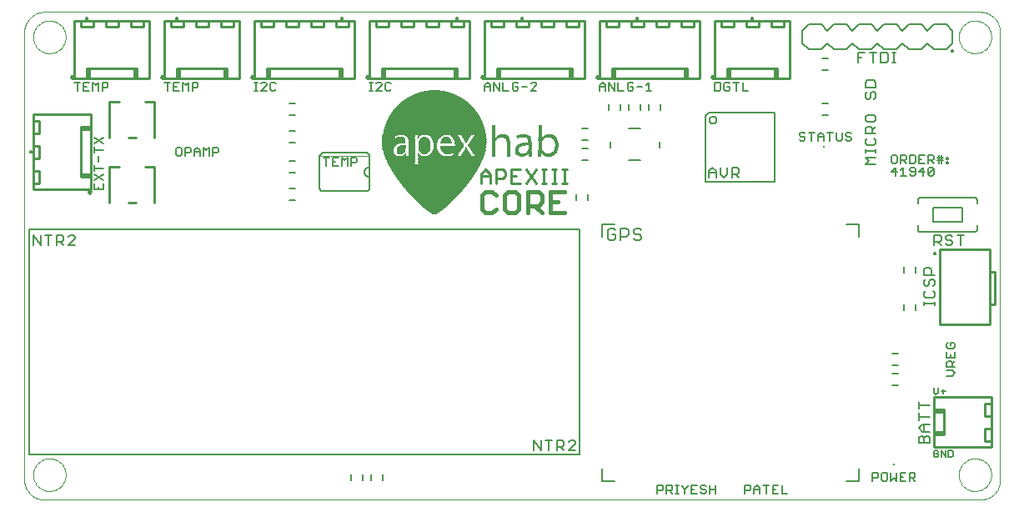
<source format=gto>
G75*
G70*
%OFA0B0*%
%FSLAX24Y24*%
%IPPOS*%
%LPD*%
%AMOC8*
5,1,8,0,0,1.08239X$1,22.5*
%
%ADD10C,0.0000*%
%ADD11C,0.0100*%
%ADD12C,0.0150*%
%ADD13C,0.0060*%
%ADD14C,0.0080*%
%ADD15C,0.0050*%
%ADD16R,0.0098X0.0098*%
%ADD17C,0.0020*%
%ADD18R,0.0042X0.0003*%
%ADD19R,0.0066X0.0003*%
%ADD20R,0.0084X0.0003*%
%ADD21R,0.0105X0.0003*%
%ADD22R,0.0117X0.0003*%
%ADD23R,0.0135X0.0003*%
%ADD24R,0.0147X0.0003*%
%ADD25R,0.0162X0.0003*%
%ADD26R,0.0174X0.0003*%
%ADD27R,0.0186X0.0003*%
%ADD28R,0.0198X0.0003*%
%ADD29R,0.0210X0.0003*%
%ADD30R,0.0222X0.0003*%
%ADD31R,0.0234X0.0003*%
%ADD32R,0.0243X0.0003*%
%ADD33R,0.0255X0.0003*%
%ADD34R,0.0264X0.0003*%
%ADD35R,0.0273X0.0003*%
%ADD36R,0.0285X0.0003*%
%ADD37R,0.0297X0.0003*%
%ADD38R,0.0303X0.0003*%
%ADD39R,0.0315X0.0003*%
%ADD40R,0.0327X0.0003*%
%ADD41R,0.0333X0.0003*%
%ADD42R,0.0345X0.0003*%
%ADD43R,0.0354X0.0003*%
%ADD44R,0.0363X0.0003*%
%ADD45R,0.0372X0.0003*%
%ADD46R,0.0381X0.0003*%
%ADD47R,0.0390X0.0003*%
%ADD48R,0.0402X0.0003*%
%ADD49R,0.0408X0.0003*%
%ADD50R,0.0420X0.0003*%
%ADD51R,0.0426X0.0003*%
%ADD52R,0.0438X0.0003*%
%ADD53R,0.0444X0.0003*%
%ADD54R,0.0456X0.0003*%
%ADD55R,0.0462X0.0003*%
%ADD56R,0.0468X0.0003*%
%ADD57R,0.0480X0.0003*%
%ADD58R,0.0486X0.0003*%
%ADD59R,0.0495X0.0003*%
%ADD60R,0.0504X0.0003*%
%ADD61R,0.0513X0.0003*%
%ADD62R,0.0522X0.0003*%
%ADD63R,0.0528X0.0003*%
%ADD64R,0.0537X0.0003*%
%ADD65R,0.0546X0.0003*%
%ADD66R,0.0555X0.0003*%
%ADD67R,0.0561X0.0003*%
%ADD68R,0.0570X0.0003*%
%ADD69R,0.0579X0.0003*%
%ADD70R,0.0585X0.0003*%
%ADD71R,0.0594X0.0003*%
%ADD72R,0.0603X0.0003*%
%ADD73R,0.0609X0.0003*%
%ADD74R,0.0618X0.0003*%
%ADD75R,0.0627X0.0003*%
%ADD76R,0.0633X0.0003*%
%ADD77R,0.0639X0.0003*%
%ADD78R,0.0651X0.0003*%
%ADD79R,0.0657X0.0003*%
%ADD80R,0.0663X0.0003*%
%ADD81R,0.0675X0.0003*%
%ADD82R,0.0681X0.0003*%
%ADD83R,0.0687X0.0003*%
%ADD84R,0.0693X0.0003*%
%ADD85R,0.0705X0.0003*%
%ADD86R,0.0711X0.0003*%
%ADD87R,0.0717X0.0003*%
%ADD88R,0.0726X0.0003*%
%ADD89R,0.0732X0.0003*%
%ADD90R,0.0741X0.0003*%
%ADD91R,0.0747X0.0003*%
%ADD92R,0.0756X0.0003*%
%ADD93R,0.0762X0.0003*%
%ADD94R,0.0771X0.0003*%
%ADD95R,0.0777X0.0003*%
%ADD96R,0.0786X0.0003*%
%ADD97R,0.0792X0.0003*%
%ADD98R,0.0798X0.0003*%
%ADD99R,0.0807X0.0003*%
%ADD100R,0.0813X0.0003*%
%ADD101R,0.0822X0.0003*%
%ADD102R,0.0828X0.0003*%
%ADD103R,0.0837X0.0003*%
%ADD104R,0.0843X0.0003*%
%ADD105R,0.0852X0.0003*%
%ADD106R,0.0858X0.0003*%
%ADD107R,0.0864X0.0003*%
%ADD108R,0.0870X0.0003*%
%ADD109R,0.0879X0.0003*%
%ADD110R,0.0885X0.0003*%
%ADD111R,0.0894X0.0003*%
%ADD112R,0.0900X0.0003*%
%ADD113R,0.0906X0.0003*%
%ADD114R,0.0912X0.0003*%
%ADD115R,0.0921X0.0003*%
%ADD116R,0.0930X0.0003*%
%ADD117R,0.0936X0.0003*%
%ADD118R,0.0942X0.0003*%
%ADD119R,0.0948X0.0003*%
%ADD120R,0.0954X0.0003*%
%ADD121R,0.0963X0.0003*%
%ADD122R,0.0972X0.0003*%
%ADD123R,0.0978X0.0003*%
%ADD124R,0.0984X0.0003*%
%ADD125R,0.0990X0.0003*%
%ADD126R,0.0996X0.0003*%
%ADD127R,0.1002X0.0003*%
%ADD128R,0.1008X0.0003*%
%ADD129R,0.1020X0.0003*%
%ADD130R,0.1026X0.0003*%
%ADD131R,0.1032X0.0003*%
%ADD132R,0.1038X0.0003*%
%ADD133R,0.1044X0.0003*%
%ADD134R,0.1050X0.0003*%
%ADD135R,0.1056X0.0003*%
%ADD136R,0.1068X0.0003*%
%ADD137R,0.1074X0.0003*%
%ADD138R,0.1080X0.0003*%
%ADD139R,0.1086X0.0003*%
%ADD140R,0.1092X0.0003*%
%ADD141R,0.1098X0.0003*%
%ADD142R,0.1104X0.0003*%
%ADD143R,0.1110X0.0003*%
%ADD144R,0.1116X0.0003*%
%ADD145R,0.1125X0.0003*%
%ADD146R,0.1131X0.0003*%
%ADD147R,0.1140X0.0003*%
%ADD148R,0.1146X0.0003*%
%ADD149R,0.1152X0.0003*%
%ADD150R,0.1158X0.0003*%
%ADD151R,0.1164X0.0003*%
%ADD152R,0.1170X0.0003*%
%ADD153R,0.1176X0.0003*%
%ADD154R,0.1182X0.0003*%
%ADD155R,0.1191X0.0003*%
%ADD156R,0.1197X0.0003*%
%ADD157R,0.1203X0.0003*%
%ADD158R,0.1209X0.0003*%
%ADD159R,0.1218X0.0003*%
%ADD160R,0.1224X0.0003*%
%ADD161R,0.1230X0.0003*%
%ADD162R,0.1236X0.0003*%
%ADD163R,0.1242X0.0003*%
%ADD164R,0.1248X0.0003*%
%ADD165R,0.1254X0.0003*%
%ADD166R,0.1260X0.0003*%
%ADD167R,0.1266X0.0003*%
%ADD168R,0.1275X0.0003*%
%ADD169R,0.1281X0.0003*%
%ADD170R,0.1287X0.0003*%
%ADD171R,0.1293X0.0003*%
%ADD172R,0.1299X0.0003*%
%ADD173R,0.1305X0.0003*%
%ADD174R,0.1314X0.0003*%
%ADD175R,0.1320X0.0003*%
%ADD176R,0.1326X0.0003*%
%ADD177R,0.1332X0.0003*%
%ADD178R,0.1338X0.0003*%
%ADD179R,0.1344X0.0003*%
%ADD180R,0.1350X0.0003*%
%ADD181R,0.1356X0.0003*%
%ADD182R,0.1362X0.0003*%
%ADD183R,0.1368X0.0003*%
%ADD184R,0.1374X0.0003*%
%ADD185R,0.1380X0.0003*%
%ADD186R,0.1386X0.0003*%
%ADD187R,0.1395X0.0003*%
%ADD188R,0.1401X0.0003*%
%ADD189R,0.1407X0.0003*%
%ADD190R,0.1413X0.0003*%
%ADD191R,0.1419X0.0003*%
%ADD192R,0.1425X0.0003*%
%ADD193R,0.1431X0.0003*%
%ADD194R,0.1437X0.0003*%
%ADD195R,0.1443X0.0003*%
%ADD196R,0.1449X0.0003*%
%ADD197R,0.1455X0.0003*%
%ADD198R,0.1461X0.0003*%
%ADD199R,0.1467X0.0003*%
%ADD200R,0.1473X0.0003*%
%ADD201R,0.1479X0.0003*%
%ADD202R,0.1485X0.0003*%
%ADD203R,0.1491X0.0003*%
%ADD204R,0.1497X0.0003*%
%ADD205R,0.1503X0.0003*%
%ADD206R,0.1509X0.0003*%
%ADD207R,0.1515X0.0003*%
%ADD208R,0.1521X0.0003*%
%ADD209R,0.1527X0.0003*%
%ADD210R,0.1533X0.0003*%
%ADD211R,0.1539X0.0003*%
%ADD212R,0.1545X0.0003*%
%ADD213R,0.1551X0.0003*%
%ADD214R,0.1557X0.0003*%
%ADD215R,0.1563X0.0003*%
%ADD216R,0.1569X0.0003*%
%ADD217R,0.1575X0.0003*%
%ADD218R,0.1581X0.0003*%
%ADD219R,0.1587X0.0003*%
%ADD220R,0.1593X0.0003*%
%ADD221R,0.1599X0.0003*%
%ADD222R,0.1605X0.0003*%
%ADD223R,0.1611X0.0003*%
%ADD224R,0.1617X0.0003*%
%ADD225R,0.1623X0.0003*%
%ADD226R,0.1629X0.0003*%
%ADD227R,0.1635X0.0003*%
%ADD228R,0.1641X0.0003*%
%ADD229R,0.1647X0.0003*%
%ADD230R,0.1653X0.0003*%
%ADD231R,0.1659X0.0003*%
%ADD232R,0.1665X0.0003*%
%ADD233R,0.1671X0.0003*%
%ADD234R,0.1677X0.0003*%
%ADD235R,0.1683X0.0003*%
%ADD236R,0.1686X0.0003*%
%ADD237R,0.1692X0.0003*%
%ADD238R,0.1698X0.0003*%
%ADD239R,0.1704X0.0003*%
%ADD240R,0.1710X0.0003*%
%ADD241R,0.1716X0.0003*%
%ADD242R,0.1722X0.0003*%
%ADD243R,0.1728X0.0003*%
%ADD244R,0.1734X0.0003*%
%ADD245R,0.1740X0.0003*%
%ADD246R,0.1746X0.0003*%
%ADD247R,0.1752X0.0003*%
%ADD248R,0.1758X0.0003*%
%ADD249R,0.1764X0.0003*%
%ADD250R,0.1767X0.0003*%
%ADD251R,0.1773X0.0003*%
%ADD252R,0.1779X0.0003*%
%ADD253R,0.1785X0.0003*%
%ADD254R,0.1791X0.0003*%
%ADD255R,0.1797X0.0003*%
%ADD256R,0.1803X0.0003*%
%ADD257R,0.1809X0.0003*%
%ADD258R,0.1815X0.0003*%
%ADD259R,0.1818X0.0003*%
%ADD260R,0.1824X0.0003*%
%ADD261R,0.1830X0.0003*%
%ADD262R,0.1836X0.0003*%
%ADD263R,0.1842X0.0003*%
%ADD264R,0.1848X0.0003*%
%ADD265R,0.1854X0.0003*%
%ADD266R,0.1860X0.0003*%
%ADD267R,0.1863X0.0003*%
%ADD268R,0.1869X0.0003*%
%ADD269R,0.1875X0.0003*%
%ADD270R,0.1881X0.0003*%
%ADD271R,0.1887X0.0003*%
%ADD272R,0.1890X0.0003*%
%ADD273R,0.1896X0.0003*%
%ADD274R,0.1902X0.0003*%
%ADD275R,0.1908X0.0003*%
%ADD276R,0.1914X0.0003*%
%ADD277R,0.1920X0.0003*%
%ADD278R,0.1926X0.0003*%
%ADD279R,0.1932X0.0003*%
%ADD280R,0.1938X0.0003*%
%ADD281R,0.1941X0.0003*%
%ADD282R,0.1947X0.0003*%
%ADD283R,0.1953X0.0003*%
%ADD284R,0.1959X0.0003*%
%ADD285R,0.1962X0.0003*%
%ADD286R,0.1968X0.0003*%
%ADD287R,0.1974X0.0003*%
%ADD288R,0.1980X0.0003*%
%ADD289R,0.1986X0.0003*%
%ADD290R,0.1992X0.0003*%
%ADD291R,0.1998X0.0003*%
%ADD292R,0.2004X0.0003*%
%ADD293R,0.2007X0.0003*%
%ADD294R,0.2013X0.0003*%
%ADD295R,0.2019X0.0003*%
%ADD296R,0.2022X0.0003*%
%ADD297R,0.2028X0.0003*%
%ADD298R,0.2034X0.0003*%
%ADD299R,0.2040X0.0003*%
%ADD300R,0.2046X0.0003*%
%ADD301R,0.2052X0.0003*%
%ADD302R,0.2055X0.0003*%
%ADD303R,0.2061X0.0003*%
%ADD304R,0.2067X0.0003*%
%ADD305R,0.2070X0.0003*%
%ADD306R,0.2076X0.0003*%
%ADD307R,0.2082X0.0003*%
%ADD308R,0.2088X0.0003*%
%ADD309R,0.2094X0.0003*%
%ADD310R,0.2100X0.0003*%
%ADD311R,0.2106X0.0003*%
%ADD312R,0.2109X0.0003*%
%ADD313R,0.2115X0.0003*%
%ADD314R,0.2118X0.0003*%
%ADD315R,0.2124X0.0003*%
%ADD316R,0.2130X0.0003*%
%ADD317R,0.2136X0.0003*%
%ADD318R,0.2142X0.0003*%
%ADD319R,0.2148X0.0003*%
%ADD320R,0.2154X0.0003*%
%ADD321R,0.2157X0.0003*%
%ADD322R,0.2160X0.0003*%
%ADD323R,0.2166X0.0003*%
%ADD324R,0.2172X0.0003*%
%ADD325R,0.2178X0.0003*%
%ADD326R,0.2184X0.0003*%
%ADD327R,0.2190X0.0003*%
%ADD328R,0.2196X0.0003*%
%ADD329R,0.2196X0.0003*%
%ADD330R,0.2202X0.0003*%
%ADD331R,0.2208X0.0003*%
%ADD332R,0.2214X0.0003*%
%ADD333R,0.2220X0.0003*%
%ADD334R,0.2226X0.0003*%
%ADD335R,0.2232X0.0003*%
%ADD336R,0.2238X0.0003*%
%ADD337R,0.2244X0.0003*%
%ADD338R,0.2250X0.0003*%
%ADD339R,0.2256X0.0003*%
%ADD340R,0.2262X0.0003*%
%ADD341R,0.2268X0.0003*%
%ADD342R,0.2274X0.0003*%
%ADD343R,0.2274X0.0003*%
%ADD344R,0.2280X0.0003*%
%ADD345R,0.2286X0.0003*%
%ADD346R,0.2292X0.0003*%
%ADD347R,0.2298X0.0003*%
%ADD348R,0.2304X0.0003*%
%ADD349R,0.2304X0.0003*%
%ADD350R,0.2310X0.0003*%
%ADD351R,0.2316X0.0003*%
%ADD352R,0.2322X0.0003*%
%ADD353R,0.2328X0.0003*%
%ADD354R,0.2334X0.0003*%
%ADD355R,0.2337X0.0003*%
%ADD356R,0.2340X0.0003*%
%ADD357R,0.2346X0.0003*%
%ADD358R,0.2352X0.0003*%
%ADD359R,0.2358X0.0003*%
%ADD360R,0.2364X0.0003*%
%ADD361R,0.2367X0.0003*%
%ADD362R,0.2373X0.0003*%
%ADD363R,0.2376X0.0003*%
%ADD364R,0.2382X0.0003*%
%ADD365R,0.2388X0.0003*%
%ADD366R,0.2394X0.0003*%
%ADD367R,0.2397X0.0003*%
%ADD368R,0.2400X0.0003*%
%ADD369R,0.2406X0.0003*%
%ADD370R,0.2412X0.0003*%
%ADD371R,0.2418X0.0003*%
%ADD372R,0.2424X0.0003*%
%ADD373R,0.2427X0.0003*%
%ADD374R,0.2430X0.0003*%
%ADD375R,0.2436X0.0003*%
%ADD376R,0.2442X0.0003*%
%ADD377R,0.2448X0.0003*%
%ADD378R,0.2454X0.0003*%
%ADD379R,0.2457X0.0003*%
%ADD380R,0.2460X0.0003*%
%ADD381R,0.2466X0.0003*%
%ADD382R,0.2472X0.0003*%
%ADD383R,0.2478X0.0003*%
%ADD384R,0.2481X0.0003*%
%ADD385R,0.2487X0.0003*%
%ADD386R,0.2490X0.0003*%
%ADD387R,0.2496X0.0003*%
%ADD388R,0.2502X0.0003*%
%ADD389R,0.2505X0.0003*%
%ADD390R,0.2511X0.0003*%
%ADD391R,0.2514X0.0003*%
%ADD392R,0.2520X0.0003*%
%ADD393R,0.2526X0.0003*%
%ADD394R,0.2529X0.0003*%
%ADD395R,0.2535X0.0003*%
%ADD396R,0.2538X0.0003*%
%ADD397R,0.2544X0.0003*%
%ADD398R,0.2550X0.0003*%
%ADD399R,0.2553X0.0003*%
%ADD400R,0.2559X0.0003*%
%ADD401R,0.2562X0.0003*%
%ADD402R,0.2568X0.0003*%
%ADD403R,0.2574X0.0003*%
%ADD404R,0.2577X0.0003*%
%ADD405R,0.2583X0.0003*%
%ADD406R,0.2586X0.0003*%
%ADD407R,0.2592X0.0003*%
%ADD408R,0.2598X0.0003*%
%ADD409R,0.2601X0.0003*%
%ADD410R,0.2607X0.0003*%
%ADD411R,0.2610X0.0003*%
%ADD412R,0.2616X0.0003*%
%ADD413R,0.2619X0.0003*%
%ADD414R,0.2625X0.0003*%
%ADD415R,0.2631X0.0003*%
%ADD416R,0.2634X0.0003*%
%ADD417R,0.2640X0.0003*%
%ADD418R,0.2643X0.0003*%
%ADD419R,0.2649X0.0003*%
%ADD420R,0.2655X0.0003*%
%ADD421R,0.2658X0.0003*%
%ADD422R,0.2661X0.0003*%
%ADD423R,0.2667X0.0003*%
%ADD424R,0.2673X0.0003*%
%ADD425R,0.2676X0.0003*%
%ADD426R,0.2682X0.0003*%
%ADD427R,0.2685X0.0003*%
%ADD428R,0.2691X0.0003*%
%ADD429R,0.2697X0.0003*%
%ADD430R,0.2700X0.0003*%
%ADD431R,0.2703X0.0003*%
%ADD432R,0.2709X0.0003*%
%ADD433R,0.2715X0.0003*%
%ADD434R,0.2718X0.0003*%
%ADD435R,0.2721X0.0003*%
%ADD436R,0.2727X0.0003*%
%ADD437R,0.2733X0.0003*%
%ADD438R,0.2739X0.0003*%
%ADD439R,0.2739X0.0003*%
%ADD440R,0.2745X0.0003*%
%ADD441R,0.2751X0.0003*%
%ADD442R,0.2757X0.0003*%
%ADD443R,0.2757X0.0003*%
%ADD444R,0.2763X0.0003*%
%ADD445R,0.2769X0.0003*%
%ADD446R,0.2775X0.0003*%
%ADD447R,0.2781X0.0003*%
%ADD448R,0.2787X0.0003*%
%ADD449R,0.2793X0.0003*%
%ADD450R,0.2799X0.0003*%
%ADD451R,0.2805X0.0003*%
%ADD452R,0.2811X0.0003*%
%ADD453R,0.2817X0.0003*%
%ADD454R,0.2823X0.0003*%
%ADD455R,0.2829X0.0003*%
%ADD456R,0.2829X0.0003*%
%ADD457R,0.2835X0.0003*%
%ADD458R,0.2841X0.0003*%
%ADD459R,0.2847X0.0003*%
%ADD460R,0.2847X0.0003*%
%ADD461R,0.2853X0.0003*%
%ADD462R,0.2859X0.0003*%
%ADD463R,0.2865X0.0003*%
%ADD464R,0.2871X0.0003*%
%ADD465R,0.2877X0.0003*%
%ADD466R,0.2880X0.0003*%
%ADD467R,0.2883X0.0003*%
%ADD468R,0.2889X0.0003*%
%ADD469R,0.2895X0.0003*%
%ADD470R,0.2898X0.0003*%
%ADD471R,0.2901X0.0003*%
%ADD472R,0.2907X0.0003*%
%ADD473R,0.2910X0.0003*%
%ADD474R,0.2913X0.0003*%
%ADD475R,0.2919X0.0003*%
%ADD476R,0.2925X0.0003*%
%ADD477R,0.2928X0.0003*%
%ADD478R,0.2931X0.0003*%
%ADD479R,0.2937X0.0003*%
%ADD480R,0.2940X0.0003*%
%ADD481R,0.2946X0.0003*%
%ADD482R,0.2949X0.0003*%
%ADD483R,0.2955X0.0003*%
%ADD484R,0.2958X0.0003*%
%ADD485R,0.2961X0.0003*%
%ADD486R,0.2967X0.0003*%
%ADD487R,0.2970X0.0003*%
%ADD488R,0.2973X0.0003*%
%ADD489R,0.2979X0.0003*%
%ADD490R,0.2985X0.0003*%
%ADD491R,0.2988X0.0003*%
%ADD492R,0.2991X0.0003*%
%ADD493R,0.2997X0.0003*%
%ADD494R,0.3000X0.0003*%
%ADD495R,0.3003X0.0003*%
%ADD496R,0.3009X0.0003*%
%ADD497R,0.3015X0.0003*%
%ADD498R,0.3018X0.0003*%
%ADD499R,0.3021X0.0003*%
%ADD500R,0.3027X0.0003*%
%ADD501R,0.3030X0.0003*%
%ADD502R,0.3033X0.0003*%
%ADD503R,0.3039X0.0003*%
%ADD504R,0.3042X0.0003*%
%ADD505R,0.3045X0.0003*%
%ADD506R,0.3051X0.0003*%
%ADD507R,0.3054X0.0003*%
%ADD508R,0.3060X0.0003*%
%ADD509R,0.3063X0.0003*%
%ADD510R,0.3066X0.0003*%
%ADD511R,0.3072X0.0003*%
%ADD512R,0.3075X0.0003*%
%ADD513R,0.3081X0.0003*%
%ADD514R,0.3084X0.0003*%
%ADD515R,0.3090X0.0003*%
%ADD516R,0.3093X0.0003*%
%ADD517R,0.3096X0.0003*%
%ADD518R,0.3102X0.0003*%
%ADD519R,0.3105X0.0003*%
%ADD520R,0.3108X0.0003*%
%ADD521R,0.3114X0.0003*%
%ADD522R,0.3117X0.0003*%
%ADD523R,0.3120X0.0003*%
%ADD524R,0.3126X0.0003*%
%ADD525R,0.3129X0.0003*%
%ADD526R,0.3132X0.0003*%
%ADD527R,0.3138X0.0003*%
%ADD528R,0.3141X0.0003*%
%ADD529R,0.3144X0.0003*%
%ADD530R,0.3150X0.0003*%
%ADD531R,0.3153X0.0003*%
%ADD532R,0.3156X0.0003*%
%ADD533R,0.3162X0.0003*%
%ADD534R,0.3165X0.0003*%
%ADD535R,0.3168X0.0003*%
%ADD536R,0.3174X0.0003*%
%ADD537R,0.3180X0.0003*%
%ADD538R,0.3186X0.0003*%
%ADD539R,0.3186X0.0003*%
%ADD540R,0.3192X0.0003*%
%ADD541R,0.3198X0.0003*%
%ADD542R,0.3204X0.0003*%
%ADD543R,0.3210X0.0003*%
%ADD544R,0.3216X0.0003*%
%ADD545R,0.3222X0.0003*%
%ADD546R,0.3222X0.0003*%
%ADD547R,0.3228X0.0003*%
%ADD548R,0.3234X0.0003*%
%ADD549R,0.3240X0.0003*%
%ADD550R,0.3246X0.0003*%
%ADD551R,0.3246X0.0003*%
%ADD552R,0.3252X0.0003*%
%ADD553R,0.3255X0.0003*%
%ADD554R,0.3258X0.0003*%
%ADD555R,0.3264X0.0003*%
%ADD556R,0.3264X0.0003*%
%ADD557R,0.3270X0.0003*%
%ADD558R,0.3276X0.0003*%
%ADD559R,0.3282X0.0003*%
%ADD560R,0.3288X0.0003*%
%ADD561R,0.3294X0.0003*%
%ADD562R,0.3297X0.0003*%
%ADD563R,0.3300X0.0003*%
%ADD564R,0.3306X0.0003*%
%ADD565R,0.3312X0.0003*%
%ADD566R,0.3318X0.0003*%
%ADD567R,0.3318X0.0003*%
%ADD568R,0.3324X0.0003*%
%ADD569R,0.3327X0.0003*%
%ADD570R,0.3330X0.0003*%
%ADD571R,0.3336X0.0003*%
%ADD572R,0.3339X0.0003*%
%ADD573R,0.3342X0.0003*%
%ADD574R,0.3345X0.0003*%
%ADD575R,0.3348X0.0003*%
%ADD576R,0.3354X0.0003*%
%ADD577R,0.3357X0.0003*%
%ADD578R,0.3360X0.0003*%
%ADD579R,0.3363X0.0003*%
%ADD580R,0.3366X0.0003*%
%ADD581R,0.3372X0.0003*%
%ADD582R,0.3375X0.0003*%
%ADD583R,0.3378X0.0003*%
%ADD584R,0.3381X0.0003*%
%ADD585R,0.3384X0.0003*%
%ADD586R,0.3390X0.0003*%
%ADD587R,0.3393X0.0003*%
%ADD588R,0.3396X0.0003*%
%ADD589R,0.3399X0.0003*%
%ADD590R,0.3405X0.0003*%
%ADD591R,0.3408X0.0003*%
%ADD592R,0.3411X0.0003*%
%ADD593R,0.3414X0.0003*%
%ADD594R,0.3417X0.0003*%
%ADD595R,0.3423X0.0003*%
%ADD596R,0.3426X0.0003*%
%ADD597R,0.3429X0.0003*%
%ADD598R,0.3432X0.0003*%
%ADD599R,0.3435X0.0003*%
%ADD600R,0.3441X0.0003*%
%ADD601R,0.3444X0.0003*%
%ADD602R,0.3447X0.0003*%
%ADD603R,0.3450X0.0003*%
%ADD604R,0.3453X0.0003*%
%ADD605R,0.3459X0.0003*%
%ADD606R,0.3465X0.0003*%
%ADD607R,0.3468X0.0003*%
%ADD608R,0.3471X0.0003*%
%ADD609R,0.3474X0.0003*%
%ADD610R,0.3477X0.0003*%
%ADD611R,0.3483X0.0003*%
%ADD612R,0.3483X0.0003*%
%ADD613R,0.3489X0.0003*%
%ADD614R,0.3495X0.0003*%
%ADD615R,0.3501X0.0003*%
%ADD616R,0.3501X0.0003*%
%ADD617R,0.3507X0.0003*%
%ADD618R,0.3513X0.0003*%
%ADD619R,0.3513X0.0003*%
%ADD620R,0.3519X0.0003*%
%ADD621R,0.3525X0.0003*%
%ADD622R,0.3531X0.0003*%
%ADD623R,0.3531X0.0003*%
%ADD624R,0.3537X0.0003*%
%ADD625R,0.3543X0.0003*%
%ADD626R,0.3549X0.0003*%
%ADD627R,0.3555X0.0003*%
%ADD628R,0.3561X0.0003*%
%ADD629R,0.3567X0.0003*%
%ADD630R,0.3567X0.0003*%
%ADD631R,0.3573X0.0003*%
%ADD632R,0.3579X0.0003*%
%ADD633R,0.3579X0.0003*%
%ADD634R,0.3585X0.0003*%
%ADD635R,0.3588X0.0003*%
%ADD636R,0.3591X0.0003*%
%ADD637R,0.3597X0.0003*%
%ADD638R,0.3597X0.0003*%
%ADD639R,0.3603X0.0003*%
%ADD640R,0.3609X0.0003*%
%ADD641R,0.3615X0.0003*%
%ADD642R,0.3615X0.0003*%
%ADD643R,0.3621X0.0003*%
%ADD644R,0.3624X0.0003*%
%ADD645R,0.3627X0.0003*%
%ADD646R,0.3630X0.0003*%
%ADD647R,0.3633X0.0003*%
%ADD648R,0.3636X0.0003*%
%ADD649R,0.3639X0.0003*%
%ADD650R,0.3642X0.0003*%
%ADD651R,0.3645X0.0003*%
%ADD652R,0.3648X0.0003*%
%ADD653R,0.1050X0.0003*%
%ADD654R,0.2469X0.0003*%
%ADD655R,0.1053X0.0003*%
%ADD656R,0.1056X0.0003*%
%ADD657R,0.2472X0.0003*%
%ADD658R,0.2475X0.0003*%
%ADD659R,0.1059X0.0003*%
%ADD660R,0.2478X0.0003*%
%ADD661R,0.1062X0.0003*%
%ADD662R,0.1062X0.0003*%
%ADD663R,0.2481X0.0003*%
%ADD664R,0.1065X0.0003*%
%ADD665R,0.2481X0.0003*%
%ADD666R,0.2484X0.0003*%
%ADD667R,0.1068X0.0003*%
%ADD668R,0.2487X0.0003*%
%ADD669R,0.1071X0.0003*%
%ADD670R,0.2487X0.0003*%
%ADD671R,0.1071X0.0003*%
%ADD672R,0.1074X0.0003*%
%ADD673R,0.2493X0.0003*%
%ADD674R,0.1077X0.0003*%
%ADD675R,0.1077X0.0003*%
%ADD676R,0.2496X0.0003*%
%ADD677R,0.2499X0.0003*%
%ADD678R,0.1083X0.0003*%
%ADD679R,0.2502X0.0003*%
%ADD680R,0.1086X0.0003*%
%ADD681R,0.1089X0.0003*%
%ADD682R,0.2508X0.0003*%
%ADD683R,0.1092X0.0003*%
%ADD684R,0.2511X0.0003*%
%ADD685R,0.1095X0.0003*%
%ADD686R,0.2511X0.0003*%
%ADD687R,0.2514X0.0003*%
%ADD688R,0.1098X0.0003*%
%ADD689R,0.1101X0.0003*%
%ADD690R,0.2517X0.0003*%
%ADD691R,0.1101X0.0003*%
%ADD692R,0.1104X0.0003*%
%ADD693R,0.1107X0.0003*%
%ADD694R,0.2523X0.0003*%
%ADD695R,0.1107X0.0003*%
%ADD696R,0.2523X0.0003*%
%ADD697R,0.2526X0.0003*%
%ADD698R,0.1113X0.0003*%
%ADD699R,0.1113X0.0003*%
%ADD700R,0.2532X0.0003*%
%ADD701R,0.1116X0.0003*%
%ADD702R,0.2532X0.0003*%
%ADD703R,0.1119X0.0003*%
%ADD704R,0.1122X0.0003*%
%ADD705R,0.2538X0.0003*%
%ADD706R,0.1122X0.0003*%
%ADD707R,0.2538X0.0003*%
%ADD708R,0.2541X0.0003*%
%ADD709R,0.1128X0.0003*%
%ADD710R,0.2544X0.0003*%
%ADD711R,0.1128X0.0003*%
%ADD712R,0.2544X0.0003*%
%ADD713R,0.1131X0.0003*%
%ADD714R,0.2547X0.0003*%
%ADD715R,0.1134X0.0003*%
%ADD716R,0.2550X0.0003*%
%ADD717R,0.1134X0.0003*%
%ADD718R,0.1137X0.0003*%
%ADD719R,0.2556X0.0003*%
%ADD720R,0.1140X0.0003*%
%ADD721R,0.2559X0.0003*%
%ADD722R,0.1143X0.0003*%
%ADD723R,0.1149X0.0003*%
%ADD724R,0.2565X0.0003*%
%ADD725R,0.1149X0.0003*%
%ADD726R,0.2565X0.0003*%
%ADD727R,0.1152X0.0003*%
%ADD728R,0.2568X0.0003*%
%ADD729R,0.1155X0.0003*%
%ADD730R,0.2571X0.0003*%
%ADD731R,0.1155X0.0003*%
%ADD732R,0.2571X0.0003*%
%ADD733R,0.1158X0.0003*%
%ADD734R,0.2574X0.0003*%
%ADD735R,0.1161X0.0003*%
%ADD736R,0.2577X0.0003*%
%ADD737R,0.1161X0.0003*%
%ADD738R,0.2577X0.0003*%
%ADD739R,0.1164X0.0003*%
%ADD740R,0.2580X0.0003*%
%ADD741R,0.1167X0.0003*%
%ADD742R,0.1167X0.0003*%
%ADD743R,0.2583X0.0003*%
%ADD744R,0.1173X0.0003*%
%ADD745R,0.1173X0.0003*%
%ADD746R,0.2589X0.0003*%
%ADD747R,0.2589X0.0003*%
%ADD748R,0.1179X0.0003*%
%ADD749R,0.1179X0.0003*%
%ADD750R,0.2595X0.0003*%
%ADD751R,0.2595X0.0003*%
%ADD752R,0.1182X0.0003*%
%ADD753R,0.2598X0.0003*%
%ADD754R,0.1185X0.0003*%
%ADD755R,0.1185X0.0003*%
%ADD756R,0.2601X0.0003*%
%ADD757R,0.2601X0.0003*%
%ADD758R,0.1188X0.0003*%
%ADD759R,0.2604X0.0003*%
%ADD760R,0.1191X0.0003*%
%ADD761R,0.1191X0.0003*%
%ADD762R,0.2604X0.0003*%
%ADD763R,0.2607X0.0003*%
%ADD764R,0.1194X0.0003*%
%ADD765R,0.1197X0.0003*%
%ADD766R,0.2610X0.0003*%
%ADD767R,0.0546X0.0003*%
%ADD768R,0.0219X0.0003*%
%ADD769R,0.0819X0.0003*%
%ADD770R,0.1410X0.0003*%
%ADD771R,0.0561X0.0003*%
%ADD772R,0.0195X0.0003*%
%ADD773R,0.0768X0.0003*%
%ADD774R,0.1374X0.0003*%
%ADD775R,0.0516X0.0003*%
%ADD776R,0.0549X0.0003*%
%ADD777R,0.0183X0.0003*%
%ADD778R,0.0741X0.0003*%
%ADD779R,0.1353X0.0003*%
%ADD780R,0.0060X0.0003*%
%ADD781R,0.0063X0.0003*%
%ADD782R,0.0534X0.0003*%
%ADD783R,0.0171X0.0003*%
%ADD784R,0.0708X0.0003*%
%ADD785R,0.1335X0.0003*%
%ADD786R,0.0114X0.0003*%
%ADD787R,0.0120X0.0003*%
%ADD788R,0.0522X0.0003*%
%ADD789R,0.0159X0.0003*%
%ADD790R,0.0684X0.0003*%
%ADD791R,0.1317X0.0003*%
%ADD792R,0.0156X0.0003*%
%ADD793R,0.0489X0.0003*%
%ADD794R,0.0150X0.0003*%
%ADD795R,0.0666X0.0003*%
%ADD796R,0.1311X0.0003*%
%ADD797R,0.0171X0.0003*%
%ADD798R,0.0180X0.0003*%
%ADD799R,0.0231X0.0003*%
%ADD800R,0.0141X0.0003*%
%ADD801R,0.0645X0.0003*%
%ADD802R,0.0219X0.0003*%
%ADD803R,0.0429X0.0003*%
%ADD804R,0.0348X0.0003*%
%ADD805R,0.0207X0.0003*%
%ADD806R,0.0477X0.0003*%
%ADD807R,0.0144X0.0003*%
%ADD808R,0.0132X0.0003*%
%ADD809R,0.0627X0.0003*%
%ADD810R,0.0423X0.0003*%
%ADD811R,0.0216X0.0003*%
%ADD812R,0.0228X0.0003*%
%ADD813R,0.0471X0.0003*%
%ADD814R,0.0126X0.0003*%
%ADD815R,0.0612X0.0003*%
%ADD816R,0.0201X0.0003*%
%ADD817R,0.0228X0.0003*%
%ADD818R,0.0123X0.0003*%
%ADD819R,0.0246X0.0003*%
%ADD820R,0.0468X0.0003*%
%ADD821R,0.0129X0.0003*%
%ADD822R,0.0231X0.0003*%
%ADD823R,0.0120X0.0003*%
%ADD824R,0.0597X0.0003*%
%ADD825R,0.0189X0.0003*%
%ADD826R,0.0417X0.0003*%
%ADD827R,0.0357X0.0003*%
%ADD828R,0.0132X0.0003*%
%ADD829R,0.0135X0.0003*%
%ADD830R,0.0246X0.0003*%
%ADD831R,0.0123X0.0003*%
%ADD832R,0.0117X0.0003*%
%ADD833R,0.0582X0.0003*%
%ADD834R,0.0411X0.0003*%
%ADD835R,0.0357X0.0003*%
%ADD836R,0.0264X0.0003*%
%ADD837R,0.0282X0.0003*%
%ADD838R,0.0456X0.0003*%
%ADD839R,0.0108X0.0003*%
%ADD840R,0.0177X0.0003*%
%ADD841R,0.0363X0.0003*%
%ADD842R,0.0273X0.0003*%
%ADD843R,0.0294X0.0003*%
%ADD844R,0.0453X0.0003*%
%ADD845R,0.0108X0.0003*%
%ADD846R,0.0102X0.0003*%
%ADD847R,0.0558X0.0003*%
%ADD848R,0.0405X0.0003*%
%ADD849R,0.0366X0.0003*%
%ADD850R,0.0306X0.0003*%
%ADD851R,0.0450X0.0003*%
%ADD852R,0.0096X0.0003*%
%ADD853R,0.0543X0.0003*%
%ADD854R,0.0165X0.0003*%
%ADD855R,0.0300X0.0003*%
%ADD856R,0.0321X0.0003*%
%ADD857R,0.0444X0.0003*%
%ADD858R,0.0099X0.0003*%
%ADD859R,0.0234X0.0003*%
%ADD860R,0.0090X0.0003*%
%ADD861R,0.0534X0.0003*%
%ADD862R,0.0162X0.0003*%
%ADD863R,0.0399X0.0003*%
%ADD864R,0.0372X0.0003*%
%ADD865R,0.0312X0.0003*%
%ADD866R,0.0114X0.0003*%
%ADD867R,0.0333X0.0003*%
%ADD868R,0.0093X0.0003*%
%ADD869R,0.0087X0.0003*%
%ADD870R,0.0153X0.0003*%
%ADD871R,0.0393X0.0003*%
%ADD872R,0.0375X0.0003*%
%ADD873R,0.0321X0.0003*%
%ADD874R,0.0441X0.0003*%
%ADD875R,0.0081X0.0003*%
%ADD876R,0.0330X0.0003*%
%ADD877R,0.0435X0.0003*%
%ADD878R,0.0237X0.0003*%
%ADD879R,0.0078X0.0003*%
%ADD880R,0.0501X0.0003*%
%ADD881R,0.0147X0.0003*%
%ADD882R,0.0387X0.0003*%
%ADD883R,0.0381X0.0003*%
%ADD884R,0.0342X0.0003*%
%ADD885R,0.0078X0.0003*%
%ADD886R,0.0072X0.0003*%
%ADD887R,0.0384X0.0003*%
%ADD888R,0.0351X0.0003*%
%ADD889R,0.0432X0.0003*%
%ADD890R,0.0075X0.0003*%
%ADD891R,0.0237X0.0003*%
%ADD892R,0.0069X0.0003*%
%ADD893R,0.0483X0.0003*%
%ADD894R,0.0381X0.0003*%
%ADD895R,0.0384X0.0003*%
%ADD896R,0.0360X0.0003*%
%ADD897R,0.0387X0.0003*%
%ADD898R,0.0069X0.0003*%
%ADD899R,0.0066X0.0003*%
%ADD900R,0.0471X0.0003*%
%ADD901R,0.0369X0.0003*%
%ADD902R,0.0396X0.0003*%
%ADD903R,0.0063X0.0003*%
%ADD904R,0.0465X0.0003*%
%ADD905R,0.0057X0.0003*%
%ADD906R,0.0456X0.0003*%
%ADD907R,0.0156X0.0003*%
%ADD908R,0.0414X0.0003*%
%ADD909R,0.0054X0.0003*%
%ADD910R,0.0447X0.0003*%
%ADD911R,0.0159X0.0003*%
%ADD912R,0.0399X0.0003*%
%ADD913R,0.0423X0.0003*%
%ADD914R,0.0054X0.0003*%
%ADD915R,0.0051X0.0003*%
%ADD916R,0.0441X0.0003*%
%ADD917R,0.0159X0.0003*%
%ADD918R,0.0402X0.0003*%
%ADD919R,0.0429X0.0003*%
%ADD920R,0.0051X0.0003*%
%ADD921R,0.0240X0.0003*%
%ADD922R,0.0048X0.0003*%
%ADD923R,0.0432X0.0003*%
%ADD924R,0.0408X0.0003*%
%ADD925R,0.0417X0.0003*%
%ADD926R,0.0045X0.0003*%
%ADD927R,0.0168X0.0003*%
%ADD928R,0.0444X0.0003*%
%ADD929R,0.0042X0.0003*%
%ADD930R,0.0417X0.0003*%
%ADD931R,0.0414X0.0003*%
%ADD932R,0.0039X0.0003*%
%ADD933R,0.0426X0.0003*%
%ADD934R,0.0459X0.0003*%
%ADD935R,0.0411X0.0003*%
%ADD936R,0.0039X0.0003*%
%ADD937R,0.0240X0.0003*%
%ADD938R,0.0036X0.0003*%
%ADD939R,0.0177X0.0003*%
%ADD940R,0.0339X0.0003*%
%ADD941R,0.0432X0.0003*%
%ADD942R,0.0465X0.0003*%
%ADD943R,0.0033X0.0003*%
%ADD944R,0.0033X0.0003*%
%ADD945R,0.0396X0.0003*%
%ADD946R,0.0336X0.0003*%
%ADD947R,0.0030X0.0003*%
%ADD948R,0.0027X0.0003*%
%ADD949R,0.0027X0.0003*%
%ADD950R,0.0384X0.0003*%
%ADD951R,0.0186X0.0003*%
%ADD952R,0.0411X0.0003*%
%ADD953R,0.0024X0.0003*%
%ADD954R,0.0024X0.0003*%
%ADD955R,0.0378X0.0003*%
%ADD956R,0.0189X0.0003*%
%ADD957R,0.0492X0.0003*%
%ADD958R,0.0408X0.0003*%
%ADD959R,0.0021X0.0003*%
%ADD960R,0.0021X0.0003*%
%ADD961R,0.0189X0.0003*%
%ADD962R,0.0321X0.0003*%
%ADD963R,0.0219X0.0003*%
%ADD964R,0.0174X0.0003*%
%ADD965R,0.0498X0.0003*%
%ADD966R,0.0018X0.0003*%
%ADD967R,0.0018X0.0003*%
%ADD968R,0.0366X0.0003*%
%ADD969R,0.0192X0.0003*%
%ADD970R,0.0318X0.0003*%
%ADD971R,0.0207X0.0003*%
%ADD972R,0.0015X0.0003*%
%ADD973R,0.0360X0.0003*%
%ADD974R,0.0096X0.0003*%
%ADD975R,0.0315X0.0003*%
%ADD976R,0.0198X0.0003*%
%ADD977R,0.0249X0.0003*%
%ADD978R,0.0012X0.0003*%
%ADD979R,0.0090X0.0003*%
%ADD980R,0.0309X0.0003*%
%ADD981R,0.0009X0.0003*%
%ADD982R,0.0111X0.0003*%
%ADD983R,0.0405X0.0003*%
%ADD984R,0.0006X0.0003*%
%ADD985R,0.0009X0.0003*%
%ADD986R,0.0138X0.0003*%
%ADD987R,0.0342X0.0003*%
%ADD988R,0.0207X0.0003*%
%ADD989R,0.0207X0.0003*%
%ADD990R,0.0303X0.0003*%
%ADD991R,0.0447X0.0003*%
%ADD992R,0.0180X0.0003*%
%ADD993R,0.0129X0.0003*%
%ADD994R,0.0213X0.0003*%
%ADD995R,0.0162X0.0003*%
%ADD996R,0.0003X0.0003*%
%ADD997R,0.0009X0.0003*%
%ADD998R,0.0339X0.0003*%
%ADD999R,0.0234X0.0003*%
%ADD1000R,0.0447X0.0003*%
%ADD1001R,0.0123X0.0003*%
%ADD1002R,0.0006X0.0003*%
%ADD1003R,0.0252X0.0003*%
%ADD1004R,0.0210X0.0003*%
%ADD1005R,0.0174X0.0003*%
%ADD1006R,0.0117X0.0003*%
%ADD1007R,0.0144X0.0003*%
%ADD1008R,0.0399X0.0003*%
%ADD1009R,0.0183X0.0003*%
%ADD1010R,0.0243X0.0003*%
%ADD1011R,0.0003X0.0003*%
%ADD1012R,0.0270X0.0003*%
%ADD1013R,0.0213X0.0003*%
%ADD1014R,0.0291X0.0003*%
%ADD1015R,0.0138X0.0003*%
%ADD1016R,0.0324X0.0003*%
%ADD1017R,0.0291X0.0003*%
%ADD1018R,0.0288X0.0003*%
%ADD1019R,0.0111X0.0003*%
%ADD1020R,0.0399X0.0003*%
%ADD1021R,0.0204X0.0003*%
%ADD1022R,0.0243X0.0003*%
%ADD1023R,0.0318X0.0003*%
%ADD1024R,0.0285X0.0003*%
%ADD1025R,0.0459X0.0003*%
%ADD1026R,0.0165X0.0003*%
%ADD1027R,0.0312X0.0003*%
%ADD1028R,0.0222X0.0003*%
%ADD1029R,0.0279X0.0003*%
%ADD1030R,0.0126X0.0003*%
%ADD1031R,0.0276X0.0003*%
%ADD1032R,0.0231X0.0003*%
%ADD1033R,0.0225X0.0003*%
%ADD1034R,0.0468X0.0003*%
%ADD1035R,0.0159X0.0003*%
%ADD1036R,0.0177X0.0003*%
%ADD1037R,0.0267X0.0003*%
%ADD1038R,0.0114X0.0003*%
%ADD1039R,0.0297X0.0003*%
%ADD1040R,0.0375X0.0003*%
%ADD1041R,0.0474X0.0003*%
%ADD1042R,0.0216X0.0003*%
%ADD1043R,0.0174X0.0003*%
%ADD1044R,0.0249X0.0003*%
%ADD1045R,0.0621X0.0003*%
%ADD1046R,0.0261X0.0003*%
%ADD1047R,0.0282X0.0003*%
%ADD1048R,0.0630X0.0003*%
%ADD1049R,0.0258X0.0003*%
%ADD1050R,0.0633X0.0003*%
%ADD1051R,0.0483X0.0003*%
%ADD1052R,0.0204X0.0003*%
%ADD1053R,0.0639X0.0003*%
%ADD1054R,0.0486X0.0003*%
%ADD1055R,0.0201X0.0003*%
%ADD1056R,0.0396X0.0003*%
%ADD1057R,0.0270X0.0003*%
%ADD1058R,0.0276X0.0003*%
%ADD1059R,0.0648X0.0003*%
%ADD1060R,0.0246X0.0003*%
%ADD1061R,0.0486X0.0003*%
%ADD1062R,0.0150X0.0003*%
%ADD1063R,0.0198X0.0003*%
%ADD1064R,0.0228X0.0003*%
%ADD1065R,0.0276X0.0003*%
%ADD1066R,0.0309X0.0003*%
%ADD1067R,0.0651X0.0003*%
%ADD1068R,0.0147X0.0003*%
%ADD1069R,0.0657X0.0003*%
%ADD1070R,0.0495X0.0003*%
%ADD1071R,0.0324X0.0003*%
%ADD1072R,0.0663X0.0003*%
%ADD1073R,0.0669X0.0003*%
%ADD1074R,0.0498X0.0003*%
%ADD1075R,0.0213X0.0003*%
%ADD1076R,0.0396X0.0003*%
%ADD1077R,0.0294X0.0003*%
%ADD1078R,0.0255X0.0003*%
%ADD1079R,0.0672X0.0003*%
%ADD1080R,0.0228X0.0003*%
%ADD1081R,0.0501X0.0003*%
%ADD1082R,0.0183X0.0003*%
%ADD1083R,0.0339X0.0003*%
%ADD1084R,0.0678X0.0003*%
%ADD1085R,0.0507X0.0003*%
%ADD1086R,0.0351X0.0003*%
%ADD1087R,0.0687X0.0003*%
%ADD1088R,0.0216X0.0003*%
%ADD1089R,0.0510X0.0003*%
%ADD1090R,0.0156X0.0003*%
%ADD1091R,0.0693X0.0003*%
%ADD1092R,0.0312X0.0003*%
%ADD1093R,0.0696X0.0003*%
%ADD1094R,0.0516X0.0003*%
%ADD1095R,0.0144X0.0003*%
%ADD1096R,0.0171X0.0003*%
%ADD1097R,0.0195X0.0003*%
%ADD1098R,0.0153X0.0003*%
%ADD1099R,0.0312X0.0003*%
%ADD1100R,0.0702X0.0003*%
%ADD1101R,0.0519X0.0003*%
%ADD1102R,0.0141X0.0003*%
%ADD1103R,0.0168X0.0003*%
%ADD1104R,0.0369X0.0003*%
%ADD1105R,0.0318X0.0003*%
%ADD1106R,0.0714X0.0003*%
%ADD1107R,0.0525X0.0003*%
%ADD1108R,0.0324X0.0003*%
%ADD1109R,0.0381X0.0003*%
%ADD1110R,0.0225X0.0003*%
%ADD1111R,0.0720X0.0003*%
%ADD1112R,0.0186X0.0003*%
%ADD1113R,0.0528X0.0003*%
%ADD1114R,0.0141X0.0003*%
%ADD1115R,0.0723X0.0003*%
%ADD1116R,0.0531X0.0003*%
%ADD1117R,0.0729X0.0003*%
%ADD1118R,0.0732X0.0003*%
%ADD1119R,0.0537X0.0003*%
%ADD1120R,0.0138X0.0003*%
%ADD1121R,0.0153X0.0003*%
%ADD1122R,0.0738X0.0003*%
%ADD1123R,0.0540X0.0003*%
%ADD1124R,0.0741X0.0003*%
%ADD1125R,0.0168X0.0003*%
%ADD1126R,0.0543X0.0003*%
%ADD1127R,0.0171X0.0003*%
%ADD1128R,0.0336X0.0003*%
%ADD1129R,0.0744X0.0003*%
%ADD1130R,0.0543X0.0003*%
%ADD1131R,0.0750X0.0003*%
%ADD1132R,0.0549X0.0003*%
%ADD1133R,0.0204X0.0003*%
%ADD1134R,0.0552X0.0003*%
%ADD1135R,0.0201X0.0003*%
%ADD1136R,0.0762X0.0003*%
%ADD1137R,0.0558X0.0003*%
%ADD1138R,0.0162X0.0003*%
%ADD1139R,0.0147X0.0003*%
%ADD1140R,0.0768X0.0003*%
%ADD1141R,0.0771X0.0003*%
%ADD1142R,0.0564X0.0003*%
%ADD1143R,0.0429X0.0003*%
%ADD1144R,0.0774X0.0003*%
%ADD1145R,0.0567X0.0003*%
%ADD1146R,0.0348X0.0003*%
%ADD1147R,0.0777X0.0003*%
%ADD1148R,0.0570X0.0003*%
%ADD1149R,0.0138X0.0003*%
%ADD1150R,0.0783X0.0003*%
%ADD1151R,0.0129X0.0003*%
%ADD1152R,0.0573X0.0003*%
%ADD1153R,0.0576X0.0003*%
%ADD1154R,0.0441X0.0003*%
%ADD1155R,0.0786X0.0003*%
%ADD1156R,0.0579X0.0003*%
%ADD1157R,0.0414X0.0003*%
%ADD1158R,0.0351X0.0003*%
%ADD1159R,0.0444X0.0003*%
%ADD1160R,0.0792X0.0003*%
%ADD1161R,0.0582X0.0003*%
%ADD1162R,0.0801X0.0003*%
%ADD1163R,0.0588X0.0003*%
%ADD1164R,0.0807X0.0003*%
%ADD1165R,0.0099X0.0003*%
%ADD1166R,0.0594X0.0003*%
%ADD1167R,0.0354X0.0003*%
%ADD1168R,0.0456X0.0003*%
%ADD1169R,0.0810X0.0003*%
%ADD1170R,0.0096X0.0003*%
%ADD1171R,0.0144X0.0003*%
%ADD1172R,0.0813X0.0003*%
%ADD1173R,0.0597X0.0003*%
%ADD1174R,0.0816X0.0003*%
%ADD1175R,0.0600X0.0003*%
%ADD1176R,0.0603X0.0003*%
%ADD1177R,0.0081X0.0003*%
%ADD1178R,0.0606X0.0003*%
%ADD1179R,0.0351X0.0003*%
%ADD1180R,0.0825X0.0003*%
%ADD1181R,0.0078X0.0003*%
%ADD1182R,0.0609X0.0003*%
%ADD1183R,0.0141X0.0003*%
%ADD1184R,0.0075X0.0003*%
%ADD1185R,0.0348X0.0003*%
%ADD1186R,0.0831X0.0003*%
%ADD1187R,0.0066X0.0003*%
%ADD1188R,0.0615X0.0003*%
%ADD1189R,0.0837X0.0003*%
%ADD1190R,0.0618X0.0003*%
%ADD1191R,0.0429X0.0003*%
%ADD1192R,0.0345X0.0003*%
%ADD1193R,0.0471X0.0003*%
%ADD1194R,0.0156X0.0003*%
%ADD1195R,0.0840X0.0003*%
%ADD1196R,0.0060X0.0003*%
%ADD1197R,0.0621X0.0003*%
%ADD1198R,0.0840X0.0003*%
%ADD1199R,0.0624X0.0003*%
%ADD1200R,0.0846X0.0003*%
%ADD1201R,0.0051X0.0003*%
%ADD1202R,0.0474X0.0003*%
%ADD1203R,0.0849X0.0003*%
%ADD1204R,0.0435X0.0003*%
%ADD1205R,0.0474X0.0003*%
%ADD1206R,0.0852X0.0003*%
%ADD1207R,0.0042X0.0003*%
%ADD1208R,0.0636X0.0003*%
%ADD1209R,0.0636X0.0003*%
%ADD1210R,0.0132X0.0003*%
%ADD1211R,0.0477X0.0003*%
%ADD1212R,0.0861X0.0003*%
%ADD1213R,0.0642X0.0003*%
%ADD1214R,0.0333X0.0003*%
%ADD1215R,0.0480X0.0003*%
%ADD1216R,0.0864X0.0003*%
%ADD1217R,0.0024X0.0003*%
%ADD1218R,0.0645X0.0003*%
%ADD1219R,0.0132X0.0003*%
%ADD1220R,0.0333X0.0003*%
%ADD1221R,0.0867X0.0003*%
%ADD1222R,0.0021X0.0003*%
%ADD1223R,0.0483X0.0003*%
%ADD1224R,0.0873X0.0003*%
%ADD1225R,0.0654X0.0003*%
%ADD1226R,0.0876X0.0003*%
%ADD1227R,0.0453X0.0003*%
%ADD1228R,0.0879X0.0003*%
%ADD1229R,0.0657X0.0003*%
%ADD1230R,0.0879X0.0003*%
%ADD1231R,0.0006X0.0003*%
%ADD1232R,0.0660X0.0003*%
%ADD1233R,0.0882X0.0003*%
%ADD1234R,0.0888X0.0003*%
%ADD1235R,0.0669X0.0003*%
%ADD1236R,0.0459X0.0003*%
%ADD1237R,0.0486X0.0003*%
%ADD1238R,0.0891X0.0003*%
%ADD1239R,0.0891X0.0003*%
%ADD1240R,0.0672X0.0003*%
%ADD1241R,0.0306X0.0003*%
%ADD1242R,0.0303X0.0003*%
%ADD1243R,0.0897X0.0003*%
%ADD1244R,0.0900X0.0003*%
%ADD1245R,0.0684X0.0003*%
%ADD1246R,0.0474X0.0003*%
%ADD1247R,0.0903X0.0003*%
%ADD1248R,0.0288X0.0003*%
%ADD1249R,0.0906X0.0003*%
%ADD1250R,0.0690X0.0003*%
%ADD1251R,0.0909X0.0003*%
%ADD1252R,0.0489X0.0003*%
%ADD1253R,0.0912X0.0003*%
%ADD1254R,0.0693X0.0003*%
%ADD1255R,0.0912X0.0003*%
%ADD1256R,0.0696X0.0003*%
%ADD1257R,0.0489X0.0003*%
%ADD1258R,0.0264X0.0003*%
%ADD1259R,0.0918X0.0003*%
%ADD1260R,0.0699X0.0003*%
%ADD1261R,0.0258X0.0003*%
%ADD1262R,0.0921X0.0003*%
%ADD1263R,0.0702X0.0003*%
%ADD1264R,0.0924X0.0003*%
%ADD1265R,0.0705X0.0003*%
%ADD1266R,0.0927X0.0003*%
%ADD1267R,0.0192X0.0003*%
%ADD1268R,0.0513X0.0003*%
%ADD1269R,0.0717X0.0003*%
%ADD1270R,0.0519X0.0003*%
%ADD1271R,0.0522X0.0003*%
%ADD1272R,0.0531X0.0003*%
%ADD1273R,0.0366X0.0003*%
%ADD1274R,0.0729X0.0003*%
%ADD1275R,0.0243X0.0003*%
%ADD1276R,0.0534X0.0003*%
%ADD1277R,0.0279X0.0003*%
%ADD1278R,0.0552X0.0003*%
%ADD1279R,0.0540X0.0003*%
%ADD1280R,0.0354X0.0003*%
%ADD1281R,0.0564X0.0003*%
%ADD1282R,0.0528X0.0003*%
%ADD1283R,0.0723X0.0003*%
%ADD1284R,0.0573X0.0003*%
%ADD1285R,0.0720X0.0003*%
%ADD1286R,0.0717X0.0003*%
%ADD1287R,0.0507X0.0003*%
%ADD1288R,0.0588X0.0003*%
%ADD1289R,0.0714X0.0003*%
%ADD1290R,0.0501X0.0003*%
%ADD1291R,0.0603X0.0003*%
%ADD1292R,0.0711X0.0003*%
%ADD1293R,0.0621X0.0003*%
%ADD1294R,0.0327X0.0003*%
%ADD1295R,0.0702X0.0003*%
%ADD1296R,0.0450X0.0003*%
%ADD1297R,0.0699X0.0003*%
%ADD1298R,0.0696X0.0003*%
%ADD1299R,0.0423X0.0003*%
%ADD1300R,0.0678X0.0003*%
%ADD1301R,0.0690X0.0003*%
%ADD1302R,0.0711X0.0003*%
%ADD1303R,0.0684X0.0003*%
%ADD1304R,0.0681X0.0003*%
%ADD1305R,0.0738X0.0003*%
%ADD1306R,0.0309X0.0003*%
%ADD1307R,0.0681X0.0003*%
%ADD1308R,0.0336X0.0003*%
%ADD1309R,0.0753X0.0003*%
%ADD1310R,0.0774X0.0003*%
%ADD1311R,0.0789X0.0003*%
%ADD1312R,0.0819X0.0003*%
%ADD1313R,0.0477X0.0003*%
%ADD1314R,0.0438X0.0003*%
%ADD1315R,0.0300X0.0003*%
%ADD1316R,0.0018X0.0003*%
%ADD1317R,0.0933X0.0003*%
%ADD1318R,0.0021X0.0003*%
%ADD1319R,0.0294X0.0003*%
%ADD1320R,0.0933X0.0003*%
%ADD1321R,0.0291X0.0003*%
%ADD1322R,0.0033X0.0003*%
%ADD1323R,0.0663X0.0003*%
%ADD1324R,0.0039X0.0003*%
%ADD1325R,0.0048X0.0003*%
%ADD1326R,0.0462X0.0003*%
%ADD1327R,0.0651X0.0003*%
%ADD1328R,0.0648X0.0003*%
%ADD1329R,0.0246X0.0003*%
%ADD1330R,0.0453X0.0003*%
%ADD1331R,0.0420X0.0003*%
%ADD1332R,0.0069X0.0003*%
%ADD1333R,0.0639X0.0003*%
%ADD1334R,0.0087X0.0003*%
%ADD1335R,0.0630X0.0003*%
%ADD1336R,0.0624X0.0003*%
%ADD1337R,0.0099X0.0003*%
%ADD1338R,0.0930X0.0003*%
%ADD1339R,0.0249X0.0003*%
%ADD1340R,0.0426X0.0003*%
%ADD1341R,0.0186X0.0003*%
%ADD1342R,0.0108X0.0003*%
%ADD1343R,0.0927X0.0003*%
%ADD1344R,0.0252X0.0003*%
%ADD1345R,0.0414X0.0003*%
%ADD1346R,0.0393X0.0003*%
%ADD1347R,0.0258X0.0003*%
%ADD1348R,0.0126X0.0003*%
%ADD1349R,0.0609X0.0003*%
%ADD1350R,0.0129X0.0003*%
%ADD1351R,0.0606X0.0003*%
%ADD1352R,0.0252X0.0003*%
%ADD1353R,0.0921X0.0003*%
%ADD1354R,0.0378X0.0003*%
%ADD1355R,0.0153X0.0003*%
%ADD1356R,0.0393X0.0003*%
%ADD1357R,0.0378X0.0003*%
%ADD1358R,0.0372X0.0003*%
%ADD1359R,0.0591X0.0003*%
%ADD1360R,0.0915X0.0003*%
%ADD1361R,0.0258X0.0003*%
%ADD1362R,0.0378X0.0003*%
%ADD1363R,0.0222X0.0003*%
%ADD1364R,0.0588X0.0003*%
%ADD1365R,0.0183X0.0003*%
%ADD1366R,0.0915X0.0003*%
%ADD1367R,0.0189X0.0003*%
%ADD1368R,0.0912X0.0003*%
%ADD1369R,0.0363X0.0003*%
%ADD1370R,0.0261X0.0003*%
%ADD1371R,0.0909X0.0003*%
%ADD1372R,0.0261X0.0003*%
%ADD1373R,0.0357X0.0003*%
%ADD1374R,0.0576X0.0003*%
%ADD1375R,0.0909X0.0003*%
%ADD1376R,0.0567X0.0003*%
%ADD1377R,0.0264X0.0003*%
%ADD1378R,0.0327X0.0003*%
%ADD1379R,0.0564X0.0003*%
%ADD1380R,0.0198X0.0003*%
%ADD1381R,0.0267X0.0003*%
%ADD1382R,0.0558X0.0003*%
%ADD1383R,0.0267X0.0003*%
%ADD1384R,0.0297X0.0003*%
%ADD1385R,0.0552X0.0003*%
%ADD1386R,0.0237X0.0003*%
%ADD1387R,0.0531X0.0003*%
%ADD1388R,0.0342X0.0003*%
%ADD1389R,0.0273X0.0003*%
%ADD1390R,0.0261X0.0003*%
%ADD1391R,0.0288X0.0003*%
%ADD1392R,0.0102X0.0003*%
%ADD1393R,0.0537X0.0003*%
%ADD1394R,0.0012X0.0003*%
%ADD1395R,0.0519X0.0003*%
%ADD1396R,0.0282X0.0003*%
%ADD1397R,0.0282X0.0003*%
%ADD1398R,0.0015X0.0003*%
%ADD1399R,0.0309X0.0003*%
%ADD1400R,0.0234X0.0003*%
%ADD1401R,0.0042X0.0003*%
%ADD1402R,0.0117X0.0003*%
%ADD1403R,0.0192X0.0003*%
%ADD1404R,0.0513X0.0003*%
%ADD1405R,0.0222X0.0003*%
%ADD1406R,0.0027X0.0003*%
%ADD1407R,0.0084X0.0003*%
%ADD1408R,0.0297X0.0003*%
%ADD1409R,0.0087X0.0003*%
%ADD1410R,0.0036X0.0003*%
%ADD1411R,0.0504X0.0003*%
%ADD1412R,0.0039X0.0003*%
%ADD1413R,0.0507X0.0003*%
%ADD1414R,0.0252X0.0003*%
%ADD1415R,0.0504X0.0003*%
%ADD1416R,0.0057X0.0003*%
%ADD1417R,0.0507X0.0003*%
%ADD1418R,0.0402X0.0003*%
%ADD1419R,0.0408X0.0003*%
%ADD1420R,0.0492X0.0003*%
%ADD1421R,0.0324X0.0003*%
%ADD1422R,0.0072X0.0003*%
%ADD1423R,0.0336X0.0003*%
%ADD1424R,0.0501X0.0003*%
%ADD1425R,0.0432X0.0003*%
%ADD1426R,0.0339X0.0003*%
%ADD1427R,0.0471X0.0003*%
%ADD1428R,0.0093X0.0003*%
%ADD1429R,0.0528X0.0003*%
%ADD1430R,0.0111X0.0003*%
%ADD1431R,0.0366X0.0003*%
%ADD1432R,0.0561X0.0003*%
%ADD1433R,0.0384X0.0003*%
%ADD1434R,0.0279X0.0003*%
%ADD1435R,0.0276X0.0003*%
%ADD1436R,0.0306X0.0003*%
%ADD1437R,0.0579X0.0003*%
%ADD1438R,0.0606X0.0003*%
%ADD1439R,0.1452X0.0003*%
%ADD1440R,0.1458X0.0003*%
%ADD1441R,0.0756X0.0003*%
%ADD1442R,0.1467X0.0003*%
%ADD1443R,0.1479X0.0003*%
%ADD1444R,0.0804X0.0003*%
%ADD1445R,0.0681X0.0003*%
%ADD1446R,0.0846X0.0003*%
%ADD1447R,0.0756X0.0003*%
%ADD1448R,0.1509X0.0003*%
%ADD1449R,0.0045X0.0003*%
%ADD1450R,0.0051X0.0003*%
%ADD1451R,0.4113X0.0003*%
%ADD1452R,0.4110X0.0003*%
%ADD1453R,0.4110X0.0003*%
%ADD1454R,0.4107X0.0003*%
%ADD1455R,0.4104X0.0003*%
%ADD1456R,0.4104X0.0003*%
%ADD1457R,0.4101X0.0003*%
%ADD1458R,0.4098X0.0003*%
%ADD1459R,0.4098X0.0003*%
%ADD1460R,0.4095X0.0003*%
%ADD1461R,0.4095X0.0003*%
%ADD1462R,0.4092X0.0003*%
%ADD1463R,0.4089X0.0003*%
%ADD1464R,0.4089X0.0003*%
%ADD1465R,0.4086X0.0003*%
%ADD1466R,0.4083X0.0003*%
%ADD1467R,0.4083X0.0003*%
%ADD1468R,0.4080X0.0003*%
%ADD1469R,0.4077X0.0003*%
%ADD1470R,0.4077X0.0003*%
%ADD1471R,0.4074X0.0003*%
%ADD1472R,0.4071X0.0003*%
%ADD1473R,0.4071X0.0003*%
%ADD1474R,0.4068X0.0003*%
%ADD1475R,0.4065X0.0003*%
%ADD1476R,0.4062X0.0003*%
%ADD1477R,0.4062X0.0003*%
%ADD1478R,0.4059X0.0003*%
%ADD1479R,0.4056X0.0003*%
%ADD1480R,0.4056X0.0003*%
%ADD1481R,0.4053X0.0003*%
%ADD1482R,0.4050X0.0003*%
%ADD1483R,0.4050X0.0003*%
%ADD1484R,0.4047X0.0003*%
%ADD1485R,0.4044X0.0003*%
%ADD1486R,0.4041X0.0003*%
%ADD1487R,0.4041X0.0003*%
%ADD1488R,0.4038X0.0003*%
%ADD1489R,0.4035X0.0003*%
%ADD1490R,0.4035X0.0003*%
%ADD1491R,0.4032X0.0003*%
%ADD1492R,0.4029X0.0003*%
%ADD1493R,0.4026X0.0003*%
%ADD1494R,0.4026X0.0003*%
%ADD1495R,0.4023X0.0003*%
%ADD1496R,0.4020X0.0003*%
%ADD1497R,0.4017X0.0003*%
%ADD1498R,0.4017X0.0003*%
%ADD1499R,0.4014X0.0003*%
%ADD1500R,0.4011X0.0003*%
%ADD1501R,0.4011X0.0003*%
%ADD1502R,0.4008X0.0003*%
%ADD1503R,0.4005X0.0003*%
%ADD1504R,0.4002X0.0003*%
%ADD1505R,0.4002X0.0003*%
%ADD1506R,0.3999X0.0003*%
%ADD1507R,0.3996X0.0003*%
%ADD1508R,0.3993X0.0003*%
%ADD1509R,0.3993X0.0003*%
%ADD1510R,0.3990X0.0003*%
%ADD1511R,0.3987X0.0003*%
%ADD1512R,0.3984X0.0003*%
%ADD1513R,0.3984X0.0003*%
%ADD1514R,0.3981X0.0003*%
%ADD1515R,0.3978X0.0003*%
%ADD1516R,0.3975X0.0003*%
%ADD1517R,0.3975X0.0003*%
%ADD1518R,0.3972X0.0003*%
%ADD1519R,0.3969X0.0003*%
%ADD1520R,0.3966X0.0003*%
%ADD1521R,0.3963X0.0003*%
%ADD1522R,0.3963X0.0003*%
%ADD1523R,0.3960X0.0003*%
%ADD1524R,0.3957X0.0003*%
%ADD1525R,0.3954X0.0003*%
%ADD1526R,0.3951X0.0003*%
%ADD1527R,0.3948X0.0003*%
%ADD1528R,0.3945X0.0003*%
%ADD1529R,0.3945X0.0003*%
%ADD1530R,0.3942X0.0003*%
%ADD1531R,0.3939X0.0003*%
%ADD1532R,0.3936X0.0003*%
%ADD1533R,0.3933X0.0003*%
%ADD1534R,0.3930X0.0003*%
%ADD1535R,0.3927X0.0003*%
%ADD1536R,0.3924X0.0003*%
%ADD1537R,0.3921X0.0003*%
%ADD1538R,0.3918X0.0003*%
%ADD1539R,0.3915X0.0003*%
%ADD1540R,0.3912X0.0003*%
%ADD1541R,0.3909X0.0003*%
%ADD1542R,0.3906X0.0003*%
%ADD1543R,0.3903X0.0003*%
%ADD1544R,0.3900X0.0003*%
%ADD1545R,0.3900X0.0003*%
%ADD1546R,0.3897X0.0003*%
%ADD1547R,0.3894X0.0003*%
%ADD1548R,0.3891X0.0003*%
%ADD1549R,0.3888X0.0003*%
%ADD1550R,0.3885X0.0003*%
%ADD1551R,0.3882X0.0003*%
%ADD1552R,0.3879X0.0003*%
%ADD1553R,0.3879X0.0003*%
%ADD1554R,0.3876X0.0003*%
%ADD1555R,0.3873X0.0003*%
%ADD1556R,0.3870X0.0003*%
%ADD1557R,0.3867X0.0003*%
%ADD1558R,0.3864X0.0003*%
%ADD1559R,0.3861X0.0003*%
%ADD1560R,0.3858X0.0003*%
%ADD1561R,0.3855X0.0003*%
%ADD1562R,0.3852X0.0003*%
%ADD1563R,0.3849X0.0003*%
%ADD1564R,0.3846X0.0003*%
%ADD1565R,0.3843X0.0003*%
%ADD1566R,0.3840X0.0003*%
%ADD1567R,0.3840X0.0003*%
%ADD1568R,0.3837X0.0003*%
%ADD1569R,0.3834X0.0003*%
%ADD1570R,0.3831X0.0003*%
%ADD1571R,0.3828X0.0003*%
%ADD1572R,0.3825X0.0003*%
%ADD1573R,0.3822X0.0003*%
%ADD1574R,0.3819X0.0003*%
%ADD1575R,0.3816X0.0003*%
%ADD1576R,0.3813X0.0003*%
%ADD1577R,0.3810X0.0003*%
%ADD1578R,0.3807X0.0003*%
%ADD1579R,0.3804X0.0003*%
%ADD1580R,0.3804X0.0003*%
%ADD1581R,0.3801X0.0003*%
%ADD1582R,0.3798X0.0003*%
%ADD1583R,0.3795X0.0003*%
%ADD1584R,0.3792X0.0003*%
%ADD1585R,0.3789X0.0003*%
%ADD1586R,0.3786X0.0003*%
%ADD1587R,0.3783X0.0003*%
%ADD1588R,0.3780X0.0003*%
%ADD1589R,0.3777X0.0003*%
%ADD1590R,0.3774X0.0003*%
%ADD1591R,0.3771X0.0003*%
%ADD1592R,0.3768X0.0003*%
%ADD1593R,0.3762X0.0003*%
%ADD1594R,0.3762X0.0003*%
%ADD1595R,0.3759X0.0003*%
%ADD1596R,0.3756X0.0003*%
%ADD1597R,0.3753X0.0003*%
%ADD1598R,0.3750X0.0003*%
%ADD1599R,0.3747X0.0003*%
%ADD1600R,0.3744X0.0003*%
%ADD1601R,0.3741X0.0003*%
%ADD1602R,0.3738X0.0003*%
%ADD1603R,0.3735X0.0003*%
%ADD1604R,0.3732X0.0003*%
%ADD1605R,0.3729X0.0003*%
%ADD1606R,0.3726X0.0003*%
%ADD1607R,0.3723X0.0003*%
%ADD1608R,0.3720X0.0003*%
%ADD1609R,0.3717X0.0003*%
%ADD1610R,0.3714X0.0003*%
%ADD1611R,0.3711X0.0003*%
%ADD1612R,0.3708X0.0003*%
%ADD1613R,0.3705X0.0003*%
%ADD1614R,0.3702X0.0003*%
%ADD1615R,0.3696X0.0003*%
%ADD1616R,0.3690X0.0003*%
%ADD1617R,0.3687X0.0003*%
%ADD1618R,0.3684X0.0003*%
%ADD1619R,0.3681X0.0003*%
%ADD1620R,0.3678X0.0003*%
%ADD1621R,0.3675X0.0003*%
%ADD1622R,0.3672X0.0003*%
%ADD1623R,0.3669X0.0003*%
%ADD1624R,0.3666X0.0003*%
%ADD1625R,0.3663X0.0003*%
%ADD1626R,0.3660X0.0003*%
%ADD1627R,0.3657X0.0003*%
%ADD1628R,0.3654X0.0003*%
%ADD1629R,0.3648X0.0003*%
%ADD1630R,0.3645X0.0003*%
%ADD1631R,0.3642X0.0003*%
%ADD1632R,0.3639X0.0003*%
%ADD1633R,0.3636X0.0003*%
%ADD1634R,0.3630X0.0003*%
%ADD1635R,0.3618X0.0003*%
%ADD1636R,0.3612X0.0003*%
%ADD1637R,0.3609X0.0003*%
%ADD1638R,0.3606X0.0003*%
%ADD1639R,0.3603X0.0003*%
%ADD1640R,0.3600X0.0003*%
%ADD1641R,0.3594X0.0003*%
%ADD1642R,0.3591X0.0003*%
%ADD1643R,0.3588X0.0003*%
%ADD1644R,0.3585X0.0003*%
%ADD1645R,0.3582X0.0003*%
%ADD1646R,0.3576X0.0003*%
%ADD1647R,0.3570X0.0003*%
%ADD1648R,0.3564X0.0003*%
%ADD1649R,0.3558X0.0003*%
%ADD1650R,0.3552X0.0003*%
%ADD1651R,0.3549X0.0003*%
%ADD1652R,0.3546X0.0003*%
%ADD1653R,0.3540X0.0003*%
%ADD1654R,0.3534X0.0003*%
%ADD1655R,0.3528X0.0003*%
%ADD1656R,0.3522X0.0003*%
%ADD1657R,0.3519X0.0003*%
%ADD1658R,0.3510X0.0003*%
%ADD1659R,0.3504X0.0003*%
%ADD1660R,0.3498X0.0003*%
%ADD1661R,0.3492X0.0003*%
%ADD1662R,0.3486X0.0003*%
%ADD1663R,0.3480X0.0003*%
%ADD1664R,0.3474X0.0003*%
%ADD1665R,0.3471X0.0003*%
%ADD1666R,0.3468X0.0003*%
%ADD1667R,0.3462X0.0003*%
%ADD1668R,0.3459X0.0003*%
%ADD1669R,0.3456X0.0003*%
%ADD1670R,0.3450X0.0003*%
%ADD1671R,0.3447X0.0003*%
%ADD1672R,0.3444X0.0003*%
%ADD1673R,0.3438X0.0003*%
%ADD1674R,0.3429X0.0003*%
%ADD1675R,0.3426X0.0003*%
%ADD1676R,0.3414X0.0003*%
%ADD1677R,0.3408X0.0003*%
%ADD1678R,0.3402X0.0003*%
%ADD1679R,0.3396X0.0003*%
%ADD1680R,0.3393X0.0003*%
%ADD1681R,0.3390X0.0003*%
%ADD1682R,0.3384X0.0003*%
%ADD1683R,0.3381X0.0003*%
%ADD1684R,0.3375X0.0003*%
%ADD1685R,0.3372X0.0003*%
%ADD1686R,0.3366X0.0003*%
%ADD1687R,0.3357X0.0003*%
%ADD1688R,0.3354X0.0003*%
%ADD1689R,0.3348X0.0003*%
%ADD1690R,0.3345X0.0003*%
%ADD1691R,0.3339X0.0003*%
%ADD1692R,0.3336X0.0003*%
%ADD1693R,0.3321X0.0003*%
%ADD1694R,0.3318X0.0003*%
%ADD1695R,0.3312X0.0003*%
%ADD1696R,0.3309X0.0003*%
%ADD1697R,0.3303X0.0003*%
%ADD1698R,0.3294X0.0003*%
%ADD1699R,0.3291X0.0003*%
%ADD1700R,0.3285X0.0003*%
%ADD1701R,0.3282X0.0003*%
%ADD1702R,0.3276X0.0003*%
%ADD1703R,0.3267X0.0003*%
%ADD1704R,0.3261X0.0003*%
%ADD1705R,0.3258X0.0003*%
%ADD1706R,0.3252X0.0003*%
%ADD1707R,0.3246X0.0003*%
%ADD1708R,0.3243X0.0003*%
%ADD1709R,0.3237X0.0003*%
%ADD1710R,0.3231X0.0003*%
%ADD1711R,0.3228X0.0003*%
%ADD1712R,0.3222X0.0003*%
%ADD1713R,0.3219X0.0003*%
%ADD1714R,0.3213X0.0003*%
%ADD1715R,0.3207X0.0003*%
%ADD1716R,0.3204X0.0003*%
%ADD1717R,0.3198X0.0003*%
%ADD1718R,0.3192X0.0003*%
%ADD1719R,0.3189X0.0003*%
%ADD1720R,0.3183X0.0003*%
%ADD1721R,0.3177X0.0003*%
%ADD1722R,0.3174X0.0003*%
%ADD1723R,0.3168X0.0003*%
%ADD1724R,0.3162X0.0003*%
%ADD1725R,0.3156X0.0003*%
%ADD1726R,0.3153X0.0003*%
%ADD1727R,0.3147X0.0003*%
%ADD1728R,0.3141X0.0003*%
%ADD1729R,0.3135X0.0003*%
%ADD1730R,0.3132X0.0003*%
%ADD1731R,0.3126X0.0003*%
%ADD1732R,0.3114X0.0003*%
%ADD1733R,0.3108X0.0003*%
%ADD1734R,0.3105X0.0003*%
%ADD1735R,0.3099X0.0003*%
%ADD1736R,0.3093X0.0003*%
%ADD1737R,0.3087X0.0003*%
%ADD1738R,0.3084X0.0003*%
%ADD1739R,0.3078X0.0003*%
%ADD1740R,0.3072X0.0003*%
%ADD1741R,0.3066X0.0003*%
%ADD1742R,0.3054X0.0003*%
%ADD1743R,0.3051X0.0003*%
%ADD1744R,0.3045X0.0003*%
%ADD1745R,0.3039X0.0003*%
%ADD1746R,0.3033X0.0003*%
%ADD1747R,0.3027X0.0003*%
%ADD1748R,0.3021X0.0003*%
%ADD1749R,0.3015X0.0003*%
%ADD1750R,0.3009X0.0003*%
%ADD1751R,0.3003X0.0003*%
%ADD1752R,0.3000X0.0003*%
%ADD1753R,0.2994X0.0003*%
%ADD1754R,0.2988X0.0003*%
%ADD1755R,0.2982X0.0003*%
%ADD1756R,0.2976X0.0003*%
%ADD1757R,0.2964X0.0003*%
%ADD1758R,0.2958X0.0003*%
%ADD1759R,0.2952X0.0003*%
%ADD1760R,0.2946X0.0003*%
%ADD1761R,0.2934X0.0003*%
%ADD1762R,0.2928X0.0003*%
%ADD1763R,0.2922X0.0003*%
%ADD1764R,0.2916X0.0003*%
%ADD1765R,0.2904X0.0003*%
%ADD1766R,0.2892X0.0003*%
%ADD1767R,0.2883X0.0003*%
%ADD1768R,0.2877X0.0003*%
%ADD1769R,0.2871X0.0003*%
%ADD1770R,0.2865X0.0003*%
%ADD1771R,0.2859X0.0003*%
%ADD1772R,0.2853X0.0003*%
%ADD1773R,0.2847X0.0003*%
%ADD1774R,0.2838X0.0003*%
%ADD1775R,0.2832X0.0003*%
%ADD1776R,0.2826X0.0003*%
%ADD1777R,0.2820X0.0003*%
%ADD1778R,0.2814X0.0003*%
%ADD1779R,0.2808X0.0003*%
%ADD1780R,0.2802X0.0003*%
%ADD1781R,0.2793X0.0003*%
%ADD1782R,0.2787X0.0003*%
%ADD1783R,0.2781X0.0003*%
%ADD1784R,0.2766X0.0003*%
%ADD1785R,0.2760X0.0003*%
%ADD1786R,0.2754X0.0003*%
%ADD1787R,0.2748X0.0003*%
%ADD1788R,0.2739X0.0003*%
%ADD1789R,0.2733X0.0003*%
%ADD1790R,0.2727X0.0003*%
%ADD1791R,0.2718X0.0003*%
%ADD1792R,0.2712X0.0003*%
%ADD1793R,0.2706X0.0003*%
%ADD1794R,0.2697X0.0003*%
%ADD1795R,0.2691X0.0003*%
%ADD1796R,0.2676X0.0003*%
%ADD1797R,0.2670X0.0003*%
%ADD1798R,0.2664X0.0003*%
%ADD1799R,0.2649X0.0003*%
%ADD1800R,0.2634X0.0003*%
%ADD1801R,0.2625X0.0003*%
%ADD1802R,0.2619X0.0003*%
%ADD1803R,0.2589X0.0003*%
%ADD1804R,0.2559X0.0003*%
%ADD1805R,0.2526X0.0003*%
%ADD1806R,0.2502X0.0003*%
%ADD1807R,0.2496X0.0003*%
%ADD1808R,0.2472X0.0003*%
%ADD1809R,0.2463X0.0003*%
%ADD1810R,0.2454X0.0003*%
%ADD1811R,0.2445X0.0003*%
%ADD1812R,0.2439X0.0003*%
%ADD1813R,0.2430X0.0003*%
%ADD1814R,0.2421X0.0003*%
%ADD1815R,0.2415X0.0003*%
%ADD1816R,0.2406X0.0003*%
%ADD1817R,0.2397X0.0003*%
%ADD1818R,0.2388X0.0003*%
%ADD1819R,0.2379X0.0003*%
%ADD1820R,0.2370X0.0003*%
%ADD1821R,0.2361X0.0003*%
%ADD1822R,0.2352X0.0003*%
%ADD1823R,0.2343X0.0003*%
%ADD1824R,0.2337X0.0003*%
%ADD1825R,0.2328X0.0003*%
%ADD1826R,0.2316X0.0003*%
%ADD1827R,0.2298X0.0003*%
%ADD1828R,0.2289X0.0003*%
%ADD1829R,0.2271X0.0003*%
%ADD1830R,0.2262X0.0003*%
%ADD1831R,0.2253X0.0003*%
%ADD1832R,0.2244X0.0003*%
%ADD1833R,0.2235X0.0003*%
%ADD1834R,0.2226X0.0003*%
%ADD1835R,0.2217X0.0003*%
%ADD1836R,0.2208X0.0003*%
%ADD1837R,0.2196X0.0003*%
%ADD1838R,0.2187X0.0003*%
%ADD1839R,0.2178X0.0003*%
%ADD1840R,0.2169X0.0003*%
%ADD1841R,0.2157X0.0003*%
%ADD1842R,0.2148X0.0003*%
%ADD1843R,0.2139X0.0003*%
%ADD1844R,0.2127X0.0003*%
%ADD1845R,0.2118X0.0003*%
%ADD1846R,0.2109X0.0003*%
%ADD1847R,0.2097X0.0003*%
%ADD1848R,0.2088X0.0003*%
%ADD1849R,0.2076X0.0003*%
%ADD1850R,0.2067X0.0003*%
%ADD1851R,0.2055X0.0003*%
%ADD1852R,0.2046X0.0003*%
%ADD1853R,0.2034X0.0003*%
%ADD1854R,0.2022X0.0003*%
%ADD1855R,0.2013X0.0003*%
%ADD1856R,0.2001X0.0003*%
%ADD1857R,0.1992X0.0003*%
%ADD1858R,0.1968X0.0003*%
%ADD1859R,0.1956X0.0003*%
%ADD1860R,0.1947X0.0003*%
%ADD1861R,0.1935X0.0003*%
%ADD1862R,0.1923X0.0003*%
%ADD1863R,0.1911X0.0003*%
%ADD1864R,0.1902X0.0003*%
%ADD1865R,0.1890X0.0003*%
%ADD1866R,0.1878X0.0003*%
%ADD1867R,0.1866X0.0003*%
%ADD1868R,0.1854X0.0003*%
%ADD1869R,0.1842X0.0003*%
%ADD1870R,0.1830X0.0003*%
%ADD1871R,0.1791X0.0003*%
%ADD1872R,0.1779X0.0003*%
%ADD1873R,0.1764X0.0003*%
%ADD1874R,0.1752X0.0003*%
%ADD1875R,0.1725X0.0003*%
%ADD1876R,0.1716X0.0003*%
%ADD1877R,0.1701X0.0003*%
%ADD1878R,0.1686X0.0003*%
%ADD1879R,0.1674X0.0003*%
%ADD1880R,0.1659X0.0003*%
%ADD1881R,0.1644X0.0003*%
%ADD1882R,0.1632X0.0003*%
%ADD1883R,0.1617X0.0003*%
%ADD1884R,0.1602X0.0003*%
%ADD1885R,0.1590X0.0003*%
%ADD1886R,0.1572X0.0003*%
%ADD1887R,0.1530X0.0003*%
%ADD1888R,0.1512X0.0003*%
%ADD1889R,0.1500X0.0003*%
%ADD1890R,0.1482X0.0003*%
%ADD1891R,0.1452X0.0003*%
%ADD1892R,0.1434X0.0003*%
%ADD1893R,0.1416X0.0003*%
%ADD1894R,0.1404X0.0003*%
%ADD1895R,0.1383X0.0003*%
%ADD1896R,0.1365X0.0003*%
%ADD1897R,0.1332X0.0003*%
%ADD1898R,0.1314X0.0003*%
%ADD1899R,0.1296X0.0003*%
%ADD1900R,0.1278X0.0003*%
%ADD1901R,0.1257X0.0003*%
%ADD1902R,0.1242X0.0003*%
%ADD1903R,0.1218X0.0003*%
%ADD1904R,0.1200X0.0003*%
%ADD1905R,0.1182X0.0003*%
%ADD1906R,0.1119X0.0003*%
%ADD1907R,0.1053X0.0003*%
%ADD1908R,0.1026X0.0003*%
%ADD1909R,0.1002X0.0003*%
%ADD1910R,0.0978X0.0003*%
%ADD1911R,0.0951X0.0003*%
%ADD1912R,0.0924X0.0003*%
%ADD1913R,0.0870X0.0003*%
%ADD1914R,0.0843X0.0003*%
%ADD1915R,0.0642X0.0003*%
%ADD1916R,0.0510X0.0003*%
%ADD1917R,0.0108X0.0003*%
D10*
X001398Y003851D02*
X038823Y003851D01*
X038877Y003853D01*
X038930Y003858D01*
X038983Y003867D01*
X039035Y003880D01*
X039087Y003896D01*
X039137Y003916D01*
X039185Y003939D01*
X039232Y003966D01*
X039277Y003995D01*
X039320Y004028D01*
X039360Y004063D01*
X039398Y004101D01*
X039433Y004141D01*
X039466Y004184D01*
X039495Y004229D01*
X039522Y004276D01*
X039545Y004324D01*
X039565Y004374D01*
X039581Y004426D01*
X039594Y004478D01*
X039603Y004531D01*
X039608Y004584D01*
X039610Y004638D01*
X039611Y004638D02*
X039611Y022563D01*
X039610Y022563D02*
X039608Y022617D01*
X039603Y022670D01*
X039594Y022723D01*
X039581Y022775D01*
X039565Y022827D01*
X039545Y022877D01*
X039522Y022925D01*
X039495Y022972D01*
X039466Y023017D01*
X039433Y023060D01*
X039398Y023100D01*
X039360Y023138D01*
X039320Y023173D01*
X039277Y023206D01*
X039232Y023235D01*
X039185Y023262D01*
X039137Y023285D01*
X039087Y023305D01*
X039035Y023321D01*
X038983Y023334D01*
X038930Y023343D01*
X038877Y023348D01*
X038823Y023350D01*
X038823Y023351D02*
X001398Y023351D01*
X001398Y023350D02*
X001344Y023348D01*
X001291Y023343D01*
X001238Y023334D01*
X001186Y023321D01*
X001134Y023305D01*
X001084Y023285D01*
X001036Y023262D01*
X000989Y023235D01*
X000944Y023206D01*
X000901Y023173D01*
X000861Y023138D01*
X000823Y023100D01*
X000788Y023060D01*
X000755Y023017D01*
X000726Y022972D01*
X000699Y022925D01*
X000676Y022877D01*
X000656Y022827D01*
X000640Y022775D01*
X000627Y022723D01*
X000618Y022670D01*
X000613Y022617D01*
X000611Y022563D01*
X000611Y004638D01*
X000613Y004584D01*
X000618Y004531D01*
X000627Y004478D01*
X000640Y004426D01*
X000656Y004374D01*
X000676Y004324D01*
X000699Y004276D01*
X000726Y004229D01*
X000755Y004184D01*
X000788Y004141D01*
X000823Y004101D01*
X000861Y004063D01*
X000901Y004028D01*
X000944Y003995D01*
X000989Y003966D01*
X001036Y003939D01*
X001084Y003916D01*
X001134Y003896D01*
X001186Y003880D01*
X001238Y003867D01*
X001291Y003858D01*
X001344Y003853D01*
X001398Y003851D01*
X000961Y004851D02*
X000963Y004901D01*
X000969Y004951D01*
X000979Y005001D01*
X000992Y005049D01*
X001009Y005097D01*
X001030Y005143D01*
X001054Y005187D01*
X001082Y005229D01*
X001113Y005269D01*
X001147Y005306D01*
X001184Y005341D01*
X001223Y005372D01*
X001264Y005401D01*
X001308Y005426D01*
X001354Y005448D01*
X001401Y005466D01*
X001449Y005480D01*
X001498Y005491D01*
X001548Y005498D01*
X001598Y005501D01*
X001649Y005500D01*
X001699Y005495D01*
X001749Y005486D01*
X001797Y005474D01*
X001845Y005457D01*
X001891Y005437D01*
X001936Y005414D01*
X001979Y005387D01*
X002019Y005357D01*
X002057Y005324D01*
X002092Y005288D01*
X002125Y005249D01*
X002154Y005208D01*
X002180Y005165D01*
X002203Y005120D01*
X002222Y005073D01*
X002237Y005025D01*
X002249Y004976D01*
X002257Y004926D01*
X002261Y004876D01*
X002261Y004826D01*
X002257Y004776D01*
X002249Y004726D01*
X002237Y004677D01*
X002222Y004629D01*
X002203Y004582D01*
X002180Y004537D01*
X002154Y004494D01*
X002125Y004453D01*
X002092Y004414D01*
X002057Y004378D01*
X002019Y004345D01*
X001979Y004315D01*
X001936Y004288D01*
X001891Y004265D01*
X001845Y004245D01*
X001797Y004228D01*
X001749Y004216D01*
X001699Y004207D01*
X001649Y004202D01*
X001598Y004201D01*
X001548Y004204D01*
X001498Y004211D01*
X001449Y004222D01*
X001401Y004236D01*
X001354Y004254D01*
X001308Y004276D01*
X001264Y004301D01*
X001223Y004330D01*
X001184Y004361D01*
X001147Y004396D01*
X001113Y004433D01*
X001082Y004473D01*
X001054Y004515D01*
X001030Y004559D01*
X001009Y004605D01*
X000992Y004653D01*
X000979Y004701D01*
X000969Y004751D01*
X000963Y004801D01*
X000961Y004851D01*
X004811Y003851D02*
X009211Y003851D01*
X037961Y004851D02*
X037963Y004901D01*
X037969Y004951D01*
X037979Y005001D01*
X037992Y005049D01*
X038009Y005097D01*
X038030Y005143D01*
X038054Y005187D01*
X038082Y005229D01*
X038113Y005269D01*
X038147Y005306D01*
X038184Y005341D01*
X038223Y005372D01*
X038264Y005401D01*
X038308Y005426D01*
X038354Y005448D01*
X038401Y005466D01*
X038449Y005480D01*
X038498Y005491D01*
X038548Y005498D01*
X038598Y005501D01*
X038649Y005500D01*
X038699Y005495D01*
X038749Y005486D01*
X038797Y005474D01*
X038845Y005457D01*
X038891Y005437D01*
X038936Y005414D01*
X038979Y005387D01*
X039019Y005357D01*
X039057Y005324D01*
X039092Y005288D01*
X039125Y005249D01*
X039154Y005208D01*
X039180Y005165D01*
X039203Y005120D01*
X039222Y005073D01*
X039237Y005025D01*
X039249Y004976D01*
X039257Y004926D01*
X039261Y004876D01*
X039261Y004826D01*
X039257Y004776D01*
X039249Y004726D01*
X039237Y004677D01*
X039222Y004629D01*
X039203Y004582D01*
X039180Y004537D01*
X039154Y004494D01*
X039125Y004453D01*
X039092Y004414D01*
X039057Y004378D01*
X039019Y004345D01*
X038979Y004315D01*
X038936Y004288D01*
X038891Y004265D01*
X038845Y004245D01*
X038797Y004228D01*
X038749Y004216D01*
X038699Y004207D01*
X038649Y004202D01*
X038598Y004201D01*
X038548Y004204D01*
X038498Y004211D01*
X038449Y004222D01*
X038401Y004236D01*
X038354Y004254D01*
X038308Y004276D01*
X038264Y004301D01*
X038223Y004330D01*
X038184Y004361D01*
X038147Y004396D01*
X038113Y004433D01*
X038082Y004473D01*
X038054Y004515D01*
X038030Y004559D01*
X038009Y004605D01*
X037992Y004653D01*
X037979Y004701D01*
X037969Y004751D01*
X037963Y004801D01*
X037961Y004851D01*
X037961Y022351D02*
X037963Y022401D01*
X037969Y022451D01*
X037979Y022501D01*
X037992Y022549D01*
X038009Y022597D01*
X038030Y022643D01*
X038054Y022687D01*
X038082Y022729D01*
X038113Y022769D01*
X038147Y022806D01*
X038184Y022841D01*
X038223Y022872D01*
X038264Y022901D01*
X038308Y022926D01*
X038354Y022948D01*
X038401Y022966D01*
X038449Y022980D01*
X038498Y022991D01*
X038548Y022998D01*
X038598Y023001D01*
X038649Y023000D01*
X038699Y022995D01*
X038749Y022986D01*
X038797Y022974D01*
X038845Y022957D01*
X038891Y022937D01*
X038936Y022914D01*
X038979Y022887D01*
X039019Y022857D01*
X039057Y022824D01*
X039092Y022788D01*
X039125Y022749D01*
X039154Y022708D01*
X039180Y022665D01*
X039203Y022620D01*
X039222Y022573D01*
X039237Y022525D01*
X039249Y022476D01*
X039257Y022426D01*
X039261Y022376D01*
X039261Y022326D01*
X039257Y022276D01*
X039249Y022226D01*
X039237Y022177D01*
X039222Y022129D01*
X039203Y022082D01*
X039180Y022037D01*
X039154Y021994D01*
X039125Y021953D01*
X039092Y021914D01*
X039057Y021878D01*
X039019Y021845D01*
X038979Y021815D01*
X038936Y021788D01*
X038891Y021765D01*
X038845Y021745D01*
X038797Y021728D01*
X038749Y021716D01*
X038699Y021707D01*
X038649Y021702D01*
X038598Y021701D01*
X038548Y021704D01*
X038498Y021711D01*
X038449Y021722D01*
X038401Y021736D01*
X038354Y021754D01*
X038308Y021776D01*
X038264Y021801D01*
X038223Y021830D01*
X038184Y021861D01*
X038147Y021896D01*
X038113Y021933D01*
X038082Y021973D01*
X038054Y022015D01*
X038030Y022059D01*
X038009Y022105D01*
X037992Y022153D01*
X037979Y022201D01*
X037969Y022251D01*
X037963Y022301D01*
X037961Y022351D01*
X000961Y022351D02*
X000963Y022401D01*
X000969Y022451D01*
X000979Y022501D01*
X000992Y022549D01*
X001009Y022597D01*
X001030Y022643D01*
X001054Y022687D01*
X001082Y022729D01*
X001113Y022769D01*
X001147Y022806D01*
X001184Y022841D01*
X001223Y022872D01*
X001264Y022901D01*
X001308Y022926D01*
X001354Y022948D01*
X001401Y022966D01*
X001449Y022980D01*
X001498Y022991D01*
X001548Y022998D01*
X001598Y023001D01*
X001649Y023000D01*
X001699Y022995D01*
X001749Y022986D01*
X001797Y022974D01*
X001845Y022957D01*
X001891Y022937D01*
X001936Y022914D01*
X001979Y022887D01*
X002019Y022857D01*
X002057Y022824D01*
X002092Y022788D01*
X002125Y022749D01*
X002154Y022708D01*
X002180Y022665D01*
X002203Y022620D01*
X002222Y022573D01*
X002237Y022525D01*
X002249Y022476D01*
X002257Y022426D01*
X002261Y022376D01*
X002261Y022326D01*
X002257Y022276D01*
X002249Y022226D01*
X002237Y022177D01*
X002222Y022129D01*
X002203Y022082D01*
X002180Y022037D01*
X002154Y021994D01*
X002125Y021953D01*
X002092Y021914D01*
X002057Y021878D01*
X002019Y021845D01*
X001979Y021815D01*
X001936Y021788D01*
X001891Y021765D01*
X001845Y021745D01*
X001797Y021728D01*
X001749Y021716D01*
X001699Y021707D01*
X001649Y021702D01*
X001598Y021701D01*
X001548Y021704D01*
X001498Y021711D01*
X001449Y021722D01*
X001401Y021736D01*
X001354Y021754D01*
X001308Y021776D01*
X001264Y021801D01*
X001223Y021830D01*
X001184Y021861D01*
X001147Y021896D01*
X001113Y021933D01*
X001082Y021973D01*
X001054Y022015D01*
X001030Y022059D01*
X001009Y022105D01*
X000992Y022153D01*
X000979Y022201D01*
X000969Y022251D01*
X000963Y022301D01*
X000961Y022351D01*
D11*
X002611Y021851D02*
X002611Y023001D01*
X002861Y023001D01*
X002861Y022751D01*
X003361Y022751D01*
X003361Y023001D01*
X003861Y023001D01*
X003861Y022751D01*
X004361Y022751D01*
X004361Y023001D01*
X004861Y023001D01*
X005361Y023001D01*
X005361Y022751D01*
X004861Y022751D01*
X004861Y023001D01*
X004611Y023001D02*
X005611Y023001D01*
X005611Y021851D01*
X005611Y020701D01*
X005111Y020701D01*
X005111Y021101D01*
X005011Y021101D01*
X005011Y020701D01*
X005111Y020701D02*
X004611Y020701D01*
X002611Y020701D01*
X002611Y021851D01*
X003111Y021101D02*
X003111Y020701D01*
X003211Y020701D02*
X003211Y021101D01*
X003111Y021101D01*
X003211Y021101D02*
X005011Y021101D01*
X006061Y020751D02*
X006111Y020701D01*
X006161Y020701D01*
X006211Y020701D02*
X008211Y020701D01*
X008711Y020701D01*
X008711Y021101D01*
X008611Y021101D01*
X008611Y020701D01*
X008711Y020701D02*
X009211Y020701D01*
X009211Y021851D01*
X009211Y023001D01*
X008211Y023001D01*
X008461Y023001D02*
X008461Y022751D01*
X008961Y022751D01*
X008961Y023001D01*
X008461Y023001D01*
X007961Y023001D01*
X007961Y022751D01*
X007461Y022751D01*
X007461Y023001D01*
X006961Y023001D01*
X006961Y022751D01*
X006461Y022751D01*
X006461Y023001D01*
X006211Y023001D01*
X006211Y021851D01*
X006211Y020701D01*
X006161Y020801D02*
X006111Y020801D01*
X006061Y020751D01*
X006711Y020701D02*
X006711Y021101D01*
X006811Y021101D01*
X006811Y020701D01*
X006811Y021101D02*
X008611Y021101D01*
X009661Y020751D02*
X009711Y020801D01*
X009761Y020801D01*
X009761Y020701D02*
X009711Y020701D01*
X009661Y020751D01*
X009811Y020701D02*
X012811Y020701D01*
X013311Y020701D01*
X013311Y021101D01*
X013211Y021101D01*
X013211Y020701D01*
X013311Y020701D02*
X013811Y020701D01*
X013811Y021851D01*
X013811Y023001D01*
X012861Y023001D01*
X009811Y023001D01*
X010061Y023001D01*
X010061Y022751D01*
X010561Y022751D01*
X010561Y023001D01*
X011061Y023001D01*
X011061Y022751D01*
X011561Y022751D01*
X011561Y023001D01*
X012061Y023001D01*
X013561Y023001D01*
X013561Y022751D01*
X013061Y022751D01*
X013061Y023001D01*
X012561Y023001D01*
X012561Y022751D01*
X012061Y022751D01*
X012061Y023001D01*
X013561Y023001D02*
X013711Y023001D01*
X014411Y023001D02*
X014661Y023001D01*
X014661Y022751D01*
X015161Y022751D01*
X015161Y023001D01*
X015661Y023001D01*
X015661Y022751D01*
X016161Y022751D01*
X016161Y023001D01*
X016661Y023001D01*
X018161Y023001D01*
X018161Y022751D01*
X017661Y022751D01*
X017661Y023001D01*
X017161Y023001D01*
X017161Y022751D01*
X016661Y022751D01*
X016661Y023001D01*
X017461Y023001D02*
X014411Y023001D01*
X014411Y021851D01*
X014411Y020701D01*
X017411Y020701D01*
X017911Y020701D01*
X017911Y021101D01*
X017811Y021101D01*
X017811Y020701D01*
X017911Y020701D02*
X018411Y020701D01*
X018411Y021851D01*
X018411Y023001D01*
X017461Y023001D01*
X018161Y023001D02*
X018311Y023001D01*
X019011Y023001D02*
X019261Y023001D01*
X019261Y022751D01*
X019761Y022751D01*
X019761Y023001D01*
X020261Y023001D01*
X020261Y022751D01*
X020761Y022751D01*
X020761Y023001D01*
X021261Y023001D01*
X022761Y023001D01*
X022761Y022751D01*
X022261Y022751D01*
X022261Y023001D01*
X021761Y023001D01*
X021761Y022751D01*
X021261Y022751D01*
X021261Y023001D01*
X022061Y023001D02*
X019011Y023001D01*
X019011Y021851D01*
X019011Y020701D01*
X022011Y020701D01*
X022511Y020701D01*
X022511Y021101D01*
X022411Y021101D01*
X022411Y020701D01*
X022511Y020701D02*
X023011Y020701D01*
X023011Y021851D01*
X023011Y023001D01*
X022061Y023001D01*
X022761Y023001D02*
X022911Y023001D01*
X023611Y023001D02*
X023861Y023001D01*
X023861Y022751D01*
X024361Y022751D01*
X024361Y023001D01*
X024861Y023001D01*
X024861Y022751D01*
X025361Y022751D01*
X025361Y023001D01*
X025861Y023001D01*
X027361Y023001D01*
X027361Y022751D01*
X026861Y022751D01*
X026861Y023001D01*
X026361Y023001D01*
X026361Y022751D01*
X025861Y022751D01*
X025861Y023001D01*
X026661Y023001D02*
X023611Y023001D01*
X023611Y021851D01*
X023611Y020701D01*
X026611Y020701D01*
X027111Y020701D01*
X027111Y021101D01*
X027011Y021101D01*
X027011Y020701D01*
X027111Y020701D02*
X027611Y020701D01*
X027611Y021851D01*
X027611Y023001D01*
X026661Y023001D01*
X027361Y023001D02*
X027511Y023001D01*
X028211Y023001D02*
X028461Y023001D01*
X028461Y022751D01*
X028961Y022751D01*
X028961Y023001D01*
X029461Y023001D01*
X029461Y022751D01*
X029961Y022751D01*
X029961Y023001D01*
X030461Y023001D01*
X030961Y023001D01*
X030961Y022751D01*
X030461Y022751D01*
X030461Y023001D01*
X030211Y023001D02*
X031211Y023001D01*
X031211Y021851D01*
X031211Y020701D01*
X030711Y020701D01*
X030711Y021101D01*
X030611Y021101D01*
X030611Y020701D01*
X030711Y020701D02*
X030211Y020701D01*
X028211Y020701D01*
X028211Y021851D01*
X028211Y023001D01*
X028461Y023001D02*
X028961Y023001D01*
X029461Y023001D02*
X029961Y023001D01*
X030961Y023001D02*
X031111Y023001D01*
X030611Y021101D02*
X028811Y021101D01*
X028811Y020701D01*
X028711Y020701D02*
X028711Y021101D01*
X028811Y021101D01*
X028161Y020801D02*
X028111Y020801D01*
X028061Y020751D01*
X028111Y020701D01*
X028161Y020701D01*
X027011Y021101D02*
X024211Y021101D01*
X024211Y020701D01*
X024111Y020701D02*
X024111Y021101D01*
X024211Y021101D01*
X023561Y020801D02*
X023511Y020801D01*
X023461Y020751D01*
X023511Y020701D01*
X023561Y020701D01*
X022411Y021101D02*
X019611Y021101D01*
X019611Y020701D01*
X019511Y020701D02*
X019511Y021101D01*
X019611Y021101D01*
X018961Y020801D02*
X018911Y020801D01*
X018861Y020751D01*
X018911Y020701D01*
X018961Y020701D01*
X017811Y021101D02*
X015011Y021101D01*
X015011Y020701D01*
X014911Y020701D02*
X014911Y021101D01*
X015011Y021101D01*
X014361Y020801D02*
X014311Y020801D01*
X014261Y020751D01*
X014311Y020701D01*
X014361Y020701D01*
X013211Y021101D02*
X010411Y021101D01*
X010411Y020701D01*
X010311Y020701D02*
X010311Y021101D01*
X010411Y021101D01*
X009811Y020701D02*
X009811Y021851D01*
X009811Y023001D01*
X009111Y023001D02*
X008961Y023001D01*
X007961Y023001D02*
X007461Y023001D01*
X006961Y023001D02*
X006461Y023001D01*
X005511Y023001D02*
X005361Y023001D01*
X004361Y023001D02*
X003861Y023001D01*
X003361Y023001D02*
X002861Y023001D01*
X002561Y020801D02*
X002511Y020801D01*
X002461Y020751D01*
X002511Y020701D01*
X002561Y020701D01*
X004005Y019779D02*
X004399Y019779D01*
X004005Y019779D02*
X004005Y018322D01*
X003261Y018251D02*
X003261Y018751D01*
X002861Y018751D01*
X002861Y018651D01*
X003261Y018651D01*
X003261Y018751D02*
X003261Y019251D01*
X002111Y019251D01*
X000961Y019251D01*
X000961Y018251D01*
X000961Y018501D02*
X000961Y018001D01*
X001211Y018001D01*
X001211Y017501D01*
X000961Y017501D01*
X000961Y017001D01*
X001211Y017001D01*
X001211Y016501D01*
X000961Y016501D01*
X000961Y016251D01*
X002111Y016251D01*
X003261Y016251D01*
X003261Y018251D01*
X002861Y018651D02*
X002861Y016851D01*
X003261Y016851D01*
X003261Y016751D02*
X002861Y016751D01*
X002861Y016851D01*
X003161Y016201D02*
X003161Y016151D01*
X003211Y016101D01*
X003261Y016151D01*
X003261Y016201D01*
X004005Y015722D02*
X004005Y017179D01*
X004399Y017179D01*
X005422Y017179D02*
X005816Y017179D01*
X005816Y015722D01*
X005068Y015722D02*
X004753Y015722D01*
X000961Y016501D02*
X000961Y017001D01*
X000961Y017501D02*
X000961Y018001D01*
X000961Y018501D02*
X000961Y019001D01*
X001211Y019001D01*
X001211Y018501D01*
X000961Y018501D01*
X000961Y019001D02*
X000961Y019151D01*
X004753Y018322D02*
X005068Y018322D01*
X005816Y018322D02*
X005816Y019779D01*
X005422Y019779D01*
X018861Y016874D02*
X018861Y016501D01*
X018861Y016781D02*
X019234Y016781D01*
X019234Y016874D02*
X019234Y016501D01*
X019468Y016501D02*
X019468Y017061D01*
X019749Y017061D01*
X019842Y016968D01*
X019842Y016781D01*
X019749Y016687D01*
X019468Y016687D01*
X019234Y016874D02*
X019047Y017061D01*
X018861Y016874D01*
X020076Y016781D02*
X020263Y016781D01*
X020450Y017061D02*
X020076Y017061D01*
X020076Y016501D01*
X020450Y016501D01*
X020684Y016501D02*
X021057Y017061D01*
X021291Y017061D02*
X021478Y017061D01*
X021385Y017061D02*
X021385Y016501D01*
X021478Y016501D02*
X021291Y016501D01*
X021057Y016501D02*
X020684Y017061D01*
X021697Y017061D02*
X021883Y017061D01*
X021790Y017061D02*
X021790Y016501D01*
X021697Y016501D02*
X021883Y016501D01*
X022102Y016501D02*
X022289Y016501D01*
X022195Y016501D02*
X022195Y017061D01*
X022102Y017061D02*
X022289Y017061D01*
X037211Y013851D02*
X037211Y010851D01*
X039211Y010851D01*
X039211Y013851D01*
X037211Y013851D01*
X039211Y012951D02*
X039411Y012951D01*
X039411Y011651D01*
X039211Y011651D01*
X039261Y007951D02*
X038111Y007951D01*
X036961Y007951D01*
X036961Y006951D01*
X036961Y006451D01*
X037361Y006451D01*
X037361Y006551D01*
X036961Y006551D01*
X036961Y006451D02*
X036961Y005951D01*
X038111Y005951D01*
X039261Y005951D01*
X039261Y006201D01*
X039011Y006201D01*
X039011Y006701D01*
X039261Y006701D01*
X039261Y007201D01*
X039011Y007201D01*
X039011Y007701D01*
X039261Y007701D01*
X039261Y007951D01*
X039261Y007701D02*
X039261Y007201D01*
X039261Y006951D02*
X039261Y005951D01*
X037361Y006551D02*
X037361Y007351D01*
X036961Y007351D01*
X036961Y007451D02*
X037361Y007451D01*
X037361Y007351D01*
D12*
X022215Y015326D02*
X021648Y015326D01*
X021648Y016176D01*
X022215Y016176D01*
X021932Y015751D02*
X021648Y015751D01*
X021294Y015751D02*
X021153Y015609D01*
X020727Y015609D01*
X020727Y015326D02*
X020727Y016176D01*
X021153Y016176D01*
X021294Y016035D01*
X021294Y015751D01*
X021011Y015609D02*
X021294Y015326D01*
X020374Y015467D02*
X020374Y016035D01*
X020232Y016176D01*
X019948Y016176D01*
X019806Y016035D01*
X019806Y015467D01*
X019948Y015326D01*
X020232Y015326D01*
X020374Y015467D01*
X019453Y015467D02*
X019311Y015326D01*
X019027Y015326D01*
X018886Y015467D01*
X018886Y016035D01*
X019027Y016176D01*
X019311Y016176D01*
X019453Y016035D01*
D13*
X022674Y016069D02*
X022674Y015833D01*
X023147Y015833D02*
X023147Y016069D01*
X023129Y017414D02*
X022892Y017414D01*
X022892Y017887D02*
X023129Y017887D01*
X023129Y018214D02*
X022892Y018214D01*
X022892Y018687D02*
X023129Y018687D01*
X023974Y019433D02*
X023974Y019669D01*
X024447Y019669D02*
X024447Y019433D01*
X024774Y019433D02*
X024774Y019669D01*
X025247Y019669D02*
X025247Y019433D01*
X025574Y019433D02*
X025574Y019669D01*
X026047Y019669D02*
X026047Y019433D01*
X025684Y020206D02*
X025457Y020206D01*
X025571Y020206D02*
X025571Y020546D01*
X025457Y020432D01*
X025316Y020376D02*
X025089Y020376D01*
X024947Y020376D02*
X024834Y020376D01*
X024947Y020376D02*
X024947Y020262D01*
X024891Y020206D01*
X024777Y020206D01*
X024721Y020262D01*
X024721Y020489D01*
X024777Y020546D01*
X024891Y020546D01*
X024947Y020489D01*
X024579Y020206D02*
X024352Y020206D01*
X024352Y020546D01*
X024211Y020546D02*
X024211Y020206D01*
X023984Y020546D01*
X023984Y020206D01*
X023842Y020206D02*
X023842Y020432D01*
X023729Y020546D01*
X023616Y020432D01*
X023616Y020206D01*
X023616Y020376D02*
X023842Y020376D01*
X021084Y020432D02*
X021084Y020489D01*
X021027Y020546D01*
X020914Y020546D01*
X020857Y020489D01*
X020716Y020376D02*
X020489Y020376D01*
X020347Y020376D02*
X020234Y020376D01*
X020347Y020376D02*
X020347Y020262D01*
X020291Y020206D01*
X020177Y020206D01*
X020121Y020262D01*
X020121Y020489D01*
X020177Y020546D01*
X020291Y020546D01*
X020347Y020489D01*
X019979Y020206D02*
X019752Y020206D01*
X019752Y020546D01*
X019611Y020546D02*
X019611Y020206D01*
X019384Y020546D01*
X019384Y020206D01*
X019242Y020206D02*
X019242Y020432D01*
X019129Y020546D01*
X019016Y020432D01*
X019016Y020206D01*
X019016Y020376D02*
X019242Y020376D01*
X020857Y020206D02*
X021084Y020432D01*
X021084Y020206D02*
X020857Y020206D01*
X015256Y020262D02*
X015200Y020206D01*
X015086Y020206D01*
X015029Y020262D01*
X015029Y020489D01*
X015086Y020546D01*
X015200Y020546D01*
X015256Y020489D01*
X014888Y020489D02*
X014888Y020432D01*
X014661Y020206D01*
X014888Y020206D01*
X014529Y020206D02*
X014416Y020206D01*
X014472Y020206D02*
X014472Y020546D01*
X014416Y020546D02*
X014529Y020546D01*
X014661Y020489D02*
X014718Y020546D01*
X014831Y020546D01*
X014888Y020489D01*
X011429Y019687D02*
X011192Y019687D01*
X011192Y019214D02*
X011429Y019214D01*
X011429Y018587D02*
X011192Y018587D01*
X011192Y018114D02*
X011429Y018114D01*
X012411Y017571D02*
X012411Y016331D01*
X012413Y016308D01*
X012418Y016285D01*
X012427Y016263D01*
X012440Y016243D01*
X012455Y016225D01*
X012473Y016210D01*
X012493Y016197D01*
X012515Y016188D01*
X012538Y016183D01*
X012561Y016181D01*
X014261Y016181D01*
X014284Y016183D01*
X014307Y016188D01*
X014329Y016197D01*
X014349Y016210D01*
X014367Y016225D01*
X014382Y016243D01*
X014395Y016263D01*
X014404Y016285D01*
X014409Y016308D01*
X014411Y016331D01*
X014411Y016751D01*
X014411Y017151D01*
X014411Y017571D01*
X014409Y017594D01*
X014404Y017617D01*
X014395Y017639D01*
X014382Y017659D01*
X014367Y017677D01*
X014349Y017692D01*
X014329Y017705D01*
X014307Y017714D01*
X014284Y017719D01*
X014261Y017721D01*
X012561Y017721D01*
X012538Y017719D01*
X012515Y017714D01*
X012493Y017705D01*
X012473Y017692D01*
X012455Y017677D01*
X012440Y017659D01*
X012427Y017639D01*
X012418Y017617D01*
X012413Y017594D01*
X012411Y017571D01*
X012566Y017546D02*
X012792Y017546D01*
X012679Y017546D02*
X012679Y017206D01*
X012934Y017206D02*
X013161Y017206D01*
X013302Y017206D02*
X013302Y017546D01*
X013416Y017432D01*
X013529Y017546D01*
X013529Y017206D01*
X013671Y017206D02*
X013671Y017546D01*
X013841Y017546D01*
X013897Y017489D01*
X013897Y017376D01*
X013841Y017319D01*
X013671Y017319D01*
X013161Y017546D02*
X012934Y017546D01*
X012934Y017206D01*
X012934Y017376D02*
X013047Y017376D01*
X011429Y017387D02*
X011192Y017387D01*
X011192Y016914D02*
X011429Y016914D01*
X011429Y016287D02*
X011192Y016287D01*
X011192Y015814D02*
X011429Y015814D01*
X014411Y016751D02*
X014384Y016753D01*
X014357Y016758D01*
X014331Y016768D01*
X014307Y016780D01*
X014285Y016796D01*
X014265Y016814D01*
X014248Y016836D01*
X014233Y016859D01*
X014223Y016884D01*
X014215Y016910D01*
X014211Y016937D01*
X014211Y016965D01*
X014215Y016992D01*
X014223Y017018D01*
X014233Y017043D01*
X014248Y017066D01*
X014265Y017088D01*
X014285Y017106D01*
X014307Y017122D01*
X014331Y017134D01*
X014357Y017144D01*
X014384Y017149D01*
X014411Y017151D01*
X010656Y020262D02*
X010600Y020206D01*
X010486Y020206D01*
X010429Y020262D01*
X010429Y020489D01*
X010486Y020546D01*
X010600Y020546D01*
X010656Y020489D01*
X010288Y020489D02*
X010288Y020432D01*
X010061Y020206D01*
X010288Y020206D01*
X009929Y020206D02*
X009816Y020206D01*
X009872Y020206D02*
X009872Y020546D01*
X009816Y020546D02*
X009929Y020546D01*
X010061Y020489D02*
X010118Y020546D01*
X010231Y020546D01*
X010288Y020489D01*
X007547Y020489D02*
X007547Y020376D01*
X007491Y020319D01*
X007321Y020319D01*
X007321Y020206D02*
X007321Y020546D01*
X007491Y020546D01*
X007547Y020489D01*
X007179Y020546D02*
X007179Y020206D01*
X006952Y020206D02*
X006952Y020546D01*
X007066Y020432D01*
X007179Y020546D01*
X006811Y020546D02*
X006584Y020546D01*
X006584Y020206D01*
X006811Y020206D01*
X006697Y020376D02*
X006584Y020376D01*
X006442Y020546D02*
X006216Y020546D01*
X006329Y020546D02*
X006329Y020206D01*
X003947Y020376D02*
X003891Y020319D01*
X003721Y020319D01*
X003721Y020206D02*
X003721Y020546D01*
X003891Y020546D01*
X003947Y020489D01*
X003947Y020376D01*
X003579Y020546D02*
X003579Y020206D01*
X003352Y020206D02*
X003352Y020546D01*
X003466Y020432D01*
X003579Y020546D01*
X003211Y020546D02*
X002984Y020546D01*
X002984Y020206D01*
X003211Y020206D01*
X003097Y020376D02*
X002984Y020376D01*
X002842Y020546D02*
X002616Y020546D01*
X002729Y020546D02*
X002729Y020206D01*
X003415Y018324D02*
X003756Y018097D01*
X003756Y018324D02*
X003415Y018097D01*
X003415Y017956D02*
X003415Y017729D01*
X003415Y017842D02*
X003756Y017842D01*
X003585Y017587D02*
X003585Y017361D01*
X003415Y017219D02*
X003415Y016992D01*
X003415Y017106D02*
X003756Y017106D01*
X003756Y016851D02*
X003415Y016624D01*
X003415Y016482D02*
X003415Y016256D01*
X003756Y016256D01*
X003756Y016482D01*
X003756Y016624D02*
X003415Y016851D01*
X003585Y016369D02*
X003585Y016256D01*
X006666Y017662D02*
X006722Y017606D01*
X006836Y017606D01*
X006892Y017662D01*
X006892Y017889D01*
X006836Y017946D01*
X006722Y017946D01*
X006666Y017889D01*
X006666Y017662D01*
X007034Y017606D02*
X007034Y017946D01*
X007204Y017946D01*
X007261Y017889D01*
X007261Y017776D01*
X007204Y017719D01*
X007034Y017719D01*
X007402Y017776D02*
X007629Y017776D01*
X007629Y017832D02*
X007629Y017606D01*
X007771Y017606D02*
X007771Y017946D01*
X007884Y017832D01*
X007997Y017946D01*
X007997Y017606D01*
X008139Y017606D02*
X008139Y017946D01*
X008309Y017946D01*
X008366Y017889D01*
X008366Y017776D01*
X008309Y017719D01*
X008139Y017719D01*
X007629Y017832D02*
X007516Y017946D01*
X007402Y017832D01*
X007402Y017606D01*
X027831Y016571D02*
X027831Y019191D01*
X027970Y019331D01*
X030591Y019331D01*
X030591Y016571D01*
X027831Y016571D01*
X031591Y018262D02*
X031647Y018206D01*
X031761Y018206D01*
X031817Y018262D01*
X031817Y018319D01*
X031761Y018376D01*
X031647Y018376D01*
X031591Y018432D01*
X031591Y018489D01*
X031647Y018546D01*
X031761Y018546D01*
X031817Y018489D01*
X031959Y018546D02*
X032186Y018546D01*
X032072Y018546D02*
X032072Y018206D01*
X032327Y018206D02*
X032327Y018432D01*
X032441Y018546D01*
X032554Y018432D01*
X032554Y018206D01*
X032554Y018376D02*
X032327Y018376D01*
X032696Y018546D02*
X032922Y018546D01*
X032809Y018546D02*
X032809Y018206D01*
X033064Y018262D02*
X033121Y018206D01*
X033234Y018206D01*
X033291Y018262D01*
X033291Y018546D01*
X033432Y018489D02*
X033432Y018432D01*
X033489Y018376D01*
X033602Y018376D01*
X033659Y018319D01*
X033659Y018262D01*
X033602Y018206D01*
X033489Y018206D01*
X033432Y018262D01*
X033432Y018489D02*
X033489Y018546D01*
X033602Y018546D01*
X033659Y018489D01*
X033064Y018546D02*
X033064Y018262D01*
X032729Y019214D02*
X032492Y019214D01*
X032492Y019687D02*
X032729Y019687D01*
X032729Y021014D02*
X032492Y021014D01*
X032492Y021487D02*
X032729Y021487D01*
X029547Y020206D02*
X029321Y020206D01*
X029321Y020546D01*
X029179Y020546D02*
X028952Y020546D01*
X029066Y020546D02*
X029066Y020206D01*
X028811Y020262D02*
X028811Y020376D01*
X028697Y020376D01*
X028584Y020489D02*
X028584Y020262D01*
X028641Y020206D01*
X028754Y020206D01*
X028811Y020262D01*
X028811Y020489D02*
X028754Y020546D01*
X028641Y020546D01*
X028584Y020489D01*
X028442Y020489D02*
X028386Y020546D01*
X028216Y020546D01*
X028216Y020206D01*
X028386Y020206D01*
X028442Y020262D01*
X028442Y020489D01*
X027990Y019031D02*
X027992Y019054D01*
X027998Y019077D01*
X028007Y019098D01*
X028020Y019118D01*
X028036Y019135D01*
X028054Y019149D01*
X028074Y019160D01*
X028096Y019168D01*
X028119Y019172D01*
X028143Y019172D01*
X028166Y019168D01*
X028188Y019160D01*
X028208Y019149D01*
X028226Y019135D01*
X028242Y019118D01*
X028255Y019098D01*
X028264Y019077D01*
X028270Y019054D01*
X028272Y019031D01*
X028270Y019008D01*
X028264Y018985D01*
X028255Y018964D01*
X028242Y018944D01*
X028226Y018927D01*
X028208Y018913D01*
X028188Y018902D01*
X028166Y018894D01*
X028143Y018890D01*
X028119Y018890D01*
X028096Y018894D01*
X028074Y018902D01*
X028054Y018913D01*
X028036Y018927D01*
X028020Y018944D01*
X028007Y018964D01*
X027998Y018985D01*
X027992Y019008D01*
X027990Y019031D01*
X035266Y017589D02*
X035266Y017362D01*
X035322Y017306D01*
X035436Y017306D01*
X035492Y017362D01*
X035492Y017589D01*
X035436Y017646D01*
X035322Y017646D01*
X035266Y017589D01*
X035634Y017646D02*
X035634Y017306D01*
X035634Y017419D02*
X035804Y017419D01*
X035861Y017476D01*
X035861Y017589D01*
X035804Y017646D01*
X035634Y017646D01*
X035747Y017419D02*
X035861Y017306D01*
X036002Y017306D02*
X036172Y017306D01*
X036229Y017362D01*
X036229Y017589D01*
X036172Y017646D01*
X036002Y017646D01*
X036002Y017306D01*
X036059Y017146D02*
X036002Y017089D01*
X036002Y017032D01*
X036059Y016976D01*
X036229Y016976D01*
X036229Y017089D02*
X036172Y017146D01*
X036059Y017146D01*
X036229Y017089D02*
X036229Y016862D01*
X036172Y016806D01*
X036059Y016806D01*
X036002Y016862D01*
X035861Y016806D02*
X035634Y016806D01*
X035747Y016806D02*
X035747Y017146D01*
X035634Y017032D01*
X035492Y016976D02*
X035266Y016976D01*
X035436Y017146D01*
X035436Y016806D01*
X036371Y016976D02*
X036597Y016976D01*
X036541Y017146D02*
X036371Y016976D01*
X036541Y016806D02*
X036541Y017146D01*
X036597Y017306D02*
X036371Y017306D01*
X036371Y017646D01*
X036597Y017646D01*
X036739Y017646D02*
X036739Y017306D01*
X036739Y017419D02*
X036909Y017419D01*
X036966Y017476D01*
X036966Y017589D01*
X036909Y017646D01*
X036739Y017646D01*
X036852Y017419D02*
X036966Y017306D01*
X036909Y017146D02*
X036966Y017089D01*
X036739Y016862D01*
X036796Y016806D01*
X036909Y016806D01*
X036966Y016862D01*
X036966Y017089D01*
X036909Y017146D02*
X036796Y017146D01*
X036739Y017089D01*
X036739Y016862D01*
X037164Y017306D02*
X037164Y017646D01*
X037277Y017646D02*
X037277Y017306D01*
X037334Y017419D02*
X037107Y017419D01*
X037107Y017532D02*
X037277Y017532D01*
X037334Y017532D01*
X037475Y017532D02*
X037475Y017476D01*
X037532Y017476D01*
X037532Y017532D01*
X037475Y017532D01*
X037475Y017362D02*
X037475Y017306D01*
X037532Y017306D01*
X037532Y017362D01*
X037475Y017362D01*
X036484Y017476D02*
X036371Y017476D01*
X036247Y013169D02*
X036247Y012933D01*
X035774Y012933D02*
X035774Y013169D01*
X035774Y011669D02*
X035774Y011433D01*
X036247Y011433D02*
X036247Y011669D01*
X037522Y010137D02*
X037465Y010081D01*
X037465Y009967D01*
X037522Y009911D01*
X037749Y009911D01*
X037806Y009967D01*
X037806Y010081D01*
X037749Y010137D01*
X037635Y010137D01*
X037635Y010024D01*
X037465Y009769D02*
X037465Y009542D01*
X037806Y009542D01*
X037806Y009769D01*
X037635Y009656D02*
X037635Y009542D01*
X037635Y009401D02*
X037692Y009344D01*
X037692Y009174D01*
X037692Y009287D02*
X037806Y009401D01*
X037635Y009401D02*
X037522Y009401D01*
X037465Y009344D01*
X037465Y009174D01*
X037806Y009174D01*
X037692Y009032D02*
X037465Y009032D01*
X037465Y008806D02*
X037692Y008806D01*
X037806Y008919D01*
X037692Y009032D01*
X035529Y008887D02*
X035292Y008887D01*
X035292Y009214D02*
X035529Y009214D01*
X035529Y009687D02*
X035292Y009687D01*
X035292Y008414D02*
X035529Y008414D01*
X035479Y004946D02*
X035479Y004606D01*
X035366Y004719D01*
X035252Y004606D01*
X035252Y004946D01*
X035111Y004889D02*
X035054Y004946D01*
X034941Y004946D01*
X034884Y004889D01*
X034884Y004662D01*
X034941Y004606D01*
X035054Y004606D01*
X035111Y004662D01*
X035111Y004889D01*
X034742Y004889D02*
X034742Y004776D01*
X034686Y004719D01*
X034516Y004719D01*
X034516Y004606D02*
X034516Y004946D01*
X034686Y004946D01*
X034742Y004889D01*
X035621Y004946D02*
X035621Y004606D01*
X035847Y004606D01*
X035989Y004606D02*
X035989Y004946D01*
X036159Y004946D01*
X036216Y004889D01*
X036216Y004776D01*
X036159Y004719D01*
X035989Y004719D01*
X036102Y004719D02*
X036216Y004606D01*
X035847Y004946D02*
X035621Y004946D01*
X035621Y004776D02*
X035734Y004776D01*
X031116Y004106D02*
X030889Y004106D01*
X030889Y004446D01*
X030747Y004446D02*
X030521Y004446D01*
X030521Y004106D01*
X030747Y004106D01*
X030634Y004276D02*
X030521Y004276D01*
X030379Y004446D02*
X030152Y004446D01*
X030266Y004446D02*
X030266Y004106D01*
X030011Y004106D02*
X030011Y004332D01*
X029897Y004446D01*
X029784Y004332D01*
X029784Y004106D01*
X029784Y004276D02*
X030011Y004276D01*
X029642Y004276D02*
X029586Y004219D01*
X029416Y004219D01*
X029416Y004106D02*
X029416Y004446D01*
X029586Y004446D01*
X029642Y004389D01*
X029642Y004276D01*
X028230Y004276D02*
X028003Y004276D01*
X027861Y004219D02*
X027805Y004276D01*
X027691Y004276D01*
X027634Y004332D01*
X027634Y004389D01*
X027691Y004446D01*
X027805Y004446D01*
X027861Y004389D01*
X028003Y004446D02*
X028003Y004106D01*
X027861Y004162D02*
X027805Y004106D01*
X027691Y004106D01*
X027634Y004162D01*
X027493Y004106D02*
X027266Y004106D01*
X027266Y004446D01*
X027493Y004446D01*
X027380Y004276D02*
X027266Y004276D01*
X027125Y004389D02*
X027125Y004446D01*
X027125Y004389D02*
X027011Y004276D01*
X027011Y004106D01*
X027011Y004276D02*
X026898Y004389D01*
X026898Y004446D01*
X026766Y004446D02*
X026652Y004446D01*
X026709Y004446D02*
X026709Y004106D01*
X026652Y004106D02*
X026766Y004106D01*
X026511Y004106D02*
X026397Y004219D01*
X026454Y004219D02*
X026284Y004219D01*
X026284Y004106D02*
X026284Y004446D01*
X026454Y004446D01*
X026511Y004389D01*
X026511Y004276D01*
X026454Y004219D01*
X026142Y004276D02*
X026086Y004219D01*
X025916Y004219D01*
X025916Y004106D02*
X025916Y004446D01*
X026086Y004446D01*
X026142Y004389D01*
X026142Y004276D01*
X027861Y004219D02*
X027861Y004162D01*
X028230Y004106D02*
X028230Y004446D01*
X014947Y004633D02*
X014947Y004869D01*
X014474Y004869D02*
X014474Y004633D01*
X014147Y004633D02*
X014147Y004869D01*
X013674Y004869D02*
X013674Y004633D01*
D14*
X020976Y005816D02*
X020976Y006236D01*
X021256Y005816D01*
X021256Y006236D01*
X021436Y006236D02*
X021716Y006236D01*
X021576Y006236D02*
X021576Y005816D01*
X021896Y005816D02*
X021896Y006236D01*
X022107Y006236D01*
X022177Y006166D01*
X022177Y006026D01*
X022107Y005956D01*
X021896Y005956D01*
X022036Y005956D02*
X022177Y005816D01*
X022357Y005816D02*
X022637Y006096D01*
X022637Y006166D01*
X022567Y006236D01*
X022427Y006236D01*
X022357Y006166D01*
X022357Y005816D02*
X022637Y005816D01*
X023711Y005101D02*
X023711Y004601D01*
X024211Y004601D01*
X033461Y004601D02*
X033961Y004601D01*
X033961Y005101D01*
X036375Y006116D02*
X036375Y006326D01*
X036445Y006396D01*
X036515Y006396D01*
X036585Y006326D01*
X036585Y006116D01*
X036375Y006116D02*
X036796Y006116D01*
X036796Y006326D01*
X036726Y006396D01*
X036655Y006396D01*
X036585Y006326D01*
X036585Y006576D02*
X036585Y006856D01*
X036515Y006856D02*
X036796Y006856D01*
X036796Y006576D02*
X036515Y006576D01*
X036375Y006716D01*
X036515Y006856D01*
X036375Y007036D02*
X036375Y007317D01*
X036375Y007177D02*
X036796Y007177D01*
X036796Y007637D02*
X036375Y007637D01*
X036375Y007497D02*
X036375Y007777D01*
X036575Y011616D02*
X036575Y011756D01*
X036575Y011686D02*
X036996Y011686D01*
X036996Y011616D02*
X036996Y011756D01*
X036926Y011923D02*
X036996Y011993D01*
X036996Y012133D01*
X036926Y012203D01*
X036926Y012383D02*
X036996Y012453D01*
X036996Y012593D01*
X036926Y012663D01*
X036855Y012663D01*
X036785Y012593D01*
X036785Y012453D01*
X036715Y012383D01*
X036645Y012383D01*
X036575Y012453D01*
X036575Y012593D01*
X036645Y012663D01*
X036575Y012843D02*
X036575Y013054D01*
X036645Y013124D01*
X036785Y013124D01*
X036855Y013054D01*
X036855Y012843D01*
X036996Y012843D02*
X036575Y012843D01*
X036645Y012203D02*
X036575Y012133D01*
X036575Y011993D01*
X036645Y011923D01*
X036926Y011923D01*
X036976Y013666D02*
X037046Y013666D01*
X037046Y013736D01*
X036976Y013736D01*
X036976Y013666D01*
X036976Y014016D02*
X036976Y014436D01*
X037186Y014436D01*
X037256Y014366D01*
X037256Y014226D01*
X037186Y014156D01*
X036976Y014156D01*
X037116Y014156D02*
X037256Y014016D01*
X037436Y014086D02*
X037506Y014016D01*
X037646Y014016D01*
X037716Y014086D01*
X037716Y014156D01*
X037646Y014226D01*
X037506Y014226D01*
X037436Y014296D01*
X037436Y014366D01*
X037506Y014436D01*
X037646Y014436D01*
X037716Y014366D01*
X037896Y014436D02*
X038177Y014436D01*
X038036Y014436D02*
X038036Y014016D01*
X033961Y014351D02*
X033961Y014851D01*
X033461Y014851D01*
X034225Y017266D02*
X034365Y017406D01*
X034225Y017546D01*
X034646Y017546D01*
X034646Y017726D02*
X034646Y017866D01*
X034646Y017796D02*
X034225Y017796D01*
X034225Y017726D02*
X034225Y017866D01*
X034295Y018033D02*
X034576Y018033D01*
X034646Y018103D01*
X034646Y018243D01*
X034576Y018313D01*
X034646Y018493D02*
X034225Y018493D01*
X034225Y018704D01*
X034295Y018774D01*
X034435Y018774D01*
X034505Y018704D01*
X034505Y018493D01*
X034505Y018633D02*
X034646Y018774D01*
X034576Y018954D02*
X034646Y019024D01*
X034646Y019164D01*
X034576Y019234D01*
X034295Y019234D01*
X034225Y019164D01*
X034225Y019024D01*
X034295Y018954D01*
X034576Y018954D01*
X034295Y018313D02*
X034225Y018243D01*
X034225Y018103D01*
X034295Y018033D01*
X034225Y017266D02*
X034646Y017266D01*
X034576Y019875D02*
X034646Y019945D01*
X034646Y020085D01*
X034576Y020155D01*
X034505Y020155D01*
X034435Y020085D01*
X034435Y019945D01*
X034365Y019875D01*
X034295Y019875D01*
X034225Y019945D01*
X034225Y020085D01*
X034295Y020155D01*
X034225Y020335D02*
X034225Y020545D01*
X034295Y020615D01*
X034576Y020615D01*
X034646Y020545D01*
X034646Y020335D01*
X034225Y020335D01*
X033926Y021316D02*
X033926Y021736D01*
X034206Y021736D01*
X034386Y021736D02*
X034666Y021736D01*
X034526Y021736D02*
X034526Y021316D01*
X034846Y021316D02*
X035057Y021316D01*
X035127Y021386D01*
X035127Y021666D01*
X035057Y021736D01*
X034846Y021736D01*
X034846Y021316D01*
X035307Y021316D02*
X035447Y021316D01*
X035377Y021316D02*
X035377Y021736D01*
X035307Y021736D02*
X035447Y021736D01*
X035461Y021851D02*
X034961Y021851D01*
X034711Y022101D01*
X034461Y021851D01*
X033961Y021851D01*
X033711Y022101D01*
X033461Y021851D01*
X032961Y021851D01*
X032711Y022101D01*
X032461Y021851D01*
X031961Y021851D01*
X031711Y022101D01*
X031711Y022601D01*
X031961Y022851D01*
X032461Y022851D01*
X032711Y022601D01*
X032961Y022851D01*
X033461Y022851D01*
X033711Y022601D01*
X033961Y022851D01*
X034461Y022851D01*
X034711Y022601D01*
X034961Y022851D01*
X035461Y022851D01*
X035711Y022601D01*
X035961Y022851D01*
X036461Y022851D01*
X036711Y022601D01*
X036961Y022851D01*
X037461Y022851D01*
X037711Y022601D01*
X037711Y022101D01*
X037461Y021851D01*
X036961Y021851D01*
X036711Y022101D01*
X036461Y021851D01*
X035961Y021851D01*
X035711Y022101D01*
X035461Y021851D01*
X034066Y021526D02*
X033926Y021526D01*
X037676Y021766D02*
X037746Y021766D01*
X037746Y021836D01*
X037676Y021836D01*
X037676Y021766D01*
X029746Y023066D02*
X029676Y023066D01*
X029676Y023136D01*
X029746Y023136D01*
X029746Y023066D01*
X025146Y023066D02*
X025076Y023066D01*
X025076Y023136D01*
X025146Y023136D01*
X025146Y023066D01*
X020546Y023066D02*
X020476Y023066D01*
X020476Y023136D01*
X020546Y023136D01*
X020546Y023066D01*
X017946Y023066D02*
X017876Y023066D01*
X017876Y023136D01*
X017946Y023136D01*
X017946Y023066D01*
X013346Y023066D02*
X013276Y023066D01*
X013276Y023136D01*
X013346Y023136D01*
X013346Y023066D01*
X006746Y023066D02*
X006676Y023066D01*
X006676Y023136D01*
X006746Y023136D01*
X006746Y023066D01*
X003146Y023066D02*
X003076Y023066D01*
X003076Y023136D01*
X003146Y023136D01*
X003146Y023066D01*
X000896Y017786D02*
X000826Y017786D01*
X000826Y017716D01*
X000896Y017716D01*
X000896Y017786D01*
X000976Y014436D02*
X001256Y014016D01*
X001256Y014436D01*
X001436Y014436D02*
X001716Y014436D01*
X001576Y014436D02*
X001576Y014016D01*
X001896Y014016D02*
X001896Y014436D01*
X002107Y014436D01*
X002177Y014366D01*
X002177Y014226D01*
X002107Y014156D01*
X001896Y014156D01*
X002036Y014156D02*
X002177Y014016D01*
X002357Y014016D02*
X002637Y014296D01*
X002637Y014366D01*
X002567Y014436D01*
X002427Y014436D01*
X002357Y014366D01*
X002357Y014016D02*
X002637Y014016D01*
X000976Y014016D02*
X000976Y014436D01*
X023711Y014351D02*
X023711Y014851D01*
X024211Y014851D01*
X024166Y014696D02*
X024006Y014696D01*
X023926Y014616D01*
X023926Y014296D01*
X024006Y014216D01*
X024166Y014216D01*
X024246Y014296D01*
X024246Y014456D01*
X024086Y014456D01*
X024246Y014616D02*
X024166Y014696D01*
X024441Y014696D02*
X024681Y014696D01*
X024762Y014616D01*
X024762Y014456D01*
X024681Y014376D01*
X024441Y014376D01*
X024441Y014216D02*
X024441Y014696D01*
X024957Y014616D02*
X024957Y014536D01*
X025037Y014456D01*
X025197Y014456D01*
X025277Y014376D01*
X025277Y014296D01*
X025197Y014216D01*
X025037Y014216D01*
X024957Y014296D01*
X024957Y014616D02*
X025037Y014696D01*
X025197Y014696D01*
X025277Y014616D01*
X027976Y016716D02*
X027976Y016996D01*
X028116Y017136D01*
X028256Y016996D01*
X028256Y016716D01*
X028256Y016926D02*
X027976Y016926D01*
X028436Y016856D02*
X028576Y016716D01*
X028716Y016856D01*
X028716Y017136D01*
X028896Y017136D02*
X029107Y017136D01*
X029177Y017066D01*
X029177Y016926D01*
X029107Y016856D01*
X028896Y016856D01*
X028896Y016716D02*
X028896Y017136D01*
X029036Y016856D02*
X029177Y016716D01*
X028436Y016856D02*
X028436Y017136D01*
X025995Y017933D02*
X025995Y018169D01*
X025247Y018681D02*
X024774Y018681D01*
X024026Y018169D02*
X024026Y017933D01*
X024774Y017421D02*
X025247Y017421D01*
D15*
X022811Y014651D02*
X000811Y014651D01*
X000811Y005651D01*
X022811Y005651D01*
X022811Y014651D01*
X022511Y020701D02*
X022411Y020701D01*
X022511Y020701D02*
X022511Y020851D01*
X027011Y020701D02*
X027111Y020701D01*
X027111Y020851D01*
X030611Y020701D02*
X030711Y020701D01*
X030711Y020851D01*
X030211Y023001D02*
X029961Y023001D01*
X036428Y015940D02*
X038593Y015940D01*
X038593Y015939D02*
X038610Y015938D01*
X038627Y015933D01*
X038642Y015926D01*
X038656Y015916D01*
X038668Y015904D01*
X038678Y015890D01*
X038685Y015875D01*
X038690Y015858D01*
X038691Y015841D01*
X038692Y015841D02*
X038692Y015684D01*
X038101Y015546D02*
X038101Y014955D01*
X036920Y014955D01*
X036920Y015546D01*
X038101Y015546D01*
X038692Y014818D02*
X038692Y014660D01*
X038687Y014640D01*
X038678Y014621D01*
X038667Y014604D01*
X038652Y014589D01*
X038635Y014577D01*
X038616Y014568D01*
X038596Y014562D01*
X038575Y014560D01*
X038554Y014562D01*
X036428Y014562D01*
X036411Y014563D01*
X036394Y014568D01*
X036379Y014575D01*
X036365Y014585D01*
X036353Y014597D01*
X036343Y014611D01*
X036336Y014626D01*
X036331Y014643D01*
X036330Y014660D01*
X036329Y014660D02*
X036329Y014818D01*
X036329Y015684D02*
X036329Y015841D01*
X036330Y015841D02*
X036331Y015858D01*
X036336Y015875D01*
X036343Y015890D01*
X036353Y015904D01*
X036365Y015916D01*
X036379Y015926D01*
X036394Y015933D01*
X036411Y015938D01*
X036428Y015939D01*
X036961Y008321D02*
X036961Y008141D01*
X037051Y008051D01*
X037141Y008141D01*
X037141Y008321D01*
X037255Y008186D02*
X037435Y008186D01*
X037345Y008276D02*
X037345Y008096D01*
X039261Y007951D02*
X039261Y007701D01*
X039261Y007201D02*
X039261Y006951D01*
X039261Y006201D02*
X039261Y006051D01*
X037730Y005776D02*
X037730Y005596D01*
X037685Y005551D01*
X037550Y005551D01*
X037550Y005821D01*
X037685Y005821D01*
X037730Y005776D01*
X037435Y005821D02*
X037435Y005551D01*
X037255Y005821D01*
X037255Y005551D01*
X037141Y005596D02*
X037141Y005686D01*
X037051Y005686D01*
X037141Y005776D02*
X037096Y005821D01*
X037006Y005821D01*
X036961Y005776D01*
X036961Y005596D01*
X037006Y005551D01*
X037096Y005551D01*
X037141Y005596D01*
X037111Y006451D02*
X036961Y006451D01*
X036961Y006551D01*
X017911Y020701D02*
X017811Y020701D01*
X017911Y020701D02*
X017911Y020851D01*
X013311Y020851D02*
X013311Y020701D01*
X013211Y020701D01*
X008711Y020701D02*
X008611Y020701D01*
X008711Y020701D02*
X008711Y020851D01*
X005111Y020851D02*
X005111Y020701D01*
X005011Y020701D01*
X003261Y018751D02*
X003261Y018651D01*
X003261Y018751D02*
X003111Y018751D01*
X000961Y018251D02*
X000961Y018001D01*
X004361Y023001D02*
X004611Y023001D01*
X007961Y023001D02*
X008211Y023001D01*
D16*
X032561Y017951D03*
X035360Y005251D03*
D17*
X014411Y017581D02*
X012411Y017581D01*
D18*
X016364Y018335D03*
X016994Y015254D03*
D19*
X016994Y015257D03*
D20*
X016994Y015260D03*
X015824Y017606D03*
X018257Y017846D03*
X018266Y018164D03*
D21*
X018268Y018179D03*
X018259Y017828D03*
X019507Y018299D03*
X021358Y018293D03*
X021337Y017711D03*
X016996Y015263D03*
X015796Y018005D03*
D22*
X016399Y018395D03*
X015643Y017666D03*
X018259Y017819D03*
X018268Y018191D03*
X021214Y017708D03*
X021214Y017705D03*
X021214Y017699D03*
X021214Y017696D03*
X021214Y017693D03*
X021214Y017690D03*
X021214Y017684D03*
X021214Y017681D03*
X021214Y017678D03*
X021214Y017675D03*
X021214Y017669D03*
X021214Y017666D03*
X021214Y017663D03*
X021214Y017660D03*
X021211Y017639D03*
X021211Y017636D03*
X021211Y017633D03*
X021211Y017630D03*
X021211Y017624D03*
X021211Y017621D03*
X021211Y017618D03*
X021211Y017615D03*
X021208Y017585D03*
X021208Y017579D03*
X021355Y017696D03*
X021370Y018305D03*
X021595Y018434D03*
X016996Y015266D03*
D23*
X016996Y015269D03*
X015802Y017579D03*
X016405Y018404D03*
X016597Y018320D03*
X017047Y018068D03*
X017047Y018065D03*
X017047Y018059D03*
X017047Y018056D03*
X017047Y018053D03*
X017047Y018050D03*
X017047Y018044D03*
X017047Y018041D03*
X017047Y018038D03*
X017047Y018035D03*
X017044Y017936D03*
X018268Y018203D03*
X019375Y018134D03*
X019375Y018131D03*
X019375Y018128D03*
X019375Y018125D03*
X019375Y018119D03*
X019375Y018116D03*
X019375Y018113D03*
X019537Y018320D03*
X019954Y018158D03*
X019954Y018155D03*
X019957Y018140D03*
X019957Y018134D03*
X019957Y018131D03*
X019957Y018128D03*
X019957Y018125D03*
X019957Y018119D03*
X019957Y018116D03*
X019957Y018113D03*
X019960Y018110D03*
X019960Y018104D03*
X019960Y018101D03*
X019960Y018098D03*
X019960Y018095D03*
X019960Y018089D03*
X019960Y018086D03*
X019960Y018083D03*
X019960Y018080D03*
X019960Y018074D03*
X019960Y018071D03*
X019960Y018068D03*
X019960Y018065D03*
X019960Y018059D03*
X019960Y018056D03*
X019960Y018053D03*
X019960Y018050D03*
X019960Y018044D03*
X019960Y018041D03*
X019960Y018038D03*
X019960Y018035D03*
X019960Y018029D03*
X019960Y018026D03*
X019960Y018023D03*
X019960Y018020D03*
X019960Y018014D03*
X019960Y018011D03*
X019960Y018008D03*
X019960Y018005D03*
X019960Y017999D03*
X019960Y017996D03*
X019960Y017993D03*
X019960Y017990D03*
X019960Y017984D03*
X019960Y017981D03*
X019960Y017978D03*
X019960Y017975D03*
X019960Y017969D03*
X019960Y017966D03*
X019960Y017963D03*
X019960Y017960D03*
X019960Y017954D03*
X019960Y017951D03*
X019960Y017948D03*
X019960Y017945D03*
X019960Y017939D03*
X019960Y017936D03*
X019960Y017933D03*
X019960Y017930D03*
X019960Y017924D03*
X019960Y017921D03*
X019960Y017918D03*
X019960Y017915D03*
X019960Y017909D03*
X019960Y017906D03*
X019960Y017903D03*
X019960Y017900D03*
X019960Y017894D03*
X019960Y017891D03*
X019960Y017888D03*
X019960Y017885D03*
X019960Y017879D03*
X019960Y017876D03*
X019960Y017873D03*
X019960Y017870D03*
X019960Y017864D03*
X019960Y017861D03*
X019960Y017858D03*
X019960Y017855D03*
X019960Y017849D03*
X019960Y017846D03*
X019960Y017843D03*
X019960Y017840D03*
X019960Y017834D03*
X019960Y017831D03*
X019960Y017828D03*
X019960Y017825D03*
X019960Y017819D03*
X019960Y017816D03*
X019960Y017813D03*
X019960Y017810D03*
X019960Y017804D03*
X019960Y017801D03*
X019960Y017798D03*
X019960Y017795D03*
X019960Y017789D03*
X019960Y017786D03*
X019960Y017783D03*
X019960Y017780D03*
X019960Y017774D03*
X019960Y017771D03*
X019960Y017768D03*
X019960Y017765D03*
X019960Y017759D03*
X019960Y017756D03*
X019960Y017753D03*
X019960Y017750D03*
X019960Y017744D03*
X019960Y017741D03*
X019960Y017738D03*
X019960Y017735D03*
X019960Y017729D03*
X019960Y017726D03*
X019960Y017723D03*
X019960Y017720D03*
X019960Y017714D03*
X019960Y017711D03*
X019960Y017708D03*
X019960Y017705D03*
X019960Y017699D03*
X019960Y017696D03*
X019960Y017693D03*
X019960Y017690D03*
X019960Y017684D03*
X019960Y017681D03*
X019960Y017678D03*
X019960Y017675D03*
X019960Y017669D03*
X019960Y017666D03*
X019960Y017663D03*
X019960Y017660D03*
X019960Y017654D03*
X019960Y017651D03*
X019960Y017648D03*
X019960Y017645D03*
X019960Y017639D03*
X019960Y017636D03*
X019960Y017633D03*
X019960Y017630D03*
X019960Y017624D03*
X019960Y017621D03*
X019960Y017618D03*
X019960Y017615D03*
X019960Y017609D03*
X019960Y017606D03*
X019960Y017603D03*
X019960Y017600D03*
X019960Y017594D03*
X019960Y017591D03*
X019960Y017588D03*
X019960Y017585D03*
X019960Y017579D03*
X020299Y017819D03*
X020299Y017825D03*
X020299Y017828D03*
X020299Y017831D03*
X020299Y017834D03*
X020302Y017846D03*
X020302Y017849D03*
X020305Y017861D03*
X020305Y017864D03*
X020308Y017873D03*
X020677Y017669D03*
X020821Y017819D03*
X020821Y017825D03*
X020821Y017828D03*
X020821Y017831D03*
X020821Y017834D03*
X020821Y017840D03*
X020821Y018110D03*
X020821Y018113D03*
X020821Y018116D03*
X020821Y018119D03*
X020821Y018125D03*
X020821Y018128D03*
X020821Y018131D03*
X020821Y018134D03*
X020818Y018170D03*
X020812Y018203D03*
X020812Y018206D03*
X020809Y018215D03*
X020809Y018218D03*
X020806Y018230D03*
X020803Y018233D03*
X020803Y018236D03*
X020803Y018239D03*
X020800Y018245D03*
X020566Y018434D03*
X021226Y018116D03*
X021226Y018113D03*
X021226Y018110D03*
X021226Y018104D03*
X021226Y018101D03*
X021226Y018098D03*
X021226Y017879D03*
X021226Y017876D03*
X021226Y017873D03*
X021226Y017870D03*
X021226Y017864D03*
X021883Y017903D03*
X021889Y017945D03*
X021889Y017948D03*
X021892Y017996D03*
X021892Y017999D03*
X021892Y018005D03*
X021892Y018008D03*
X021892Y018011D03*
X019375Y017579D03*
D24*
X019936Y018227D03*
X020335Y017927D03*
X020311Y017732D03*
X020494Y017567D03*
X021838Y017777D03*
X021871Y018152D03*
X021865Y018167D03*
X017848Y017612D03*
X017044Y017882D03*
X015643Y017672D03*
X016996Y015272D03*
D25*
X016997Y015275D03*
X020333Y017693D03*
X020336Y017690D03*
X020360Y017954D03*
X020657Y017660D03*
X020807Y017756D03*
X020807Y017759D03*
X020762Y018305D03*
X020756Y018311D03*
X021410Y018329D03*
X021821Y018254D03*
X021827Y018245D03*
X021803Y017726D03*
X021800Y017723D03*
X021797Y017720D03*
X019910Y018275D03*
X019907Y018278D03*
X019388Y018209D03*
X018257Y017783D03*
X017048Y018140D03*
X017048Y018143D03*
X016418Y018416D03*
D26*
X015644Y017678D03*
X017852Y017639D03*
X018257Y017771D03*
X018257Y017774D03*
X019394Y018230D03*
X019889Y018299D03*
X019892Y018296D03*
X020744Y018320D03*
X020801Y017741D03*
X021782Y017705D03*
X016997Y015278D03*
D27*
X016997Y015281D03*
X016592Y017681D03*
X018257Y017765D03*
X021251Y018230D03*
X021764Y017690D03*
D28*
X021770Y018308D03*
X021257Y018245D03*
X018257Y017756D03*
X018257Y017753D03*
X017858Y017666D03*
X017858Y017663D03*
X016997Y015284D03*
D29*
X016997Y015287D03*
X016592Y017687D03*
X021260Y017732D03*
X021263Y018257D03*
D30*
X021746Y018323D03*
X021725Y017669D03*
X019418Y018278D03*
X018257Y017735D03*
X017045Y017765D03*
X016592Y017690D03*
X015737Y017981D03*
X016997Y015290D03*
D31*
X016997Y015293D03*
X016592Y017693D03*
X016106Y017603D03*
X016106Y017600D03*
X016106Y017594D03*
X016106Y017591D03*
X016106Y017588D03*
X016106Y017585D03*
X015644Y018314D03*
X017051Y018239D03*
X017852Y018329D03*
X017861Y018314D03*
X017864Y018311D03*
X017867Y018308D03*
X017867Y018305D03*
X017876Y018293D03*
X017882Y018284D03*
X018266Y018281D03*
X018257Y017726D03*
X019724Y018416D03*
X020561Y018425D03*
X020771Y017690D03*
D32*
X017908Y018239D03*
X017905Y018245D03*
X017833Y018353D03*
X017824Y018365D03*
X017479Y018299D03*
X017050Y018248D03*
X017044Y017744D03*
X016999Y015296D03*
D33*
X016999Y015299D03*
X015652Y017708D03*
X016096Y018215D03*
X016096Y018218D03*
X016096Y018221D03*
X016597Y018290D03*
X017050Y018260D03*
X017479Y018296D03*
X017803Y018386D03*
X017806Y018383D03*
X017923Y018209D03*
X017926Y018203D03*
D34*
X017936Y018182D03*
X018257Y017702D03*
X016592Y017702D03*
X016997Y015302D03*
X021569Y017582D03*
D35*
X018268Y018311D03*
X017944Y018164D03*
X017944Y018161D03*
X017044Y017720D03*
X016591Y017705D03*
X016084Y018281D03*
X016084Y018284D03*
X015640Y018305D03*
X016999Y015305D03*
D36*
X016999Y015308D03*
X017044Y017708D03*
X017956Y018134D03*
X017770Y018413D03*
X016597Y018278D03*
X016078Y018308D03*
X015706Y017951D03*
X015655Y017726D03*
X020497Y017591D03*
D37*
X018259Y017678D03*
X017965Y018113D03*
X017053Y018293D03*
X015658Y017735D03*
X016999Y015311D03*
D38*
X016999Y015314D03*
X017044Y017696D03*
X017968Y018104D03*
X016066Y018338D03*
X016066Y018341D03*
X015658Y017741D03*
D39*
X016999Y015317D03*
D40*
X016999Y015320D03*
X017044Y017681D03*
X016591Y017729D03*
X017053Y018314D03*
X017983Y018065D03*
X018268Y018353D03*
X018259Y017654D03*
X016054Y018368D03*
X015685Y017909D03*
X015661Y017765D03*
D41*
X015664Y017774D03*
X015631Y018284D03*
X016051Y018371D03*
X017044Y017678D03*
X017986Y018053D03*
X017986Y018056D03*
X017476Y018254D03*
X018259Y017648D03*
X020509Y018014D03*
X016996Y020186D03*
X016999Y015323D03*
D42*
X016999Y015326D03*
X018259Y017639D03*
X017992Y018035D03*
X017992Y018038D03*
X017476Y018245D03*
X017053Y018326D03*
X016597Y018248D03*
X016045Y018383D03*
X015676Y017873D03*
X015676Y017870D03*
X015667Y017804D03*
X015667Y017801D03*
X015667Y017798D03*
X015667Y017795D03*
X016591Y017738D03*
X021571Y017600D03*
X021589Y018398D03*
D43*
X021590Y018395D03*
X018800Y017579D03*
X017993Y017981D03*
X017045Y017666D03*
X016040Y018389D03*
X017000Y015329D03*
D44*
X016999Y015332D03*
X016591Y017747D03*
D45*
X016595Y018230D03*
X016031Y018401D03*
X018266Y018389D03*
X018266Y018386D03*
X017000Y015335D03*
D46*
X016999Y015338D03*
X018259Y017609D03*
X018265Y018395D03*
X016597Y018224D03*
D47*
X016595Y018218D03*
X016022Y018410D03*
X017045Y017648D03*
X017474Y018200D03*
X018266Y018401D03*
X018266Y018404D03*
X018794Y017615D03*
X020501Y017624D03*
X020693Y018080D03*
X017000Y015341D03*
D48*
X017000Y015344D03*
X018791Y017630D03*
X019721Y018368D03*
X021572Y017618D03*
X017471Y018185D03*
X016595Y018206D03*
X016016Y018416D03*
X015155Y017789D03*
X015155Y017786D03*
X015155Y017783D03*
X015155Y017780D03*
X015158Y017774D03*
X015158Y017771D03*
X015158Y017768D03*
X015182Y017684D03*
X015185Y017678D03*
X015185Y017675D03*
X015188Y017669D03*
D49*
X015152Y017807D03*
X017000Y015347D03*
D50*
X017000Y015350D03*
X015209Y017630D03*
X015149Y017846D03*
X016595Y018191D03*
X017471Y018158D03*
X017471Y018155D03*
X018788Y017648D03*
X018788Y017645D03*
X020501Y017636D03*
X021572Y017624D03*
X021590Y018374D03*
D51*
X018788Y017654D03*
X018788Y017651D03*
X017045Y017633D03*
X016595Y018185D03*
X015215Y017621D03*
X017000Y015353D03*
D52*
X017000Y015356D03*
X018785Y017666D03*
X018836Y018416D03*
X018836Y018419D03*
X017468Y018113D03*
X017468Y018110D03*
X017468Y018104D03*
X017468Y018101D03*
X016595Y018170D03*
X016592Y017813D03*
X015152Y017888D03*
X021572Y017630D03*
X021590Y018368D03*
D53*
X021590Y018365D03*
X017465Y018083D03*
X017465Y018080D03*
X016595Y018161D03*
X016595Y018164D03*
X015230Y017600D03*
X017000Y015359D03*
D54*
X017000Y015362D03*
X018830Y018392D03*
D55*
X018827Y018386D03*
X019718Y018338D03*
X018782Y017690D03*
X016592Y017846D03*
X016592Y017849D03*
X016595Y018134D03*
X015245Y017585D03*
X015158Y017930D03*
X017000Y015365D03*
X021590Y018359D03*
D56*
X021590Y018356D03*
X019718Y018335D03*
X018827Y018380D03*
X016595Y018128D03*
X016595Y018125D03*
X016595Y017864D03*
X015158Y017936D03*
X017000Y015368D03*
D57*
X017000Y015371D03*
X015260Y017573D03*
X015161Y017951D03*
X016595Y017900D03*
X016595Y017894D03*
X016598Y018086D03*
X016598Y018089D03*
X018821Y018365D03*
X020543Y018374D03*
X020648Y018050D03*
X021590Y018350D03*
X021575Y017648D03*
D58*
X021575Y017651D03*
X020543Y018371D03*
X016598Y018074D03*
X016598Y018071D03*
X016598Y018068D03*
X016598Y018065D03*
X016598Y018059D03*
X016598Y017939D03*
X016598Y017936D03*
X016598Y017933D03*
X016598Y017930D03*
X016598Y017924D03*
X017000Y015374D03*
D59*
X017002Y015377D03*
X015268Y017567D03*
X018817Y018347D03*
D60*
X018773Y017735D03*
X021575Y017660D03*
X021590Y018338D03*
X017000Y015380D03*
X015275Y017564D03*
X015170Y017978D03*
D61*
X015187Y018383D03*
X015967Y017570D03*
X017047Y017603D03*
X018772Y017744D03*
X017002Y015383D03*
D62*
X017000Y015386D03*
X017048Y017600D03*
X018806Y018311D03*
X020627Y018029D03*
X015191Y018389D03*
X015182Y018296D03*
X015182Y018293D03*
X015182Y018290D03*
D63*
X015182Y018284D03*
X015182Y018281D03*
X015287Y017558D03*
X018767Y017759D03*
X018806Y018305D03*
X017000Y015389D03*
D64*
X017002Y015392D03*
D65*
X017000Y015395D03*
X015188Y018014D03*
D66*
X015193Y018020D03*
X015211Y018404D03*
X018796Y018269D03*
X017002Y015398D03*
D67*
X017002Y015401D03*
X018760Y017795D03*
X018760Y017798D03*
D68*
X018788Y018248D03*
X018788Y018251D03*
X017057Y018410D03*
X017048Y017588D03*
X015200Y018029D03*
X017000Y015404D03*
D69*
X017002Y015407D03*
D70*
X017002Y015410D03*
X015931Y017555D03*
X015208Y018038D03*
X015226Y018416D03*
X017056Y018413D03*
X018754Y017825D03*
D71*
X015233Y018419D03*
X017000Y015413D03*
D72*
X017002Y015416D03*
D73*
X017002Y015419D03*
X015217Y018050D03*
X018772Y018194D03*
D74*
X018767Y018182D03*
X017000Y015422D03*
D75*
X017002Y015425D03*
X018742Y017873D03*
X018742Y017876D03*
D76*
X017002Y015428D03*
D77*
X017002Y015431D03*
X018739Y017888D03*
D78*
X017002Y015434D03*
D79*
X017002Y015437D03*
D80*
X017002Y015440D03*
D81*
X017002Y015443D03*
X018727Y017933D03*
X018739Y018098D03*
X018742Y018104D03*
D82*
X018727Y017939D03*
X017665Y017738D03*
X017002Y015446D03*
D83*
X017002Y015449D03*
D84*
X017002Y015452D03*
D85*
X017002Y015455D03*
X018718Y017969D03*
X018724Y018056D03*
D86*
X018715Y017981D03*
X018715Y017978D03*
X017002Y015458D03*
D87*
X017002Y015461D03*
X018712Y017990D03*
D88*
X018710Y017996D03*
X018710Y017999D03*
X018710Y018020D03*
X018713Y018023D03*
X018713Y018026D03*
X015275Y018089D03*
X017003Y015464D03*
D89*
X017003Y015467D03*
D90*
X017002Y015470D03*
D91*
X017002Y015473D03*
D92*
X017003Y015476D03*
X017663Y017789D03*
D93*
X017663Y017795D03*
X017003Y015479D03*
D94*
X017002Y015482D03*
D95*
X017002Y015485D03*
D96*
X017003Y015488D03*
D97*
X017003Y015491D03*
X017666Y017819D03*
D98*
X017666Y017825D03*
X017003Y015494D03*
D99*
X017002Y015497D03*
D100*
X017002Y015500D03*
D101*
X017003Y015503D03*
D102*
X017003Y015506D03*
X017672Y017855D03*
X017672Y017858D03*
D103*
X017002Y015509D03*
D104*
X017002Y015512D03*
D105*
X017003Y015515D03*
X017678Y017885D03*
D106*
X017678Y017888D03*
X017003Y015518D03*
D107*
X017003Y015521D03*
D108*
X017003Y015524D03*
X017681Y017903D03*
D109*
X017002Y015527D03*
D110*
X017002Y015530D03*
D111*
X017003Y015533D03*
X017690Y017933D03*
X015365Y018266D03*
D112*
X015368Y018254D03*
X017693Y017939D03*
X016994Y020144D03*
X017003Y015536D03*
D113*
X017003Y015539D03*
X015368Y018248D03*
D114*
X017003Y015542D03*
D115*
X017002Y015545D03*
D116*
X017003Y015548D03*
X015377Y018173D03*
X015377Y018176D03*
X015377Y018179D03*
X015377Y018185D03*
D117*
X017003Y015551D03*
D118*
X017003Y015554D03*
D119*
X017003Y015557D03*
D120*
X017003Y015560D03*
D121*
X017002Y015563D03*
D122*
X017003Y015566D03*
D123*
X017003Y015569D03*
D124*
X017003Y015572D03*
D125*
X017003Y015575D03*
D126*
X017003Y015578D03*
D127*
X017003Y015581D03*
D128*
X017003Y015584D03*
D129*
X017003Y015587D03*
D130*
X017003Y015590D03*
D131*
X017003Y015593D03*
D132*
X017003Y015596D03*
D133*
X017003Y015599D03*
D134*
X017003Y015602D03*
D135*
X017003Y015605D03*
X015695Y017240D03*
D136*
X017003Y015608D03*
D137*
X017003Y015611D03*
D138*
X017003Y015614D03*
X015683Y017285D03*
X015683Y017288D03*
D139*
X015680Y017297D03*
X017003Y015617D03*
D140*
X017003Y015620D03*
X015677Y017309D03*
D141*
X017003Y015623D03*
D142*
X017003Y015626D03*
D143*
X017003Y015629D03*
X015668Y017345D03*
X015668Y017348D03*
D144*
X017003Y015632D03*
D145*
X017005Y015635D03*
X015661Y017378D03*
X015661Y017381D03*
D146*
X017005Y015638D03*
D147*
X017003Y015641D03*
X015653Y017411D03*
X015653Y017414D03*
D148*
X015650Y017426D03*
X015650Y017429D03*
X017003Y015644D03*
D149*
X017003Y015647D03*
D150*
X017003Y015650D03*
D151*
X017003Y015653D03*
D152*
X017003Y015656D03*
X015638Y017483D03*
X015638Y017486D03*
D153*
X015635Y017498D03*
X015635Y017501D03*
X017003Y015659D03*
D154*
X017003Y015662D03*
D155*
X017005Y015665D03*
D156*
X017005Y015668D03*
D157*
X017005Y015671D03*
D158*
X017005Y015674D03*
D159*
X017003Y015677D03*
D160*
X017003Y015680D03*
D161*
X017003Y015683D03*
D162*
X017003Y015686D03*
D163*
X017003Y015689D03*
D164*
X017003Y015692D03*
D165*
X017003Y015695D03*
D166*
X017003Y015698D03*
D167*
X017003Y015701D03*
D168*
X017005Y015704D03*
D169*
X017005Y015707D03*
D170*
X017005Y015710D03*
D171*
X017005Y015713D03*
D172*
X017005Y015716D03*
D173*
X017005Y015719D03*
D174*
X017003Y015722D03*
D175*
X017003Y015725D03*
D176*
X017003Y015728D03*
D177*
X017003Y015731D03*
D178*
X017003Y015734D03*
D179*
X017003Y015737D03*
D180*
X017003Y015740D03*
X016994Y020081D03*
D181*
X017003Y015743D03*
D182*
X017003Y015746D03*
D183*
X017003Y015749D03*
D184*
X017003Y015752D03*
D185*
X017003Y015755D03*
D186*
X017003Y015758D03*
D187*
X017005Y015761D03*
D188*
X017005Y015764D03*
D189*
X017005Y015767D03*
D190*
X017005Y015770D03*
D191*
X017005Y015773D03*
D192*
X017005Y015776D03*
D193*
X017005Y015779D03*
D194*
X017005Y015782D03*
D195*
X017005Y015785D03*
D196*
X017005Y015788D03*
D197*
X017005Y015791D03*
D198*
X017005Y015794D03*
D199*
X017005Y015797D03*
D200*
X017005Y015800D03*
D201*
X017005Y015803D03*
D202*
X017005Y015806D03*
D203*
X017005Y015809D03*
X018307Y018434D03*
D204*
X017005Y015812D03*
D205*
X017005Y015815D03*
D206*
X017005Y015818D03*
D207*
X017005Y015821D03*
D208*
X017005Y015824D03*
D209*
X017005Y015827D03*
D210*
X017005Y015830D03*
D211*
X017005Y015833D03*
D212*
X017005Y015836D03*
X016996Y020045D03*
D213*
X017005Y015839D03*
D214*
X017005Y015842D03*
X016996Y020042D03*
D215*
X017005Y015845D03*
D216*
X017005Y015848D03*
D217*
X017005Y015851D03*
D218*
X017005Y015854D03*
D219*
X017005Y015857D03*
D220*
X017005Y015860D03*
D221*
X017005Y015863D03*
D222*
X017005Y015866D03*
D223*
X017005Y015869D03*
D224*
X017005Y015872D03*
D225*
X017005Y015875D03*
D226*
X017005Y015878D03*
D227*
X017005Y015881D03*
D228*
X017005Y015884D03*
D229*
X017005Y015887D03*
D230*
X017005Y015890D03*
D231*
X017005Y015893D03*
D232*
X017005Y015896D03*
D233*
X017005Y015899D03*
D234*
X017005Y015902D03*
D235*
X017005Y015905D03*
D236*
X017003Y015908D03*
D237*
X017003Y015911D03*
D238*
X017003Y015914D03*
D239*
X017003Y015917D03*
D240*
X017003Y015920D03*
D241*
X017003Y015923D03*
D242*
X017003Y015926D03*
D243*
X017003Y015929D03*
D244*
X017003Y015932D03*
D245*
X017003Y015935D03*
X016994Y020003D03*
D246*
X017003Y015938D03*
D247*
X017003Y015941D03*
D248*
X017003Y015944D03*
D249*
X017003Y015947D03*
D250*
X017005Y015950D03*
D251*
X017005Y015953D03*
D252*
X017005Y015956D03*
D253*
X017005Y015959D03*
D254*
X017005Y015962D03*
D255*
X017005Y015965D03*
D256*
X017005Y015968D03*
X016996Y019988D03*
D257*
X017005Y015971D03*
D258*
X017005Y015974D03*
X016996Y019985D03*
D259*
X017003Y015977D03*
D260*
X017003Y015980D03*
D261*
X017003Y015983D03*
D262*
X017003Y015986D03*
D263*
X017003Y015989D03*
D264*
X017003Y015992D03*
D265*
X017003Y015995D03*
D266*
X017003Y015998D03*
D267*
X017005Y016001D03*
D268*
X017005Y016004D03*
D269*
X017005Y016007D03*
D270*
X017005Y016010D03*
D271*
X017005Y016013D03*
D272*
X017003Y016016D03*
D273*
X017003Y016019D03*
D274*
X017003Y016022D03*
D275*
X017003Y016025D03*
D276*
X017003Y016028D03*
D277*
X017003Y016031D03*
D278*
X017003Y016034D03*
D279*
X017003Y016037D03*
D280*
X017003Y016040D03*
D281*
X017005Y016043D03*
D282*
X017005Y016046D03*
D283*
X017005Y016049D03*
D284*
X017005Y016052D03*
D285*
X017003Y016055D03*
D286*
X017003Y016058D03*
D287*
X017003Y016061D03*
D288*
X017003Y016064D03*
X016994Y019943D03*
D289*
X017003Y016067D03*
D290*
X017003Y016070D03*
D291*
X017003Y016073D03*
D292*
X017003Y016076D03*
D293*
X017005Y016079D03*
D294*
X017005Y016082D03*
D295*
X017005Y016085D03*
D296*
X017003Y016088D03*
D297*
X017003Y016091D03*
D298*
X017003Y016094D03*
D299*
X017003Y016097D03*
D300*
X017003Y016100D03*
D301*
X017003Y016103D03*
D302*
X017005Y016106D03*
D303*
X017005Y016109D03*
D304*
X017005Y016112D03*
D305*
X017003Y016115D03*
D306*
X017003Y016118D03*
D307*
X017003Y016121D03*
D308*
X017003Y016124D03*
D309*
X017003Y016127D03*
D310*
X017003Y016130D03*
D311*
X017003Y016133D03*
D312*
X017005Y016136D03*
D313*
X017005Y016139D03*
D314*
X017003Y016142D03*
D315*
X017003Y016145D03*
D316*
X017003Y016148D03*
D317*
X017003Y016151D03*
D318*
X017003Y016154D03*
D319*
X017003Y016157D03*
D320*
X017003Y016160D03*
D321*
X017005Y016163D03*
D322*
X017003Y016166D03*
D323*
X017003Y016169D03*
D324*
X017003Y016172D03*
D325*
X017003Y016175D03*
D326*
X017003Y016178D03*
D327*
X017003Y016181D03*
D328*
X017003Y016184D03*
D329*
X017003Y016187D03*
D330*
X017003Y016190D03*
D331*
X017003Y016193D03*
D332*
X017003Y016196D03*
D333*
X017003Y016199D03*
D334*
X017003Y016202D03*
D335*
X017003Y016205D03*
D336*
X017003Y016208D03*
X017003Y016211D03*
D337*
X017003Y016214D03*
D338*
X017003Y016217D03*
D339*
X017003Y016220D03*
D340*
X017003Y016223D03*
D341*
X017003Y016226D03*
D342*
X017003Y016229D03*
D343*
X017003Y016232D03*
D344*
X017003Y016235D03*
X016994Y019853D03*
D345*
X017003Y016238D03*
D346*
X017003Y016241D03*
D347*
X017003Y016244D03*
D348*
X017003Y016247D03*
D349*
X017003Y016250D03*
D350*
X017003Y016253D03*
X016994Y019844D03*
D351*
X017003Y016256D03*
D352*
X017003Y016259D03*
D353*
X017003Y016262D03*
D354*
X017003Y016265D03*
D355*
X017002Y016268D03*
D356*
X017003Y016271D03*
D357*
X017003Y016274D03*
D358*
X017003Y016277D03*
D359*
X017003Y016280D03*
D360*
X017003Y016283D03*
D361*
X017002Y016286D03*
D362*
X017002Y016289D03*
D363*
X017003Y016292D03*
D364*
X017003Y016295D03*
D365*
X017003Y016298D03*
D366*
X017003Y016301D03*
D367*
X017002Y016304D03*
D368*
X017003Y016307D03*
D369*
X017003Y016310D03*
D370*
X017003Y016313D03*
D371*
X017003Y016316D03*
D372*
X017003Y016319D03*
D373*
X017002Y016322D03*
D374*
X017003Y016325D03*
D375*
X017003Y016328D03*
D376*
X017003Y016331D03*
D377*
X017003Y016334D03*
D378*
X017003Y016337D03*
D379*
X017002Y016340D03*
D380*
X017003Y016343D03*
D381*
X017003Y016346D03*
D382*
X017003Y016349D03*
X017591Y017234D03*
D383*
X017003Y016352D03*
D384*
X017002Y016355D03*
D385*
X017002Y016358D03*
D386*
X017003Y016361D03*
X017600Y017270D03*
X017600Y017273D03*
D387*
X017603Y017285D03*
X017003Y016364D03*
D388*
X017003Y016367D03*
X017606Y017297D03*
D389*
X017608Y017300D03*
X017608Y017303D03*
X017002Y016370D03*
D390*
X017002Y016373D03*
D391*
X017003Y016376D03*
D392*
X017003Y016379D03*
X017615Y017330D03*
X017615Y017333D03*
X017615Y017336D03*
X016994Y019769D03*
D393*
X017003Y016382D03*
D394*
X017002Y016385D03*
X017620Y017351D03*
X017620Y017354D03*
D395*
X017623Y017366D03*
X017623Y017369D03*
X017002Y016388D03*
X016996Y019763D03*
D396*
X017003Y016391D03*
D397*
X017003Y016394D03*
D398*
X017003Y016397D03*
X017630Y017402D03*
X016994Y019757D03*
D399*
X017632Y017408D03*
X017632Y017405D03*
X017002Y016400D03*
D400*
X017002Y016403D03*
X017635Y017420D03*
X017635Y017423D03*
D401*
X017636Y017426D03*
X017636Y017429D03*
X017003Y016406D03*
D402*
X017003Y016409D03*
D403*
X017003Y016412D03*
D404*
X017002Y016415D03*
D405*
X017002Y016418D03*
X017647Y017480D03*
D406*
X017648Y017483D03*
X017648Y017486D03*
X017648Y017489D03*
X017003Y016421D03*
D407*
X017003Y016424D03*
X017651Y017498D03*
X017651Y017501D03*
X017651Y017504D03*
D408*
X017003Y016427D03*
D409*
X017002Y016430D03*
D410*
X017002Y016433D03*
D411*
X017003Y016436D03*
X017660Y017546D03*
X017660Y017549D03*
X016994Y019733D03*
D412*
X017003Y016439D03*
D413*
X017002Y016442D03*
D414*
X017002Y016445D03*
D415*
X017002Y016448D03*
D416*
X017003Y016451D03*
D417*
X017003Y016454D03*
X016994Y019721D03*
D418*
X017002Y016457D03*
D419*
X017002Y016460D03*
D420*
X017002Y016463D03*
X016996Y019715D03*
D421*
X017003Y016466D03*
D422*
X017002Y016469D03*
D423*
X017002Y016472D03*
D424*
X017002Y016475D03*
D425*
X017003Y016478D03*
D426*
X017003Y016481D03*
D427*
X017002Y016484D03*
X016996Y019703D03*
D428*
X017002Y016487D03*
D429*
X017002Y016490D03*
D430*
X017003Y016493D03*
D431*
X017002Y016496D03*
D432*
X017002Y016499D03*
D433*
X017002Y016502D03*
D434*
X017003Y016505D03*
D435*
X017002Y016508D03*
D436*
X017002Y016511D03*
D437*
X017002Y016514D03*
D438*
X017002Y016517D03*
D439*
X017002Y016520D03*
D440*
X017002Y016523D03*
D441*
X017002Y016526D03*
D442*
X017002Y016529D03*
D443*
X017002Y016532D03*
D444*
X017002Y016535D03*
D445*
X017002Y016538D03*
D446*
X017002Y016541D03*
X017002Y016544D03*
X016996Y019664D03*
D447*
X017002Y016547D03*
D448*
X017002Y016550D03*
D449*
X017002Y016553D03*
X017002Y016556D03*
D450*
X017002Y016559D03*
D451*
X017002Y016562D03*
D452*
X017002Y016565D03*
X017002Y016568D03*
D453*
X017002Y016571D03*
D454*
X017002Y016574D03*
D455*
X017002Y016577D03*
D456*
X017002Y016580D03*
D457*
X017002Y016583D03*
D458*
X017002Y016586D03*
D459*
X017002Y016589D03*
D460*
X017002Y016592D03*
D461*
X017002Y016595D03*
D462*
X017002Y016598D03*
D463*
X017002Y016601D03*
X017002Y016604D03*
D464*
X017002Y016607D03*
D465*
X017002Y016610D03*
D466*
X017000Y016613D03*
D467*
X017002Y016616D03*
D468*
X017002Y016619D03*
D469*
X017002Y016622D03*
X016996Y019607D03*
D470*
X017000Y016625D03*
D471*
X017002Y016628D03*
D472*
X017002Y016631D03*
D473*
X017000Y016634D03*
X016994Y019601D03*
D474*
X017002Y016637D03*
D475*
X017002Y016640D03*
D476*
X017002Y016643D03*
D477*
X017000Y016646D03*
D478*
X017002Y016649D03*
D479*
X017002Y016652D03*
D480*
X017000Y016655D03*
X016994Y019586D03*
D481*
X017000Y016658D03*
D482*
X017002Y016661D03*
D483*
X017002Y016664D03*
D484*
X017000Y016667D03*
D485*
X017002Y016670D03*
D486*
X017002Y016673D03*
D487*
X017000Y016676D03*
X016994Y019571D03*
D488*
X017002Y016679D03*
D489*
X017002Y016682D03*
D490*
X017002Y016685D03*
D491*
X017000Y016688D03*
D492*
X017002Y016691D03*
D493*
X017002Y016694D03*
D494*
X017000Y016697D03*
D495*
X017002Y016700D03*
D496*
X017002Y016703D03*
D497*
X017002Y016706D03*
D498*
X017000Y016709D03*
D499*
X017002Y016712D03*
D500*
X017002Y016715D03*
D501*
X017000Y016718D03*
D502*
X017002Y016721D03*
D503*
X017002Y016724D03*
D504*
X017000Y016727D03*
D505*
X017002Y016730D03*
D506*
X017002Y016733D03*
D507*
X017000Y016736D03*
D508*
X017000Y016739D03*
X016994Y019523D03*
D509*
X017002Y016742D03*
D510*
X017000Y016745D03*
D511*
X017000Y016748D03*
D512*
X017002Y016751D03*
D513*
X017002Y016754D03*
D514*
X017000Y016757D03*
D515*
X017000Y016760D03*
D516*
X017002Y016763D03*
D517*
X017000Y016766D03*
D518*
X017000Y016769D03*
D519*
X017002Y016772D03*
D520*
X017000Y016775D03*
D521*
X017000Y016778D03*
D522*
X017002Y016781D03*
D523*
X017000Y016784D03*
X016994Y019490D03*
D524*
X017000Y016787D03*
D525*
X017002Y016790D03*
D526*
X017000Y016793D03*
D527*
X017000Y016796D03*
D528*
X017002Y016799D03*
D529*
X017000Y016802D03*
D530*
X017000Y016805D03*
D531*
X017002Y016808D03*
D532*
X017000Y016811D03*
D533*
X017000Y016814D03*
D534*
X017002Y016817D03*
D535*
X017000Y016820D03*
D536*
X017000Y016823D03*
X017000Y016826D03*
D537*
X017000Y016829D03*
D538*
X017000Y016832D03*
D539*
X017000Y016835D03*
D540*
X017000Y016838D03*
D541*
X017000Y016841D03*
X017000Y016844D03*
D542*
X017000Y016847D03*
D543*
X017000Y016850D03*
X017000Y016853D03*
D544*
X017000Y016856D03*
D545*
X017000Y016859D03*
D546*
X017000Y016862D03*
D547*
X017000Y016865D03*
D548*
X017000Y016868D03*
X017000Y016871D03*
D549*
X017000Y016874D03*
D550*
X017000Y016877D03*
D551*
X017000Y016880D03*
D552*
X017000Y016883D03*
D553*
X016999Y016886D03*
D554*
X017000Y016889D03*
D555*
X017000Y016892D03*
D556*
X017000Y016895D03*
D557*
X017000Y016898D03*
X016994Y019400D03*
D558*
X017000Y016904D03*
X017000Y016901D03*
D559*
X017000Y016907D03*
D560*
X017000Y016910D03*
X017000Y016913D03*
D561*
X017000Y016916D03*
D562*
X016999Y016919D03*
D563*
X017000Y016922D03*
X016994Y019382D03*
D564*
X017000Y016928D03*
X017000Y016925D03*
D565*
X017000Y016931D03*
D566*
X017000Y016934D03*
D567*
X017000Y016937D03*
D568*
X017000Y016940D03*
D569*
X016999Y016943D03*
X016996Y019364D03*
D570*
X016994Y019361D03*
X017000Y016946D03*
D571*
X017000Y016949D03*
D572*
X016999Y016952D03*
D573*
X017000Y016955D03*
D574*
X016999Y016958D03*
D575*
X017000Y016961D03*
D576*
X017000Y016964D03*
D577*
X016999Y016967D03*
D578*
X017000Y016970D03*
D579*
X016999Y016973D03*
X016996Y019340D03*
D580*
X017000Y016976D03*
D581*
X017000Y016979D03*
D582*
X016999Y016982D03*
D583*
X017000Y016985D03*
D584*
X016999Y016988D03*
D585*
X017000Y016991D03*
D586*
X017000Y016994D03*
D587*
X016999Y016997D03*
D588*
X017000Y017000D03*
D589*
X016999Y017003D03*
D590*
X016999Y017006D03*
X016996Y019310D03*
D591*
X017000Y017009D03*
D592*
X016999Y017012D03*
D593*
X017000Y017015D03*
D594*
X016999Y017018D03*
X016996Y019301D03*
D595*
X016996Y019298D03*
X016999Y017021D03*
D596*
X017000Y017024D03*
D597*
X016999Y017027D03*
D598*
X017000Y017030D03*
D599*
X016999Y017033D03*
X016996Y019289D03*
D600*
X016999Y017036D03*
D601*
X017000Y017039D03*
D602*
X016999Y017042D03*
D603*
X017000Y017045D03*
D604*
X016999Y017048D03*
D605*
X016999Y017051D03*
X016999Y017054D03*
D606*
X016999Y017057D03*
D607*
X017000Y017060D03*
D608*
X016999Y017063D03*
D609*
X017000Y017066D03*
D610*
X016999Y017069D03*
D611*
X016999Y017072D03*
D612*
X016999Y017075D03*
X016996Y019253D03*
D613*
X016999Y017081D03*
X016999Y017078D03*
D614*
X016999Y017084D03*
X016996Y019244D03*
D615*
X016999Y017087D03*
D616*
X016999Y017090D03*
D617*
X016999Y017093D03*
X016999Y017096D03*
X016996Y019235D03*
D618*
X016996Y019229D03*
X016999Y017099D03*
D619*
X016999Y017102D03*
D620*
X016999Y017105D03*
D621*
X016999Y017108D03*
X016999Y017111D03*
X016996Y019220D03*
D622*
X016999Y017114D03*
D623*
X016999Y017117D03*
D624*
X016999Y017120D03*
X016999Y017123D03*
X016996Y019211D03*
D625*
X016999Y017129D03*
X016999Y017126D03*
D626*
X016999Y017132D03*
D627*
X016999Y017135D03*
X016999Y017138D03*
X016996Y019196D03*
D628*
X016999Y017144D03*
X016999Y017141D03*
D629*
X016999Y017147D03*
X016996Y019187D03*
D630*
X016999Y017150D03*
D631*
X016999Y017153D03*
X016999Y017156D03*
X016996Y019181D03*
D632*
X016999Y017159D03*
D633*
X016999Y017162D03*
D634*
X016999Y017165D03*
D635*
X016997Y017168D03*
D636*
X016999Y017171D03*
D637*
X016999Y017174D03*
D638*
X016999Y017177D03*
D639*
X016999Y017180D03*
X016999Y017183D03*
D640*
X016999Y017186D03*
X016999Y017189D03*
D641*
X016999Y017192D03*
D642*
X016999Y017195D03*
X016996Y019145D03*
D643*
X016999Y017198D03*
D644*
X016997Y017201D03*
X016994Y019139D03*
D645*
X016996Y019136D03*
X016999Y017204D03*
D646*
X016997Y017207D03*
D647*
X016999Y017210D03*
X016996Y019130D03*
D648*
X016997Y017213D03*
D649*
X016999Y017216D03*
D650*
X016997Y017219D03*
D651*
X016999Y017222D03*
D652*
X016997Y017225D03*
D653*
X015698Y017228D03*
D654*
X017590Y017228D03*
X017590Y017231D03*
D655*
X015697Y017231D03*
X015697Y017234D03*
D656*
X015695Y017237D03*
D657*
X017591Y017237D03*
D658*
X017593Y017240D03*
X017593Y017243D03*
D659*
X015694Y017243D03*
X015694Y017246D03*
D660*
X017594Y017246D03*
X017594Y017249D03*
X016994Y019784D03*
D661*
X015692Y017249D03*
D662*
X015692Y017252D03*
D663*
X017596Y017252D03*
D664*
X015691Y017255D03*
X015691Y017258D03*
D665*
X017596Y017255D03*
D666*
X017597Y017258D03*
X017597Y017261D03*
D667*
X015689Y017261D03*
X015689Y017264D03*
D668*
X017599Y017264D03*
X016996Y019781D03*
D669*
X015688Y017267D03*
D670*
X017599Y017267D03*
D671*
X015688Y017270D03*
X016996Y020123D03*
D672*
X015686Y017276D03*
X015686Y017273D03*
D673*
X017602Y017276D03*
X017602Y017279D03*
D674*
X015685Y017279D03*
D675*
X015685Y017282D03*
D676*
X017603Y017282D03*
D677*
X017605Y017288D03*
X017605Y017291D03*
D678*
X015682Y017291D03*
X015682Y017294D03*
D679*
X017606Y017294D03*
D680*
X015680Y017300D03*
D681*
X015679Y017303D03*
X015679Y017306D03*
D682*
X017609Y017306D03*
X017609Y017309D03*
D683*
X015677Y017312D03*
D684*
X017611Y017312D03*
X016996Y019772D03*
D685*
X016996Y020120D03*
X015676Y017318D03*
X015676Y017315D03*
D686*
X017611Y017315D03*
D687*
X017612Y017318D03*
X017612Y017321D03*
X017612Y017324D03*
D688*
X015674Y017324D03*
X015674Y017321D03*
D689*
X015673Y017327D03*
D690*
X017614Y017327D03*
D691*
X015673Y017330D03*
D692*
X015671Y017333D03*
X015671Y017336D03*
D693*
X015670Y017339D03*
D694*
X017617Y017339D03*
D695*
X015670Y017342D03*
D696*
X017617Y017342D03*
D697*
X017618Y017345D03*
X017618Y017348D03*
D698*
X015667Y017351D03*
X015667Y017354D03*
D699*
X015667Y017357D03*
D700*
X017621Y017357D03*
D701*
X015665Y017360D03*
X015665Y017363D03*
D702*
X017621Y017363D03*
X017621Y017360D03*
D703*
X015664Y017366D03*
X015664Y017369D03*
D704*
X015662Y017372D03*
D705*
X017624Y017372D03*
D706*
X015662Y017375D03*
D707*
X017624Y017375D03*
D708*
X017626Y017378D03*
X017626Y017381D03*
X016996Y019760D03*
D709*
X015659Y017384D03*
D710*
X017627Y017384D03*
D711*
X015659Y017387D03*
D712*
X017627Y017387D03*
D713*
X015658Y017390D03*
X015658Y017393D03*
X015658Y017396D03*
D714*
X017629Y017396D03*
X017629Y017393D03*
X017629Y017390D03*
D715*
X015656Y017399D03*
D716*
X017630Y017399D03*
D717*
X015656Y017402D03*
D718*
X015655Y017405D03*
X015655Y017408D03*
X016996Y020114D03*
D719*
X017633Y017414D03*
X017633Y017411D03*
D720*
X015653Y017417D03*
D721*
X017635Y017417D03*
D722*
X015652Y017420D03*
X015652Y017423D03*
D723*
X015649Y017432D03*
D724*
X017638Y017432D03*
D725*
X015649Y017435D03*
X015649Y017438D03*
D726*
X017638Y017438D03*
X017638Y017435D03*
X016996Y019751D03*
D727*
X015647Y017444D03*
X015647Y017441D03*
D728*
X017639Y017441D03*
X017639Y017444D03*
D729*
X015646Y017447D03*
D730*
X017641Y017447D03*
D731*
X015646Y017450D03*
D732*
X017641Y017450D03*
D733*
X015644Y017453D03*
X015644Y017456D03*
X015644Y017459D03*
X016994Y020111D03*
D734*
X016994Y019748D03*
X017642Y017459D03*
X017642Y017456D03*
X017642Y017453D03*
D735*
X015643Y017462D03*
D736*
X017644Y017462D03*
D737*
X015643Y017465D03*
D738*
X017644Y017465D03*
X017644Y017468D03*
D739*
X015641Y017468D03*
X015641Y017471D03*
D740*
X017645Y017471D03*
X017645Y017474D03*
X016994Y019745D03*
D741*
X015640Y017480D03*
X015640Y017474D03*
D742*
X015640Y017477D03*
D743*
X017647Y017477D03*
D744*
X015637Y017489D03*
X015637Y017495D03*
D745*
X015637Y017492D03*
D746*
X017650Y017492D03*
D747*
X017650Y017495D03*
D748*
X015634Y017504D03*
X015634Y017510D03*
D749*
X015634Y017507D03*
D750*
X017653Y017507D03*
D751*
X017653Y017510D03*
X017653Y017513D03*
X016996Y019739D03*
D752*
X015632Y017516D03*
X015632Y017513D03*
D753*
X017654Y017516D03*
X017654Y017519D03*
D754*
X015631Y017519D03*
X015631Y017525D03*
D755*
X015631Y017522D03*
D756*
X017656Y017522D03*
D757*
X017656Y017525D03*
X017656Y017528D03*
D758*
X015629Y017528D03*
X015629Y017531D03*
D759*
X017657Y017531D03*
X017657Y017534D03*
X016994Y019736D03*
D760*
X015628Y017540D03*
X015628Y017534D03*
D761*
X015628Y017537D03*
D762*
X017657Y017537D03*
D763*
X017659Y017540D03*
X017659Y017543D03*
D764*
X015626Y017543D03*
X015626Y017546D03*
X015626Y017549D03*
D765*
X015625Y017552D03*
D766*
X017660Y017552D03*
D767*
X017057Y018404D03*
X018797Y018281D03*
X018797Y018278D03*
X015299Y017555D03*
X015206Y018401D03*
D768*
X015649Y017693D03*
X016465Y017555D03*
X017044Y017768D03*
X017050Y018221D03*
X017050Y018224D03*
X017479Y018308D03*
X018259Y017738D03*
X019852Y018326D03*
X020710Y018338D03*
X021265Y017723D03*
X020779Y017699D03*
D769*
X017671Y017846D03*
X017671Y017849D03*
X017056Y017555D03*
D770*
X018263Y017555D03*
D771*
X018793Y018263D03*
X015943Y017558D03*
X015196Y018023D03*
D772*
X015646Y017684D03*
X016453Y017558D03*
X017044Y017795D03*
X017044Y017798D03*
X017044Y017801D03*
X017050Y018191D03*
X017050Y018194D03*
X016597Y018308D03*
X018268Y018251D03*
X019405Y018254D03*
X020404Y017984D03*
X020494Y017573D03*
X020791Y017720D03*
X021253Y017750D03*
X021751Y017681D03*
X021775Y018305D03*
D773*
X017054Y017558D03*
D774*
X018281Y017558D03*
D775*
X018809Y018320D03*
X015281Y017561D03*
X015176Y017990D03*
X015179Y018308D03*
X015179Y018311D03*
D776*
X015949Y017561D03*
D777*
X015757Y017993D03*
X016447Y017561D03*
X017812Y017585D03*
X020737Y018326D03*
X021247Y017765D03*
X021787Y018293D03*
D778*
X017053Y017561D03*
D779*
X018292Y017561D03*
D780*
X018266Y018143D03*
X016370Y018350D03*
X015818Y018008D03*
X015833Y017621D03*
X015638Y017660D03*
X016385Y017618D03*
X020492Y017561D03*
D781*
X021571Y017561D03*
X018259Y017864D03*
X018268Y018146D03*
D782*
X018764Y017768D03*
X017057Y018401D03*
X015956Y017564D03*
D783*
X016441Y017564D03*
X016423Y018419D03*
X018268Y018233D03*
X019393Y018224D03*
X020371Y017963D03*
X020803Y017744D03*
X021811Y018269D03*
D784*
X018722Y018053D03*
X018722Y018050D03*
X018716Y017975D03*
X017663Y017753D03*
X017051Y017564D03*
D785*
X018304Y017564D03*
D786*
X018266Y018188D03*
X019514Y018305D03*
X019517Y018308D03*
X020366Y018326D03*
X020696Y017681D03*
X020492Y017564D03*
X021209Y017588D03*
X021209Y017591D03*
X021209Y017594D03*
X021209Y017600D03*
X021209Y017603D03*
X021209Y017606D03*
X021209Y017609D03*
X021212Y017645D03*
X021212Y017648D03*
X021212Y017651D03*
X021212Y017654D03*
X016412Y017585D03*
X015809Y017588D03*
D787*
X018257Y017816D03*
X019523Y018311D03*
X020831Y017648D03*
X020831Y017645D03*
X020831Y017639D03*
X020831Y017636D03*
X020834Y017621D03*
X020834Y017618D03*
X020834Y017615D03*
X020834Y017609D03*
X020834Y017606D03*
X020837Y017600D03*
X020837Y017594D03*
X020837Y017591D03*
X020837Y017588D03*
X021215Y017711D03*
X021215Y017714D03*
X021569Y017564D03*
X021374Y018308D03*
D788*
X015962Y017567D03*
D789*
X016435Y017567D03*
X017044Y017852D03*
X019912Y018272D03*
X020809Y017762D03*
D790*
X017051Y017567D03*
D791*
X018313Y017567D03*
D792*
X020327Y017702D03*
X021392Y017672D03*
X021569Y017567D03*
X021839Y018227D03*
D793*
X018820Y018353D03*
X018820Y018356D03*
X018775Y017720D03*
X017047Y017609D03*
X016600Y017945D03*
X016600Y017948D03*
X016600Y017951D03*
X016600Y017954D03*
X016600Y017960D03*
X016600Y017963D03*
X016600Y017966D03*
X016600Y017969D03*
X016600Y017975D03*
X016600Y017978D03*
X016600Y017981D03*
X016600Y017984D03*
X016600Y017990D03*
X016600Y017993D03*
X016600Y017996D03*
X016600Y017999D03*
X016600Y018005D03*
X016600Y018008D03*
X016600Y018011D03*
X016600Y018014D03*
X016600Y018020D03*
X016600Y018023D03*
X016600Y018026D03*
X016600Y018029D03*
X016600Y018035D03*
X016600Y018038D03*
X016600Y018041D03*
X016600Y018044D03*
X016600Y018050D03*
X016600Y018053D03*
X016600Y018056D03*
X015265Y017570D03*
X015172Y018365D03*
X015172Y018368D03*
D794*
X015773Y017999D03*
X015794Y017573D03*
X016430Y017570D03*
X017045Y017876D03*
X017045Y017879D03*
X017048Y018104D03*
X017048Y018110D03*
X017048Y018113D03*
X017048Y018116D03*
X017537Y017666D03*
X017840Y017603D03*
X017849Y017615D03*
X018266Y018215D03*
X019382Y018185D03*
X019550Y018326D03*
X019925Y018248D03*
X019928Y018245D03*
X020339Y017933D03*
X020342Y017936D03*
X020315Y017723D03*
X020321Y017711D03*
X020813Y017780D03*
X020813Y017783D03*
X021233Y017813D03*
X021233Y017816D03*
X021233Y017819D03*
X021233Y018161D03*
X021233Y018164D03*
X021404Y018326D03*
X021593Y018431D03*
X021851Y018203D03*
X021854Y018194D03*
X021857Y018191D03*
X021857Y018188D03*
X021833Y017768D03*
X021827Y017759D03*
X021824Y017753D03*
X020774Y018290D03*
D795*
X018746Y018119D03*
X018746Y018116D03*
X018731Y017921D03*
X018731Y017918D03*
X017051Y017570D03*
D796*
X018319Y017570D03*
D797*
X017854Y017636D03*
X017824Y017591D03*
X017044Y017831D03*
X017044Y017834D03*
X017050Y018158D03*
X016594Y017678D03*
X019897Y018293D03*
X020344Y017681D03*
X020494Y017570D03*
X021244Y017774D03*
X021244Y018206D03*
X021244Y018209D03*
X021805Y018275D03*
D798*
X021797Y018284D03*
X021593Y018428D03*
X021248Y018221D03*
X020741Y018323D03*
X020798Y017735D03*
X021245Y017768D03*
X021569Y017570D03*
X021767Y017693D03*
X020351Y017675D03*
X019883Y018305D03*
X019724Y018425D03*
X019397Y018236D03*
X018257Y017768D03*
X017855Y017648D03*
X017045Y017819D03*
X017048Y018170D03*
X017048Y018173D03*
X016598Y018311D03*
D799*
X015733Y017978D03*
X016108Y017579D03*
X016108Y017576D03*
X016108Y017573D03*
X017866Y017699D03*
X018268Y018278D03*
X021718Y017666D03*
D800*
X021853Y017804D03*
X021856Y017813D03*
X021868Y017840D03*
X021868Y017843D03*
X021868Y017846D03*
X021871Y017855D03*
X021886Y018080D03*
X021886Y018083D03*
X021886Y018086D03*
X021886Y018089D03*
X021883Y018098D03*
X021883Y018101D03*
X021883Y018104D03*
X020791Y018263D03*
X020791Y018266D03*
X020788Y018269D03*
X020818Y017804D03*
X020818Y017801D03*
X020818Y017798D03*
X020671Y017666D03*
X020323Y017909D03*
X019951Y018173D03*
X019948Y018185D03*
X019948Y018188D03*
X019948Y018191D03*
X019378Y018161D03*
X019378Y018158D03*
X019378Y018155D03*
X018268Y018209D03*
X016426Y017573D03*
D801*
X017050Y017573D03*
X018754Y018143D03*
X015259Y018431D03*
D802*
X017788Y017573D03*
X018268Y018269D03*
X021268Y018266D03*
D803*
X021589Y018371D03*
X019720Y018356D03*
X018259Y017573D03*
X017470Y018134D03*
X017470Y018140D03*
X015220Y017615D03*
X015217Y017618D03*
D804*
X015668Y017810D03*
X015668Y017813D03*
X017045Y017669D03*
X017552Y017696D03*
X018266Y018368D03*
X018266Y018371D03*
X018800Y017576D03*
X018800Y017573D03*
D805*
X017860Y017675D03*
X017794Y017576D03*
X017044Y017780D03*
X017044Y017783D03*
X017050Y018209D03*
X017479Y018311D03*
X018268Y018260D03*
X019411Y018266D03*
X020563Y018428D03*
X020719Y018335D03*
X021259Y017735D03*
X021568Y017573D03*
X021739Y017675D03*
X020785Y017708D03*
D806*
X018778Y017708D03*
X018778Y017705D03*
X018823Y018368D03*
X015256Y017576D03*
D807*
X015797Y017576D03*
X018257Y017798D03*
X019379Y018164D03*
X019379Y018170D03*
X019544Y018323D03*
X019934Y018230D03*
X019937Y018224D03*
X019937Y018221D03*
X020327Y017915D03*
X020321Y017906D03*
X020306Y017744D03*
X020309Y017741D03*
X020309Y017738D03*
X020309Y017735D03*
X020816Y017795D03*
X020786Y018275D03*
X021866Y018164D03*
X021869Y018158D03*
X021869Y018155D03*
X021872Y018149D03*
X021872Y018146D03*
X021872Y018143D03*
X021857Y017816D03*
X021854Y017810D03*
X021851Y017801D03*
X021842Y017783D03*
D808*
X021371Y017684D03*
X020822Y017843D03*
X020822Y017846D03*
X020822Y017849D03*
X020822Y017855D03*
X020822Y017858D03*
X020822Y017861D03*
X020822Y017864D03*
X020822Y017870D03*
X020822Y017873D03*
X020822Y017876D03*
X020822Y017879D03*
X020822Y017885D03*
X020822Y017888D03*
X020822Y017891D03*
X020822Y017894D03*
X020822Y017900D03*
X020822Y017903D03*
X020822Y017906D03*
X020822Y017909D03*
X020822Y017915D03*
X020822Y017918D03*
X020822Y017921D03*
X020822Y017924D03*
X020822Y017930D03*
X020822Y017933D03*
X020822Y017936D03*
X020822Y017939D03*
X020822Y017945D03*
X020822Y017948D03*
X020822Y017951D03*
X020822Y017954D03*
X020822Y017960D03*
X020822Y017963D03*
X020822Y017966D03*
X020822Y017969D03*
X020822Y017975D03*
X020822Y017978D03*
X020822Y017981D03*
X020822Y017984D03*
X020822Y017990D03*
X020822Y017993D03*
X020822Y017996D03*
X020822Y017999D03*
X020822Y018005D03*
X020822Y018008D03*
X020822Y018011D03*
X020822Y018014D03*
X020816Y018173D03*
X020816Y018176D03*
X020816Y018179D03*
X020816Y018185D03*
X020816Y018188D03*
X020813Y018191D03*
X020813Y018194D03*
X020813Y018200D03*
X020810Y018209D03*
X020807Y018221D03*
X020807Y018224D03*
X019373Y018290D03*
X019373Y018293D03*
X019373Y018296D03*
X019373Y018299D03*
X019373Y018305D03*
X019373Y018308D03*
X019373Y018311D03*
X019373Y018314D03*
X019373Y018320D03*
X019373Y018323D03*
X019373Y018326D03*
X019373Y018329D03*
X019373Y018335D03*
X019373Y018338D03*
X019373Y018341D03*
X019373Y018344D03*
X019373Y018350D03*
X019373Y018353D03*
X019373Y018356D03*
X019373Y018359D03*
X019373Y018365D03*
X019373Y018368D03*
X019373Y018371D03*
X019373Y018374D03*
X019373Y018380D03*
X019373Y018383D03*
X019373Y018386D03*
X019373Y018389D03*
X019373Y018395D03*
X019373Y018398D03*
X019373Y018401D03*
X019373Y018404D03*
X019373Y018410D03*
X019373Y018413D03*
X019373Y018416D03*
X019373Y018419D03*
X019373Y018425D03*
X019373Y018428D03*
X019373Y018431D03*
X019373Y018434D03*
X019373Y018440D03*
X019373Y018443D03*
X019373Y018446D03*
X019373Y018449D03*
X019373Y018455D03*
X019373Y018458D03*
X019373Y018461D03*
X019373Y018464D03*
X019373Y018470D03*
X019373Y018473D03*
X019373Y018476D03*
X019373Y018479D03*
X019373Y018485D03*
X019373Y018488D03*
X019373Y018491D03*
X019373Y018494D03*
X019373Y018500D03*
X019373Y018503D03*
X019373Y018506D03*
X019373Y018509D03*
X019373Y018515D03*
X019373Y018518D03*
X019373Y018521D03*
X019373Y018524D03*
X019373Y018530D03*
X019373Y018533D03*
X019373Y018536D03*
X019373Y018539D03*
X019373Y018545D03*
X019373Y018548D03*
X019373Y018551D03*
X019373Y018554D03*
X019373Y018560D03*
X019373Y018563D03*
X019373Y018566D03*
X019373Y018569D03*
X019373Y018575D03*
X019373Y018578D03*
X019373Y018581D03*
X019373Y018584D03*
X019373Y018590D03*
X019373Y018593D03*
X019373Y018596D03*
X019373Y018599D03*
X019373Y018605D03*
X019373Y018608D03*
X019373Y018611D03*
X019373Y018614D03*
X019373Y018620D03*
X019373Y018623D03*
X019373Y018626D03*
X019373Y018629D03*
X019373Y018635D03*
X019373Y018638D03*
X019373Y018641D03*
X019373Y018644D03*
X019373Y018650D03*
X019373Y018653D03*
X019373Y018656D03*
X019373Y018659D03*
X019373Y018665D03*
X019373Y018668D03*
X019373Y018671D03*
X019373Y018674D03*
X019373Y018680D03*
X019373Y018683D03*
X019373Y018686D03*
X019373Y018689D03*
X019373Y018695D03*
X019373Y018698D03*
X019373Y018701D03*
X019373Y018704D03*
X019373Y018710D03*
X019373Y018713D03*
X019373Y018716D03*
X019373Y018719D03*
X019373Y018725D03*
X019373Y018728D03*
X019373Y018731D03*
X019373Y018734D03*
X019373Y018740D03*
X019373Y018743D03*
X019373Y018746D03*
X019373Y018749D03*
X019373Y018755D03*
X019373Y018758D03*
X019373Y018761D03*
X019373Y018764D03*
X019373Y018770D03*
X019373Y018773D03*
X019373Y018776D03*
X019373Y018779D03*
X019373Y018785D03*
X019373Y018788D03*
X019373Y018791D03*
X019373Y018794D03*
X019373Y018800D03*
X019373Y018803D03*
X019373Y018806D03*
X019373Y018809D03*
X019373Y018110D03*
X019373Y018104D03*
X019373Y018101D03*
X019373Y018098D03*
X019373Y018095D03*
X019373Y018089D03*
X019373Y018086D03*
X019373Y018083D03*
X019373Y018080D03*
X019373Y018074D03*
X019373Y018071D03*
X019373Y018068D03*
X019373Y018065D03*
X019373Y018059D03*
X019373Y018056D03*
X019373Y018053D03*
X019373Y018050D03*
X019373Y018044D03*
X019373Y018041D03*
X019373Y018038D03*
X019373Y018035D03*
X019373Y018029D03*
X019373Y018026D03*
X019373Y018023D03*
X019373Y018020D03*
X019373Y018014D03*
X019373Y018011D03*
X019373Y018008D03*
X019373Y018005D03*
X019373Y017999D03*
X019373Y017996D03*
X019373Y017993D03*
X019373Y017990D03*
X019373Y017984D03*
X019373Y017981D03*
X019373Y017978D03*
X019373Y017975D03*
X019373Y017969D03*
X019373Y017966D03*
X019373Y017963D03*
X019373Y017960D03*
X019373Y017954D03*
X019373Y017951D03*
X019373Y017948D03*
X019373Y017945D03*
X019373Y017939D03*
X019373Y017936D03*
X019373Y017933D03*
X019373Y017930D03*
X019373Y017924D03*
X019373Y017921D03*
X019373Y017918D03*
X019373Y017915D03*
X019373Y017909D03*
X019373Y017906D03*
X019373Y017903D03*
X019373Y017900D03*
X019373Y017894D03*
X019373Y017891D03*
X019373Y017888D03*
X019373Y017885D03*
X019373Y017879D03*
X019373Y017876D03*
X019373Y017873D03*
X019373Y017870D03*
X019373Y017864D03*
X019373Y017861D03*
X019373Y017858D03*
X019373Y017855D03*
X019373Y017849D03*
X019373Y017846D03*
X019373Y017843D03*
X019373Y017840D03*
X019373Y017834D03*
X019373Y017831D03*
X019373Y017828D03*
X019373Y017825D03*
X019373Y017819D03*
X019373Y017816D03*
X019373Y017813D03*
X019373Y017810D03*
X019373Y017804D03*
X019373Y017801D03*
X019373Y017798D03*
X019373Y017795D03*
X019373Y017789D03*
X019373Y017786D03*
X019373Y017783D03*
X019373Y017780D03*
X019373Y017774D03*
X019373Y017771D03*
X019373Y017768D03*
X019373Y017765D03*
X019373Y017759D03*
X019373Y017756D03*
X019373Y017753D03*
X019373Y017750D03*
X019373Y017744D03*
X019373Y017741D03*
X019373Y017738D03*
X019373Y017735D03*
X019373Y017729D03*
X019373Y017726D03*
X019373Y017723D03*
X019373Y017720D03*
X019373Y017714D03*
X019373Y017711D03*
X019373Y017708D03*
X019373Y017705D03*
X019373Y017699D03*
X019373Y017696D03*
X019373Y017693D03*
X019373Y017690D03*
X019373Y017684D03*
X019373Y017681D03*
X019373Y017678D03*
X019373Y017675D03*
X019373Y017669D03*
X019373Y017666D03*
X019373Y017663D03*
X019373Y017660D03*
X019373Y017654D03*
X019373Y017651D03*
X019373Y017648D03*
X019373Y017645D03*
X019373Y017639D03*
X019373Y017636D03*
X019373Y017633D03*
X019373Y017630D03*
X019373Y017624D03*
X019373Y017621D03*
X019373Y017618D03*
X019373Y017615D03*
X019373Y017609D03*
X019373Y017606D03*
X019373Y017603D03*
X019373Y017600D03*
X019373Y017594D03*
X019373Y017591D03*
X019373Y017588D03*
X019373Y017585D03*
X017045Y017939D03*
X017045Y017945D03*
X017045Y017948D03*
X017045Y017951D03*
X017045Y017954D03*
X017045Y017960D03*
X017045Y017963D03*
X017045Y017966D03*
X017045Y017969D03*
X017045Y017975D03*
X017045Y017978D03*
X017045Y017981D03*
X017045Y017984D03*
X017045Y017990D03*
X017045Y017993D03*
X017045Y017996D03*
X017045Y017999D03*
X017045Y018005D03*
X017045Y018008D03*
X017045Y018011D03*
X017045Y018014D03*
X017045Y018020D03*
X017045Y018023D03*
X017045Y018026D03*
X017045Y018029D03*
X016421Y017576D03*
X015641Y017669D03*
D809*
X015250Y018428D03*
X017050Y017576D03*
X018763Y018170D03*
D810*
X018259Y017579D03*
X018259Y017576D03*
X017470Y018143D03*
X017470Y018146D03*
X017470Y018149D03*
X016591Y017798D03*
X016591Y017795D03*
X015214Y017624D03*
X015151Y017849D03*
X015151Y017855D03*
X015151Y017858D03*
X019720Y018359D03*
D811*
X019415Y018275D03*
X020423Y017993D03*
X020495Y017576D03*
X021263Y017726D03*
X017045Y017771D03*
X015740Y017984D03*
D812*
X019844Y018329D03*
X020774Y018104D03*
X020774Y017693D03*
X021569Y017576D03*
D813*
X018778Y017699D03*
X015253Y017579D03*
D814*
X016418Y017579D03*
D815*
X017048Y017579D03*
X017057Y018419D03*
X018770Y018191D03*
X018746Y017858D03*
X018746Y017855D03*
D816*
X017860Y017669D03*
X017800Y017579D03*
X017044Y017789D03*
X017050Y018200D03*
X017050Y018203D03*
X017479Y018314D03*
X016594Y017684D03*
X019864Y018320D03*
X021259Y018248D03*
X021745Y017678D03*
D817*
X021740Y018326D03*
X021272Y018275D03*
X020495Y017579D03*
X019421Y018284D03*
X018257Y017729D03*
X017045Y017759D03*
X017051Y018233D03*
X016598Y018299D03*
D818*
X017479Y018329D03*
X018268Y018194D03*
X019528Y018314D03*
X020689Y017675D03*
X020830Y017669D03*
X020830Y017666D03*
X020830Y017663D03*
X020830Y017660D03*
X020830Y017654D03*
X020830Y017651D03*
X020833Y017633D03*
X020833Y017630D03*
X020833Y017624D03*
X020836Y017603D03*
X020839Y017585D03*
X020839Y017579D03*
X021358Y017693D03*
X021379Y018311D03*
X015808Y017585D03*
D819*
X016592Y017696D03*
X017051Y018251D03*
X017819Y018368D03*
X017909Y018236D03*
X017909Y018233D03*
X017912Y018230D03*
X018266Y018290D03*
X019724Y018413D03*
X021569Y017579D03*
X015641Y018311D03*
D820*
X016595Y018122D03*
X015248Y017582D03*
D821*
X015805Y017582D03*
X021367Y017687D03*
D822*
X017866Y017702D03*
X016108Y017582D03*
D823*
X016415Y017582D03*
X020828Y017672D03*
X020831Y017642D03*
X020834Y017612D03*
X020837Y017597D03*
D824*
X018751Y017837D03*
X018778Y018212D03*
X017050Y017582D03*
D825*
X017806Y017582D03*
D826*
X018259Y017582D03*
X018790Y017642D03*
X016591Y017792D03*
X015151Y017837D03*
D827*
X016039Y018392D03*
X017053Y018332D03*
X017998Y018017D03*
X017995Y017987D03*
X018259Y017627D03*
X018799Y017582D03*
D828*
X019373Y017582D03*
X019373Y017597D03*
X019373Y017612D03*
X019373Y017627D03*
X019373Y017642D03*
X019373Y017657D03*
X019373Y017672D03*
X019373Y017687D03*
X019373Y017702D03*
X019373Y017717D03*
X019373Y017732D03*
X019373Y017747D03*
X019373Y017762D03*
X019373Y017777D03*
X019373Y017792D03*
X019373Y017807D03*
X019373Y017822D03*
X019373Y017837D03*
X019373Y017852D03*
X019373Y017867D03*
X019373Y017882D03*
X019373Y017897D03*
X019373Y017912D03*
X019373Y017927D03*
X019373Y017942D03*
X019373Y017957D03*
X019373Y017972D03*
X019373Y017987D03*
X019373Y018002D03*
X019373Y018017D03*
X019373Y018032D03*
X019373Y018047D03*
X019373Y018062D03*
X019373Y018077D03*
X019373Y018092D03*
X019373Y018107D03*
X019373Y018302D03*
X019373Y018317D03*
X019373Y018332D03*
X019373Y018347D03*
X019373Y018362D03*
X019373Y018377D03*
X019373Y018392D03*
X019373Y018407D03*
X019373Y018422D03*
X019373Y018437D03*
X019373Y018452D03*
X019373Y018467D03*
X019373Y018482D03*
X019373Y018497D03*
X019373Y018512D03*
X019373Y018527D03*
X019373Y018542D03*
X019373Y018557D03*
X019373Y018572D03*
X019373Y018587D03*
X019373Y018602D03*
X019373Y018617D03*
X019373Y018632D03*
X019373Y018647D03*
X019373Y018662D03*
X019373Y018677D03*
X019373Y018692D03*
X019373Y018707D03*
X019373Y018722D03*
X019373Y018737D03*
X019373Y018752D03*
X019373Y018767D03*
X019373Y018782D03*
X019373Y018797D03*
X019373Y018812D03*
X018257Y017807D03*
X017045Y017942D03*
X017045Y017957D03*
X017045Y017972D03*
X017045Y017987D03*
X017045Y018002D03*
X017045Y018017D03*
X017045Y018032D03*
X015782Y018002D03*
X020810Y018212D03*
X020813Y018197D03*
X020816Y018182D03*
X020822Y018002D03*
X020822Y017987D03*
X020822Y017972D03*
X020822Y017957D03*
X020822Y017942D03*
X020822Y017927D03*
X020822Y017912D03*
X020822Y017897D03*
X020822Y017882D03*
X020822Y017867D03*
X020822Y017852D03*
D829*
X020821Y017837D03*
X020821Y017822D03*
X020821Y018107D03*
X020821Y018122D03*
X020818Y018167D03*
X020806Y018227D03*
X020800Y018242D03*
X021226Y018107D03*
X021226Y017882D03*
X021226Y017867D03*
X021889Y017942D03*
X021892Y018002D03*
X021388Y018317D03*
X020302Y017852D03*
X020299Y017837D03*
X020299Y017822D03*
X019960Y017822D03*
X019960Y017837D03*
X019960Y017852D03*
X019960Y017867D03*
X019960Y017882D03*
X019960Y017897D03*
X019960Y017912D03*
X019960Y017927D03*
X019960Y017942D03*
X019960Y017957D03*
X019960Y017972D03*
X019960Y017987D03*
X019960Y018002D03*
X019960Y018017D03*
X019960Y018032D03*
X019960Y018047D03*
X019960Y018062D03*
X019960Y018077D03*
X019960Y018092D03*
X019960Y018107D03*
X019957Y018122D03*
X019957Y018137D03*
X019960Y017807D03*
X019960Y017792D03*
X019960Y017777D03*
X019960Y017762D03*
X019960Y017747D03*
X019960Y017732D03*
X019960Y017717D03*
X019960Y017702D03*
X019960Y017687D03*
X019960Y017672D03*
X019960Y017657D03*
X019960Y017642D03*
X019960Y017627D03*
X019960Y017612D03*
X019960Y017597D03*
X019960Y017582D03*
X019375Y018122D03*
X017047Y018062D03*
X017047Y018047D03*
D830*
X017825Y018362D03*
X016100Y018167D03*
X016100Y018152D03*
X015725Y017972D03*
X020495Y017582D03*
D831*
X020833Y017627D03*
X020830Y017657D03*
X020839Y017582D03*
D832*
X021208Y017582D03*
X021211Y017612D03*
X021211Y017627D03*
X021211Y017642D03*
X021214Y017657D03*
X021214Y017672D03*
X021214Y017687D03*
X021214Y017702D03*
D833*
X018782Y018230D03*
X018782Y018233D03*
X017048Y017585D03*
D834*
X018259Y017585D03*
X018259Y017588D03*
X018790Y017636D03*
X018790Y017639D03*
X018265Y018419D03*
X016012Y018419D03*
X015154Y017816D03*
X015199Y017648D03*
D835*
X016591Y017744D03*
X017476Y018233D03*
X017476Y018236D03*
X017998Y018020D03*
X017995Y017984D03*
X018259Y017630D03*
X018799Y017585D03*
X021571Y017603D03*
D836*
X021713Y018335D03*
X021590Y018416D03*
X020495Y017585D03*
X017933Y018185D03*
X017045Y017726D03*
X016088Y018260D03*
X016088Y018263D03*
X015653Y017714D03*
D837*
X016079Y018305D03*
X017774Y018410D03*
X017954Y018140D03*
X021569Y017585D03*
D838*
X020504Y017654D03*
X018782Y017684D03*
X016592Y017840D03*
X016592Y017843D03*
X015242Y017588D03*
D839*
X016409Y017588D03*
X016394Y018389D03*
X021359Y018296D03*
X021344Y017705D03*
D840*
X021406Y017666D03*
X021244Y017771D03*
X020800Y017738D03*
X021775Y017699D03*
X021799Y018281D03*
X019396Y018233D03*
X018268Y018236D03*
X018268Y018239D03*
X017854Y017645D03*
X017818Y017588D03*
X017539Y017669D03*
X017044Y017825D03*
X017044Y017828D03*
D841*
X017053Y018335D03*
X018001Y018011D03*
X018001Y018008D03*
X018001Y017999D03*
X017998Y017996D03*
X017998Y017993D03*
X018259Y017624D03*
X018799Y017588D03*
X020554Y018404D03*
X021571Y017606D03*
X016036Y018395D03*
D842*
X017782Y018404D03*
X017947Y018158D03*
X020497Y017588D03*
D843*
X020486Y018011D03*
X021569Y017588D03*
X018266Y018326D03*
X018266Y018329D03*
X017477Y018278D03*
X016592Y017714D03*
D844*
X015238Y017591D03*
X015154Y017915D03*
X018784Y017681D03*
X019720Y018344D03*
X021574Y017636D03*
D845*
X021341Y017708D03*
X018257Y017825D03*
X015812Y017591D03*
D846*
X015815Y017594D03*
X016406Y017591D03*
X016391Y018386D03*
X018257Y017831D03*
X019502Y018296D03*
X020363Y018323D03*
X021353Y018290D03*
X021335Y017714D03*
D847*
X017048Y017591D03*
D848*
X016591Y017780D03*
X017473Y018179D03*
X018265Y018413D03*
X018259Y017594D03*
X018259Y017591D03*
X020551Y018395D03*
X021589Y018380D03*
X015193Y017660D03*
X015190Y017663D03*
X015190Y017666D03*
X015154Y017795D03*
X015154Y017798D03*
X015154Y017801D03*
D849*
X016034Y018398D03*
X016592Y017750D03*
X018002Y018005D03*
X018266Y018383D03*
X018797Y017594D03*
X018797Y017591D03*
D850*
X018257Y017669D03*
X017972Y018095D03*
X017969Y018098D03*
X017969Y018101D03*
X018266Y018335D03*
X018266Y018338D03*
X017477Y018269D03*
X017051Y018299D03*
X016064Y018344D03*
X015659Y017744D03*
X021569Y017591D03*
D851*
X020504Y017651D03*
X020546Y018383D03*
X018833Y018401D03*
X018833Y018404D03*
X018782Y017678D03*
X017054Y018374D03*
X016595Y018158D03*
X016595Y018155D03*
X016592Y017834D03*
X016592Y017831D03*
X016592Y017828D03*
X015236Y017594D03*
D852*
X016403Y017594D03*
D853*
X017047Y017594D03*
X015187Y018011D03*
X015202Y018398D03*
D854*
X015649Y018326D03*
X016597Y018314D03*
X017044Y017849D03*
X017044Y017846D03*
X017044Y017843D03*
X017044Y017840D03*
X017827Y017594D03*
X017851Y017630D03*
X018256Y017780D03*
X019390Y018215D03*
X019903Y018284D03*
X019906Y018281D03*
X020368Y017960D03*
X020806Y017753D03*
X021241Y017786D03*
X021241Y018194D03*
X021817Y018260D03*
X021826Y018248D03*
D855*
X020558Y018416D03*
X019724Y018401D03*
X020498Y017594D03*
X018257Y017675D03*
X017966Y018110D03*
X017762Y018419D03*
X017477Y018275D03*
X017051Y018296D03*
X016067Y018335D03*
X015635Y018296D03*
X015698Y017939D03*
X015656Y017738D03*
X017045Y017699D03*
D856*
X017551Y017690D03*
X015688Y017915D03*
X015688Y017918D03*
X015661Y017759D03*
X019723Y018395D03*
X021571Y017594D03*
D857*
X015233Y017597D03*
D858*
X015817Y017597D03*
X017479Y018332D03*
D859*
X017849Y018332D03*
X017861Y018317D03*
X017879Y018287D03*
X019424Y018287D03*
X016106Y017597D03*
D860*
X016400Y017597D03*
X016385Y018377D03*
D861*
X017048Y017597D03*
D862*
X017048Y018137D03*
X017831Y017597D03*
X019388Y018212D03*
X020363Y017957D03*
X021830Y018242D03*
D863*
X020500Y017627D03*
X018259Y017597D03*
X015175Y017702D03*
X015160Y017762D03*
D864*
X017045Y017657D03*
X018797Y017597D03*
D865*
X020498Y017597D03*
X015692Y017927D03*
D866*
X018257Y017822D03*
X021209Y017597D03*
X021347Y017702D03*
D867*
X021571Y017597D03*
X019723Y018392D03*
X017053Y018317D03*
X016591Y017732D03*
X015664Y017777D03*
D868*
X015640Y017663D03*
X015820Y017600D03*
X018259Y017840D03*
X018268Y018170D03*
X020359Y018320D03*
D869*
X018259Y017843D03*
X016399Y017600D03*
X015823Y017603D03*
X016384Y018374D03*
D870*
X017044Y017873D03*
X017044Y017870D03*
X017836Y017600D03*
X017848Y017618D03*
X018268Y018218D03*
X019384Y018194D03*
X019384Y018191D03*
X019384Y018188D03*
X019918Y018263D03*
X019924Y018254D03*
X019924Y018251D03*
X020344Y017939D03*
X020320Y017714D03*
X020323Y017708D03*
X021235Y017810D03*
X021235Y018170D03*
X021235Y018173D03*
X020773Y018293D03*
X020770Y018296D03*
X021844Y018218D03*
X021850Y018206D03*
X021853Y018200D03*
X021826Y017756D03*
X021823Y017750D03*
D871*
X020551Y018398D03*
X019720Y018371D03*
X018793Y017621D03*
X018793Y017618D03*
X018259Y017603D03*
X018259Y017600D03*
X017473Y018194D03*
X017053Y018350D03*
X016591Y017771D03*
X016591Y017768D03*
D872*
X016591Y017756D03*
X017053Y018341D03*
X018259Y017615D03*
X018796Y017603D03*
X018796Y017600D03*
X020500Y017618D03*
X021571Y017609D03*
D873*
X020497Y017600D03*
X017980Y018071D03*
X017980Y018074D03*
X015634Y018290D03*
D874*
X015229Y017603D03*
X017467Y018086D03*
X017467Y018089D03*
X017467Y018095D03*
X017467Y018098D03*
X018784Y017669D03*
X018835Y018410D03*
X018835Y018413D03*
X019720Y018350D03*
D875*
X018268Y018161D03*
X016381Y018371D03*
X016396Y017603D03*
D876*
X015662Y017768D03*
X015662Y017771D03*
X015683Y017903D03*
X015683Y017906D03*
X017984Y018059D03*
X018266Y018356D03*
X018257Y017651D03*
X020498Y017603D03*
X021590Y018401D03*
D877*
X020503Y017645D03*
X019720Y018353D03*
X018787Y017663D03*
X018787Y017660D03*
X017467Y018116D03*
X016597Y018173D03*
X016591Y017810D03*
X015226Y017606D03*
X015223Y017609D03*
X015151Y017879D03*
X015151Y017885D03*
D878*
X016105Y017624D03*
X016105Y017621D03*
X016105Y017618D03*
X016105Y017615D03*
X016105Y017609D03*
X016105Y017606D03*
X017044Y017750D03*
X017890Y018269D03*
X017893Y018266D03*
X017896Y018260D03*
X017884Y018281D03*
X017878Y018290D03*
X017854Y018326D03*
X017848Y018335D03*
X017845Y018338D03*
X017836Y018350D03*
X018268Y018284D03*
X021733Y018329D03*
D879*
X016379Y018368D03*
X016394Y017606D03*
D880*
X017047Y017606D03*
X018814Y018338D03*
X015175Y018341D03*
X015175Y018344D03*
D881*
X016411Y018410D03*
X017044Y017891D03*
X017044Y017888D03*
X017044Y017885D03*
X017479Y018326D03*
X018259Y017795D03*
X017848Y017609D03*
X017845Y017606D03*
X019381Y018173D03*
X019381Y018176D03*
X019381Y018179D03*
X019930Y018239D03*
X019933Y018236D03*
X019933Y018233D03*
X019939Y018218D03*
X020329Y017918D03*
X020338Y017930D03*
X020314Y017729D03*
X020314Y017726D03*
X020665Y017663D03*
X020815Y017786D03*
X020815Y017789D03*
X021385Y017675D03*
X021835Y017771D03*
X021838Y017774D03*
X021841Y017780D03*
X021844Y017786D03*
X021868Y018161D03*
X021865Y018170D03*
X021865Y018173D03*
X021859Y018185D03*
X020779Y018284D03*
D882*
X018259Y017606D03*
X017473Y018203D03*
X016591Y017765D03*
D883*
X016591Y017759D03*
X017053Y018344D03*
X018796Y017606D03*
X020698Y018083D03*
D884*
X020498Y017606D03*
X019721Y018389D03*
X018266Y018365D03*
X017990Y018041D03*
X016046Y018380D03*
X015677Y017879D03*
X015677Y017876D03*
X015665Y017789D03*
X015665Y017786D03*
D885*
X015827Y017609D03*
X018266Y018158D03*
D886*
X016391Y017609D03*
X020351Y018314D03*
D887*
X019721Y018374D03*
X020501Y017621D03*
X018794Y017609D03*
X018266Y018398D03*
X017474Y018209D03*
X017474Y018206D03*
D888*
X017995Y018029D03*
X017995Y018026D03*
X018259Y017636D03*
X018259Y017633D03*
X016597Y018245D03*
X016042Y018386D03*
X015670Y017834D03*
X015670Y017831D03*
X015670Y017828D03*
X015670Y017825D03*
X015670Y017819D03*
X015670Y017816D03*
X020500Y017609D03*
D889*
X017468Y018122D03*
X016592Y017807D03*
X015221Y017612D03*
D890*
X015829Y017612D03*
D891*
X016105Y017612D03*
X016105Y017627D03*
X017050Y018242D03*
X017479Y018302D03*
X017890Y018272D03*
X020770Y017687D03*
D892*
X016390Y017612D03*
D893*
X016597Y017912D03*
X016597Y018077D03*
X017047Y017612D03*
D894*
X018259Y017612D03*
D895*
X018794Y017612D03*
D896*
X018266Y018377D03*
X020498Y017612D03*
D897*
X021571Y017612D03*
X017053Y018347D03*
D898*
X016375Y018359D03*
X015655Y018335D03*
X015829Y017615D03*
X018259Y017858D03*
D899*
X016388Y017615D03*
X016373Y018356D03*
X020348Y018311D03*
D900*
X021574Y017645D03*
X017047Y017615D03*
X016594Y017870D03*
X016594Y017873D03*
X016597Y018113D03*
X016597Y018116D03*
X016597Y018119D03*
X015160Y017939D03*
D901*
X016597Y018233D03*
X018259Y017621D03*
X018259Y017618D03*
X020500Y017615D03*
D902*
X021572Y017615D03*
X016019Y018413D03*
X015167Y017729D03*
X015167Y017726D03*
X015164Y017735D03*
X015164Y017738D03*
X015164Y017741D03*
X015164Y017744D03*
X015161Y017750D03*
X015161Y017753D03*
X015176Y017699D03*
D903*
X015832Y017618D03*
X016372Y018353D03*
D904*
X016597Y018131D03*
X016594Y017861D03*
X016594Y017858D03*
X016594Y017855D03*
X017047Y017618D03*
X018781Y017693D03*
X018829Y018383D03*
X015157Y017933D03*
D905*
X015835Y017624D03*
X016384Y017621D03*
X018259Y017870D03*
X020344Y018308D03*
D906*
X018830Y018395D03*
X017045Y017621D03*
X016595Y018143D03*
X016595Y018146D03*
X015155Y017921D03*
X015155Y017918D03*
D907*
X016592Y017675D03*
X017849Y017621D03*
X018257Y017786D03*
X018257Y017789D03*
X018266Y018221D03*
X019916Y018266D03*
X019919Y018260D03*
X020384Y018335D03*
X020351Y017945D03*
X020324Y017705D03*
X021236Y017801D03*
X021236Y017804D03*
X021236Y018176D03*
X021236Y018179D03*
X021836Y018230D03*
X021839Y018224D03*
X021842Y018221D03*
X021812Y017738D03*
D908*
X021572Y017621D03*
X020681Y018074D03*
X020501Y017633D03*
X017471Y018164D03*
X017471Y018170D03*
X017054Y018359D03*
X015152Y017828D03*
X015152Y017825D03*
X015152Y017819D03*
D909*
X016382Y017624D03*
X016367Y018344D03*
X018266Y018140D03*
D910*
X017047Y017624D03*
D911*
X017851Y017624D03*
X018268Y018224D03*
X019558Y018329D03*
X019726Y018428D03*
X020353Y017948D03*
X020356Y017951D03*
X021238Y017798D03*
X021238Y017795D03*
X021238Y018185D03*
X021238Y018188D03*
X021811Y017735D03*
D912*
X018793Y017624D03*
X017473Y018188D03*
X017473Y018191D03*
X016591Y017774D03*
X015181Y017690D03*
X015178Y017693D03*
X015178Y017696D03*
D913*
X015211Y017627D03*
X015151Y017852D03*
D914*
X015836Y017627D03*
D915*
X016381Y017627D03*
X018268Y018137D03*
D916*
X017467Y018092D03*
X017047Y017627D03*
X016597Y018167D03*
D917*
X017851Y017627D03*
X021238Y018182D03*
X021808Y017732D03*
D918*
X020687Y018077D03*
X018791Y017627D03*
X017045Y017642D03*
X015158Y017777D03*
D919*
X017470Y018137D03*
X018787Y017657D03*
X021574Y017627D03*
D920*
X015838Y017630D03*
D921*
X016103Y017630D03*
X016103Y017633D03*
X016103Y017636D03*
X016103Y017639D03*
X016103Y017645D03*
X016103Y017648D03*
X016103Y017651D03*
X016103Y017654D03*
X016103Y017660D03*
X016103Y017663D03*
X016103Y017666D03*
X016103Y017669D03*
X016103Y017675D03*
X016103Y017678D03*
X015728Y017975D03*
X017051Y018245D03*
X017828Y018359D03*
X017831Y018356D03*
X017840Y018344D03*
X017894Y018263D03*
X017900Y018254D03*
X017900Y018251D03*
X018257Y017723D03*
X018257Y017720D03*
X020696Y018341D03*
D922*
X016379Y017630D03*
X015839Y017633D03*
D923*
X015152Y017876D03*
X016595Y018176D03*
X016595Y018179D03*
X017045Y017630D03*
X017468Y018119D03*
X017468Y018125D03*
X017468Y018128D03*
X017468Y018131D03*
X020672Y018068D03*
D924*
X020501Y017630D03*
X019721Y018365D03*
X018791Y017633D03*
X018266Y018416D03*
X017471Y018176D03*
X017471Y018173D03*
X017045Y017639D03*
X016595Y018200D03*
X016595Y018203D03*
X015197Y017651D03*
X015152Y017804D03*
X015152Y017810D03*
X015152Y017813D03*
D925*
X015151Y017831D03*
X015151Y017834D03*
X015151Y017840D03*
X015151Y017843D03*
X015205Y017636D03*
X015208Y017633D03*
X016591Y017789D03*
X017470Y018161D03*
D926*
X018268Y018131D03*
X018259Y017879D03*
X016378Y017633D03*
X015841Y017636D03*
X016366Y018338D03*
D927*
X017048Y018155D03*
X017048Y018149D03*
X017048Y018146D03*
X017852Y017633D03*
X018266Y018230D03*
X019391Y018221D03*
X019391Y018218D03*
X019898Y018290D03*
X020753Y018314D03*
X021242Y018203D03*
X021242Y018200D03*
X021242Y017783D03*
X021242Y017780D03*
X021398Y017669D03*
X021785Y017708D03*
X021788Y017711D03*
X021791Y017714D03*
X021815Y018263D03*
X021812Y018266D03*
X020342Y017684D03*
D928*
X020504Y017648D03*
X020666Y018065D03*
X021572Y017633D03*
X017054Y018371D03*
X016592Y017825D03*
X016592Y017819D03*
X015152Y017900D03*
D929*
X015842Y017639D03*
X016376Y017636D03*
X016595Y018329D03*
X018266Y018128D03*
D930*
X017047Y017636D03*
X016597Y018194D03*
D931*
X015203Y017639D03*
X015200Y017645D03*
D932*
X016375Y017639D03*
X018259Y017885D03*
D933*
X017054Y018365D03*
X016592Y017801D03*
X015149Y017861D03*
X015149Y017864D03*
X020501Y017639D03*
D934*
X020659Y018059D03*
X020545Y018380D03*
X019720Y018341D03*
X018829Y018389D03*
X016597Y018140D03*
X015157Y017924D03*
X021574Y017639D03*
D935*
X015202Y017642D03*
D936*
X015844Y017642D03*
D937*
X015650Y017702D03*
X016103Y017672D03*
X016103Y017657D03*
X016103Y017642D03*
X017045Y017747D03*
X017897Y018257D03*
X017837Y018347D03*
D938*
X016373Y017642D03*
D939*
X017044Y017822D03*
X017050Y018167D03*
X017854Y017642D03*
X019888Y018302D03*
D940*
X018259Y017642D03*
X017989Y018047D03*
D941*
X020504Y017642D03*
D942*
X021574Y017642D03*
X016594Y017852D03*
D943*
X016591Y017663D03*
X015844Y017645D03*
X016360Y018326D03*
X018268Y018119D03*
X018259Y017891D03*
X018259Y017888D03*
X020338Y018299D03*
D944*
X016372Y017645D03*
D945*
X017045Y017645D03*
X015173Y017708D03*
X015173Y017711D03*
X015170Y017714D03*
X015170Y017720D03*
X021590Y018383D03*
D946*
X018266Y018359D03*
X017987Y018050D03*
X017477Y018251D03*
X017552Y017693D03*
X018257Y017645D03*
X016049Y018374D03*
D947*
X016358Y018323D03*
X016358Y018320D03*
X016370Y017648D03*
X015845Y017648D03*
X018257Y017894D03*
D948*
X015847Y017651D03*
D949*
X016369Y017651D03*
X018268Y018116D03*
X020335Y018296D03*
D950*
X021590Y018386D03*
X017045Y017651D03*
X016595Y018221D03*
D951*
X017048Y018179D03*
X017855Y017651D03*
X019400Y018245D03*
X019880Y018308D03*
X020393Y017978D03*
X020795Y017729D03*
X020795Y017726D03*
X020360Y017669D03*
X021248Y017759D03*
X021785Y018296D03*
D952*
X016591Y017786D03*
X016591Y017783D03*
X015196Y017654D03*
D953*
X015848Y017654D03*
X016355Y018314D03*
D954*
X016367Y017654D03*
X018266Y018113D03*
D955*
X017045Y017654D03*
X016028Y018404D03*
X020552Y018401D03*
X021590Y018389D03*
D956*
X021430Y018335D03*
X021250Y017756D03*
X019402Y018248D03*
X017857Y017654D03*
X017044Y017804D03*
X017050Y018185D03*
X017050Y018188D03*
D957*
X018818Y018350D03*
X021590Y018344D03*
X021575Y017654D03*
X015167Y017966D03*
X015173Y018359D03*
D958*
X015194Y017657D03*
D959*
X015850Y017657D03*
D960*
X016366Y017657D03*
D961*
X017044Y017807D03*
X017479Y018317D03*
X017857Y017657D03*
X021760Y017687D03*
D962*
X018259Y017657D03*
D963*
X017863Y017687D03*
X020386Y017657D03*
D964*
X020645Y017657D03*
X021245Y018212D03*
D965*
X021575Y017657D03*
X015170Y017972D03*
X015173Y018347D03*
D966*
X016352Y018305D03*
X015851Y017660D03*
X018257Y017903D03*
D967*
X016364Y017663D03*
X016364Y017660D03*
D968*
X017045Y017660D03*
X020705Y018086D03*
D969*
X020792Y017723D03*
X020363Y017666D03*
X021251Y017753D03*
X021416Y017663D03*
X021755Y017684D03*
X019871Y018314D03*
X019403Y018251D03*
X018257Y017759D03*
X017858Y017660D03*
X015752Y017990D03*
D970*
X016058Y018356D03*
X016058Y018359D03*
X017051Y018308D03*
X017477Y018263D03*
X018257Y017660D03*
X021590Y018404D03*
D971*
X021592Y018425D03*
X021262Y018254D03*
X020407Y018341D03*
X020377Y017660D03*
D972*
X020332Y018290D03*
X018268Y018104D03*
X018259Y017906D03*
X016363Y017666D03*
X015853Y017663D03*
X016351Y018299D03*
D973*
X016595Y018239D03*
X017474Y018230D03*
X017999Y018014D03*
X017996Y017990D03*
X018266Y018380D03*
X017552Y017699D03*
X017045Y017663D03*
X019721Y018383D03*
D974*
X019496Y018290D03*
X018266Y018173D03*
X017534Y017663D03*
D975*
X017977Y018080D03*
X017977Y018083D03*
X018268Y018344D03*
X018259Y017663D03*
X017053Y018305D03*
X016597Y018263D03*
X016060Y018353D03*
X015691Y017924D03*
X015661Y017753D03*
X016591Y017723D03*
X020557Y018413D03*
X020731Y018095D03*
D976*
X021254Y017744D03*
X020369Y017663D03*
D977*
X021706Y017663D03*
X018268Y018293D03*
X017818Y018371D03*
D978*
X018266Y018101D03*
X018257Y017909D03*
X016361Y017669D03*
X015851Y017666D03*
D979*
X016592Y017666D03*
D980*
X017044Y017693D03*
X017974Y018089D03*
X018259Y017666D03*
X016597Y018266D03*
X015694Y017930D03*
D981*
X015853Y017669D03*
X016348Y018290D03*
X016348Y018293D03*
X018268Y018098D03*
D982*
X016597Y018323D03*
X016594Y017669D03*
X021364Y018299D03*
D983*
X017473Y018182D03*
X016591Y017777D03*
X015187Y017672D03*
X015154Y017792D03*
D984*
X015854Y017672D03*
X016346Y018287D03*
D985*
X016360Y017672D03*
X018259Y017912D03*
X020329Y018287D03*
D986*
X019952Y018167D03*
X019955Y018152D03*
X020306Y017867D03*
X020297Y017807D03*
X020297Y017792D03*
X020300Y017777D03*
X020795Y018257D03*
X021227Y018122D03*
X021227Y017852D03*
X021875Y017867D03*
X021878Y017882D03*
X021881Y017897D03*
X021887Y017927D03*
X021890Y017957D03*
X021890Y017972D03*
X021890Y017987D03*
X021890Y018017D03*
X021890Y018032D03*
X021890Y018047D03*
X021887Y018077D03*
X019376Y018137D03*
X019376Y018152D03*
X017045Y017927D03*
X016592Y017672D03*
D987*
X017045Y017672D03*
X015677Y017882D03*
X015665Y017792D03*
D988*
X017542Y017672D03*
X021757Y018317D03*
D989*
X018259Y017747D03*
X017860Y017672D03*
X017050Y018212D03*
D990*
X017476Y018272D03*
X017548Y017687D03*
X018259Y017672D03*
X016591Y017717D03*
D991*
X018784Y017672D03*
X018835Y018407D03*
X019720Y018347D03*
D992*
X019571Y018332D03*
X020384Y017972D03*
X020354Y017672D03*
X021794Y018287D03*
D993*
X020683Y017672D03*
X019531Y018317D03*
D994*
X019414Y018272D03*
X021733Y017672D03*
X017044Y017777D03*
D995*
X015644Y017675D03*
X020759Y018308D03*
X021239Y018191D03*
X021239Y017789D03*
X021824Y018251D03*
D996*
X020326Y018284D03*
X018268Y018095D03*
X016345Y018281D03*
X016345Y018284D03*
X015856Y017678D03*
X015856Y017675D03*
D997*
X016360Y017675D03*
D998*
X015664Y017783D03*
X015679Y017885D03*
X015679Y017888D03*
X016597Y018251D03*
X017044Y017675D03*
X017989Y018044D03*
D999*
X017885Y018278D03*
X017873Y018296D03*
X017873Y018299D03*
X017858Y018320D03*
X017855Y018323D03*
X017543Y017675D03*
X015650Y017699D03*
X020438Y017999D03*
X021275Y018281D03*
D1000*
X018784Y017675D03*
X015154Y017903D03*
X015154Y017906D03*
X015154Y017909D03*
D1001*
X016402Y018398D03*
X020827Y017684D03*
X020827Y017681D03*
X020827Y017678D03*
X020827Y017675D03*
D1002*
X016358Y017678D03*
D1003*
X016592Y017699D03*
X017045Y017735D03*
X017543Y017678D03*
X017918Y018215D03*
X017918Y018218D03*
X017810Y018380D03*
X018266Y018296D03*
X018257Y017711D03*
X016097Y018200D03*
X016097Y018203D03*
X016097Y018206D03*
X016097Y018209D03*
X015722Y017969D03*
D1004*
X015647Y017690D03*
X017861Y017678D03*
X018257Y017744D03*
X018266Y018263D03*
X019412Y018269D03*
X019856Y018323D03*
X020417Y017990D03*
X020783Y017705D03*
D1005*
X020348Y017678D03*
X020375Y017966D03*
X020378Y017969D03*
X020393Y018338D03*
X017480Y018320D03*
X017048Y018164D03*
X017048Y018161D03*
D1006*
X020692Y017678D03*
D1007*
X020303Y017756D03*
X020330Y017921D03*
X019943Y018203D03*
X019940Y018215D03*
X020783Y018278D03*
X021230Y018149D03*
X021230Y018146D03*
X021230Y018143D03*
X021398Y018323D03*
X021875Y018140D03*
X021875Y018134D03*
X021878Y018125D03*
X021863Y017831D03*
X021848Y017795D03*
X021845Y017789D03*
X021380Y017678D03*
X021230Y017831D03*
X021230Y017834D03*
X017045Y017894D03*
D1008*
X016597Y018209D03*
X015184Y017681D03*
X015175Y017705D03*
X015169Y017723D03*
X015160Y017756D03*
X015160Y017759D03*
X015160Y017765D03*
X018265Y018410D03*
D1009*
X019399Y018239D03*
X020389Y017975D03*
X021250Y018224D03*
X021790Y018290D03*
X017050Y018176D03*
X017044Y017816D03*
X017044Y017813D03*
X017044Y017810D03*
X015646Y017681D03*
X015649Y018323D03*
D1010*
X016102Y018143D03*
X016102Y018140D03*
X016102Y018134D03*
X016102Y018131D03*
X016102Y018128D03*
X016102Y018125D03*
X016102Y018119D03*
X016102Y018116D03*
X016102Y018113D03*
X016102Y018110D03*
X016102Y018104D03*
X016102Y018101D03*
X016102Y018098D03*
X016102Y018095D03*
X016102Y018089D03*
X016102Y018086D03*
X016102Y018083D03*
X016102Y018080D03*
X016102Y018074D03*
X016102Y018071D03*
X016102Y018068D03*
X016102Y018065D03*
X016102Y018059D03*
X016102Y018056D03*
X016102Y018053D03*
X016102Y018050D03*
X016102Y018044D03*
X016102Y018041D03*
X016102Y018038D03*
X016102Y018035D03*
X016102Y018029D03*
X016102Y018026D03*
X016102Y018023D03*
X016102Y018020D03*
X016102Y018014D03*
X016102Y018011D03*
X016102Y018008D03*
X016102Y018005D03*
X016102Y017999D03*
X016102Y017996D03*
X016102Y017993D03*
X016102Y017990D03*
X016102Y017984D03*
X016102Y017981D03*
X016102Y017978D03*
X016102Y017975D03*
X016102Y017969D03*
X016102Y017966D03*
X016102Y017963D03*
X016102Y017960D03*
X016102Y017954D03*
X016102Y017951D03*
X016102Y017948D03*
X016102Y017945D03*
X016102Y017939D03*
X016102Y017936D03*
X016102Y017933D03*
X016102Y017930D03*
X016102Y017924D03*
X016102Y017921D03*
X016102Y017918D03*
X016102Y017915D03*
X016102Y017909D03*
X016102Y017906D03*
X016102Y017903D03*
X016102Y017900D03*
X016102Y017894D03*
X016102Y017891D03*
X016102Y017888D03*
X016102Y017885D03*
X016102Y017879D03*
X016102Y017876D03*
X016102Y017873D03*
X016102Y017870D03*
X016102Y017864D03*
X016102Y017861D03*
X016102Y017858D03*
X016102Y017855D03*
X016102Y017849D03*
X016102Y017846D03*
X016102Y017843D03*
X016102Y017840D03*
X016102Y017834D03*
X016102Y017831D03*
X016102Y017828D03*
X016102Y017825D03*
X016102Y017819D03*
X016102Y017816D03*
X016102Y017813D03*
X016102Y017810D03*
X016102Y017804D03*
X016102Y017801D03*
X016102Y017798D03*
X016102Y017795D03*
X016102Y017789D03*
X016102Y017786D03*
X016102Y017783D03*
X016102Y017780D03*
X016102Y017774D03*
X016102Y017771D03*
X016102Y017768D03*
X016102Y017765D03*
X016102Y017759D03*
X016102Y017756D03*
X016102Y017753D03*
X016102Y017750D03*
X016102Y017744D03*
X016102Y017741D03*
X016102Y017738D03*
X016102Y017735D03*
X016102Y017729D03*
X016102Y017726D03*
X016102Y017723D03*
X016102Y017720D03*
X016102Y017714D03*
X016102Y017711D03*
X016102Y017708D03*
X016102Y017705D03*
X016102Y017699D03*
X016102Y017696D03*
X016102Y017693D03*
X016102Y017690D03*
X016102Y017684D03*
X016102Y017681D03*
X017902Y018248D03*
X021592Y018419D03*
D1011*
X016357Y017684D03*
X016357Y017681D03*
D1012*
X015713Y017960D03*
X016085Y018275D03*
X016085Y018278D03*
X016598Y018284D03*
X017051Y018275D03*
X017786Y018401D03*
X018266Y018308D03*
X018257Y017696D03*
X017546Y017681D03*
D1013*
X017863Y017681D03*
X017863Y017684D03*
X017044Y017774D03*
X017050Y018215D03*
X017050Y018218D03*
X018268Y018266D03*
X021265Y018260D03*
D1014*
X018259Y017681D03*
X017959Y018128D03*
X017767Y018416D03*
X017044Y017705D03*
X016597Y018275D03*
X016075Y018320D03*
X015637Y018299D03*
D1015*
X019949Y018179D03*
X019949Y018176D03*
X020309Y017879D03*
X020309Y017876D03*
X020819Y017816D03*
X020819Y017813D03*
X020819Y017810D03*
X021374Y017681D03*
X021869Y017849D03*
X021884Y017906D03*
X021884Y017909D03*
X021884Y017915D03*
X021884Y017918D03*
X021884Y017921D03*
X021884Y018095D03*
D1016*
X017045Y017684D03*
X016595Y018260D03*
X016055Y018365D03*
D1017*
X015703Y017945D03*
X017053Y018290D03*
X017548Y017684D03*
X020743Y018098D03*
D1018*
X018266Y018323D03*
X017957Y018131D03*
X017960Y018125D03*
X017477Y018281D03*
X018257Y017684D03*
X016592Y017711D03*
X015656Y017729D03*
X016076Y018311D03*
X016076Y018314D03*
D1019*
X018268Y018185D03*
X020701Y017684D03*
D1020*
X015181Y017687D03*
X015163Y017747D03*
D1021*
X015647Y017687D03*
X015746Y017987D03*
X018266Y018257D03*
D1022*
X016102Y018137D03*
X016102Y018122D03*
X016102Y018107D03*
X016102Y018092D03*
X016102Y018077D03*
X016102Y018062D03*
X016102Y018047D03*
X016102Y018032D03*
X016102Y018017D03*
X016102Y018002D03*
X016102Y017987D03*
X016102Y017972D03*
X016102Y017957D03*
X016102Y017942D03*
X016102Y017927D03*
X016102Y017912D03*
X016102Y017897D03*
X016102Y017882D03*
X016102Y017867D03*
X016102Y017852D03*
X016102Y017837D03*
X016102Y017822D03*
X016102Y017807D03*
X016102Y017792D03*
X016102Y017777D03*
X016102Y017762D03*
X016102Y017747D03*
X016102Y017732D03*
X016102Y017717D03*
X016102Y017702D03*
X016102Y017687D03*
D1023*
X017045Y017687D03*
X017978Y018077D03*
X018266Y018347D03*
D1024*
X017956Y018137D03*
X018259Y017687D03*
D1025*
X018781Y017687D03*
X017056Y018377D03*
D1026*
X018268Y018227D03*
X020338Y017687D03*
X021241Y018197D03*
X021820Y018257D03*
X021796Y017717D03*
D1027*
X018266Y018341D03*
X017975Y018086D03*
X017477Y018266D03*
X017045Y017690D03*
X016061Y018350D03*
X015635Y018293D03*
D1028*
X017864Y017693D03*
X017864Y017690D03*
X021269Y018269D03*
D1029*
X020560Y018419D03*
X018259Y017690D03*
X017950Y018149D03*
X017479Y018284D03*
X016597Y018281D03*
X015709Y017954D03*
X015655Y017723D03*
X017044Y017714D03*
D1030*
X018257Y017813D03*
X020372Y018329D03*
X021362Y017690D03*
D1031*
X018257Y017693D03*
X018266Y018314D03*
X017051Y018278D03*
X016082Y018290D03*
D1032*
X017050Y018236D03*
X017479Y018305D03*
X017044Y017756D03*
X017044Y017753D03*
X015649Y017696D03*
X021274Y018278D03*
D1033*
X020431Y017996D03*
X020776Y017696D03*
X021268Y017720D03*
X019420Y018281D03*
X018268Y018275D03*
X017866Y017696D03*
X017050Y018230D03*
D1034*
X017054Y018380D03*
X018779Y017696D03*
X020654Y018056D03*
X016994Y020180D03*
D1035*
X017479Y018323D03*
X017047Y018134D03*
X017044Y017864D03*
X017044Y017861D03*
X017044Y017858D03*
X017044Y017855D03*
X019387Y018203D03*
X019387Y018206D03*
X019915Y018269D03*
X020809Y017765D03*
X020332Y017696D03*
X020329Y017699D03*
X021805Y017729D03*
X021835Y018233D03*
X021832Y018236D03*
X021832Y018239D03*
D1036*
X021802Y018278D03*
X021247Y018218D03*
X021247Y018215D03*
X021772Y017696D03*
D1037*
X020755Y018101D03*
X018259Y017699D03*
X017941Y018170D03*
X017941Y018173D03*
X017938Y018176D03*
X017791Y018398D03*
X017479Y018290D03*
X017044Y017723D03*
D1038*
X021350Y017699D03*
D1039*
X017044Y017702D03*
X015700Y017942D03*
D1040*
X017554Y017702D03*
D1041*
X018779Y017702D03*
D1042*
X020780Y017702D03*
X016598Y018302D03*
D1043*
X019394Y018227D03*
X021419Y018332D03*
X021779Y017702D03*
D1044*
X018259Y017714D03*
X017917Y018221D03*
X017815Y018374D03*
X017050Y018254D03*
X017044Y017741D03*
X017044Y017738D03*
X016099Y018173D03*
X016099Y018176D03*
X016099Y018179D03*
X016099Y018185D03*
X016099Y018188D03*
X016099Y018191D03*
X016099Y018194D03*
X015652Y017705D03*
D1045*
X017674Y017705D03*
D1046*
X017044Y017729D03*
X017479Y018293D03*
X017800Y018389D03*
X017932Y018191D03*
X017932Y018188D03*
X018259Y017705D03*
X016090Y018248D03*
X016090Y018251D03*
X016090Y018254D03*
X015640Y018308D03*
X015652Y017711D03*
D1047*
X016592Y017708D03*
X017045Y017711D03*
X017951Y018143D03*
X017951Y018146D03*
X018266Y018320D03*
X017051Y018284D03*
X017051Y018281D03*
D1048*
X017672Y017708D03*
X018740Y017879D03*
X018761Y018164D03*
X015227Y018059D03*
D1049*
X017051Y018263D03*
X017927Y018200D03*
X017930Y018194D03*
X018266Y018299D03*
X018257Y017708D03*
D1050*
X017671Y017711D03*
X018760Y018161D03*
D1051*
X018778Y017711D03*
X017056Y018386D03*
X015163Y017954D03*
D1052*
X018257Y017750D03*
X019409Y018263D03*
X020786Y017711D03*
X021257Y017738D03*
X021761Y018314D03*
D1053*
X017671Y017714D03*
D1054*
X018776Y017714D03*
X018821Y018359D03*
X015164Y017960D03*
D1055*
X015646Y018320D03*
X018268Y018254D03*
X019408Y018260D03*
X020788Y017714D03*
X021256Y017741D03*
X021766Y018311D03*
D1056*
X016595Y018212D03*
X015170Y017717D03*
D1057*
X015653Y017717D03*
X017051Y018272D03*
X017942Y018167D03*
D1058*
X017948Y018152D03*
X017045Y017717D03*
X015710Y017957D03*
D1059*
X017669Y017717D03*
D1060*
X018257Y017717D03*
D1061*
X018776Y017717D03*
X015164Y017957D03*
D1062*
X017048Y018107D03*
X018257Y017792D03*
X019382Y018182D03*
X019928Y018242D03*
X020777Y018287D03*
X021233Y018167D03*
X020813Y017777D03*
X020318Y017717D03*
X021830Y017762D03*
X021860Y018182D03*
X021854Y018197D03*
D1063*
X020789Y017717D03*
X019724Y018422D03*
D1064*
X021269Y017717D03*
D1065*
X021590Y018413D03*
X017948Y018155D03*
X015653Y017720D03*
D1066*
X016591Y017720D03*
D1067*
X017668Y017720D03*
X018736Y017900D03*
X018736Y017903D03*
X018751Y018134D03*
X015238Y018068D03*
D1068*
X017047Y018095D03*
X017047Y018098D03*
X017047Y018101D03*
X020332Y017924D03*
X020317Y017720D03*
X021232Y017825D03*
X021232Y017828D03*
X021232Y018155D03*
X021232Y018158D03*
X020782Y018281D03*
X021862Y018179D03*
X021862Y018176D03*
X021832Y017765D03*
D1069*
X018733Y017909D03*
X018751Y018131D03*
X017668Y017723D03*
X015265Y018434D03*
D1070*
X015175Y018371D03*
X015175Y018356D03*
X015175Y018353D03*
X015175Y018350D03*
X015169Y017969D03*
X017056Y018389D03*
X018817Y018344D03*
X018775Y017726D03*
X018775Y017723D03*
X020542Y018368D03*
X020641Y018044D03*
D1071*
X018266Y018350D03*
X017981Y018068D03*
X017477Y018260D03*
X017051Y018311D03*
X016592Y017726D03*
D1072*
X017668Y017726D03*
D1073*
X017668Y017729D03*
D1074*
X018773Y017729D03*
X018815Y018341D03*
X020543Y018365D03*
X021590Y018341D03*
X015176Y018374D03*
X015170Y017975D03*
D1075*
X021262Y017729D03*
D1076*
X018266Y018407D03*
X015167Y017732D03*
D1077*
X015656Y017732D03*
D1078*
X017044Y017732D03*
X020560Y018422D03*
D1079*
X018743Y018107D03*
X018728Y017927D03*
X017666Y017732D03*
D1080*
X018257Y017732D03*
D1081*
X018772Y017732D03*
D1082*
X020797Y017732D03*
X021247Y017762D03*
D1083*
X017476Y018248D03*
X017053Y018320D03*
X017053Y018323D03*
X016591Y017735D03*
D1084*
X017666Y017735D03*
X018725Y017936D03*
X018737Y018095D03*
X018740Y018101D03*
D1085*
X018772Y017738D03*
X015172Y017981D03*
D1086*
X015673Y017855D03*
X015673Y017849D03*
X015673Y017846D03*
X015673Y017843D03*
X015673Y017840D03*
X016591Y017741D03*
X017053Y018329D03*
X017476Y018239D03*
X019723Y018386D03*
X020713Y018089D03*
D1087*
X018733Y018083D03*
X018724Y017948D03*
X018724Y017945D03*
X017665Y017741D03*
D1088*
X018257Y017741D03*
X019724Y018419D03*
X021266Y018263D03*
X021752Y018320D03*
D1089*
X020633Y018035D03*
X020558Y018344D03*
X020555Y018350D03*
X018812Y018329D03*
X018812Y018326D03*
X018770Y017741D03*
X015173Y017984D03*
X015176Y018323D03*
D1090*
X016415Y018413D03*
X017048Y018131D03*
X017048Y018128D03*
X017048Y018125D03*
X019385Y018200D03*
X020768Y018299D03*
X020810Y017768D03*
X021815Y017741D03*
X021818Y017744D03*
X021845Y018215D03*
D1091*
X018730Y018074D03*
X017665Y017744D03*
X017059Y018431D03*
D1092*
X015659Y017747D03*
D1093*
X017663Y017747D03*
D1094*
X018770Y017747D03*
X020630Y018032D03*
D1095*
X020786Y018272D03*
X020816Y017792D03*
X020324Y017912D03*
X020306Y017747D03*
X019379Y018167D03*
X018266Y018212D03*
X021854Y017807D03*
D1096*
X021808Y018272D03*
X020803Y017747D03*
D1097*
X021253Y017747D03*
X021256Y018242D03*
X017050Y018197D03*
D1098*
X019921Y018257D03*
X021235Y017807D03*
X021820Y017747D03*
D1099*
X019724Y018398D03*
X015659Y017750D03*
D1100*
X017663Y017750D03*
X018725Y018059D03*
D1101*
X018769Y017753D03*
X018769Y017750D03*
X015190Y018386D03*
D1102*
X017047Y018089D03*
X017047Y018086D03*
X017047Y018083D03*
X017047Y018080D03*
X017047Y018074D03*
X017044Y017915D03*
X017044Y017909D03*
X017044Y017906D03*
X017044Y017903D03*
X017044Y017900D03*
X019942Y018206D03*
X019942Y018209D03*
X019945Y018200D03*
X019945Y018194D03*
X020320Y017903D03*
X020314Y017891D03*
X020299Y017786D03*
X020299Y017783D03*
X020299Y017780D03*
X020302Y017768D03*
X020302Y017765D03*
X020302Y017759D03*
X020305Y017753D03*
X020305Y017750D03*
X020794Y018260D03*
X021229Y018140D03*
X021229Y018134D03*
X021229Y018131D03*
X021229Y017849D03*
X021229Y017846D03*
X021229Y017843D03*
X021229Y017840D03*
X021850Y017798D03*
X021859Y017819D03*
X021862Y017825D03*
X021862Y017828D03*
X021865Y017834D03*
X021874Y017864D03*
X021877Y017876D03*
X021880Y018113D03*
X021880Y018116D03*
X021880Y018119D03*
X021877Y018128D03*
X021877Y018131D03*
D1103*
X020804Y017750D03*
X020564Y018431D03*
X015764Y017996D03*
D1104*
X016591Y017753D03*
X017053Y018338D03*
X017476Y018224D03*
X019723Y018380D03*
D1105*
X015689Y017921D03*
X015659Y017756D03*
D1106*
X017663Y017756D03*
X017663Y017759D03*
X018713Y017984D03*
D1107*
X018769Y017756D03*
X018805Y018308D03*
X017056Y018398D03*
X015181Y017999D03*
D1108*
X015686Y017912D03*
X015662Y017762D03*
D1109*
X016591Y017762D03*
D1110*
X017044Y017762D03*
X021271Y018272D03*
X021592Y018422D03*
D1111*
X018716Y018032D03*
X017663Y017762D03*
X016157Y018422D03*
X016994Y020162D03*
D1112*
X018257Y017762D03*
D1113*
X018767Y017762D03*
X015182Y018287D03*
D1114*
X017047Y018077D03*
X017044Y017912D03*
X019945Y018197D03*
X020317Y017897D03*
X020302Y017762D03*
X021229Y018137D03*
X021889Y018062D03*
X021865Y017837D03*
X021859Y017822D03*
D1115*
X018712Y017993D03*
X017662Y017765D03*
D1116*
X018766Y017765D03*
X020623Y018023D03*
D1117*
X018709Y018014D03*
X017662Y017768D03*
D1118*
X017663Y017771D03*
X018707Y018005D03*
X018707Y018008D03*
X018707Y018011D03*
X016157Y018425D03*
D1119*
X015199Y018395D03*
X018766Y017771D03*
X020620Y018020D03*
D1120*
X020798Y018248D03*
X020798Y018251D03*
X020795Y018254D03*
X021227Y018128D03*
X021227Y018125D03*
X021227Y018119D03*
X021227Y017861D03*
X021227Y017858D03*
X021227Y017855D03*
X021872Y017858D03*
X021872Y017861D03*
X021875Y017870D03*
X021875Y017873D03*
X021878Y017879D03*
X021878Y017885D03*
X021878Y017888D03*
X021881Y017891D03*
X021881Y017894D03*
X021881Y017900D03*
X021887Y017924D03*
X021887Y017930D03*
X021887Y017933D03*
X021887Y017936D03*
X021887Y017939D03*
X021890Y017951D03*
X021890Y017954D03*
X021890Y017960D03*
X021890Y017963D03*
X021890Y017966D03*
X021890Y017969D03*
X021890Y017975D03*
X021890Y017978D03*
X021890Y017981D03*
X021890Y017984D03*
X021890Y017990D03*
X021890Y017993D03*
X021890Y018014D03*
X021890Y018020D03*
X021890Y018023D03*
X021890Y018026D03*
X021890Y018029D03*
X021890Y018035D03*
X021890Y018038D03*
X021890Y018041D03*
X021890Y018044D03*
X021890Y018050D03*
X021890Y018053D03*
X021890Y018056D03*
X021890Y018059D03*
X021887Y018065D03*
X021887Y018068D03*
X021887Y018071D03*
X021887Y018074D03*
X021881Y018110D03*
X021392Y018320D03*
X020318Y017900D03*
X020315Y017894D03*
X020312Y017888D03*
X020312Y017885D03*
X020306Y017870D03*
X020303Y017858D03*
X020303Y017855D03*
X020300Y017843D03*
X020300Y017840D03*
X020297Y017816D03*
X020297Y017813D03*
X020297Y017810D03*
X020297Y017804D03*
X020297Y017801D03*
X020297Y017798D03*
X020297Y017795D03*
X020297Y017789D03*
X020300Y017774D03*
X020300Y017771D03*
X019955Y018143D03*
X019955Y018146D03*
X019955Y018149D03*
X019952Y018161D03*
X019952Y018164D03*
X019952Y018170D03*
X019376Y018149D03*
X019376Y018146D03*
X019376Y018143D03*
X019376Y018140D03*
X018266Y018206D03*
X018257Y017804D03*
X018257Y017801D03*
X017045Y017918D03*
X017045Y017921D03*
X017045Y017924D03*
X017045Y017930D03*
X017045Y017933D03*
X017048Y018071D03*
X015650Y018329D03*
D1121*
X017047Y018119D03*
X020812Y017774D03*
X020812Y017771D03*
X021847Y018209D03*
D1122*
X017663Y017774D03*
D1123*
X018764Y017774D03*
X018800Y018290D03*
X015185Y018008D03*
D1124*
X017662Y017777D03*
D1125*
X017048Y018152D03*
X018257Y017777D03*
X019901Y018287D03*
D1126*
X018763Y017777D03*
D1127*
X017044Y017837D03*
X020749Y018317D03*
X021244Y017777D03*
D1128*
X020555Y018410D03*
X015680Y017894D03*
X015680Y017891D03*
X015665Y017780D03*
D1129*
X017663Y017780D03*
D1130*
X018763Y017780D03*
X018799Y018284D03*
D1131*
X017663Y017786D03*
X017663Y017783D03*
X016994Y020159D03*
D1132*
X018796Y018275D03*
X018763Y017783D03*
D1133*
X017045Y017786D03*
X017048Y018206D03*
X016598Y018305D03*
X021260Y018251D03*
D1134*
X018761Y017789D03*
X018761Y017786D03*
D1135*
X020410Y017987D03*
X017044Y017792D03*
D1136*
X017663Y017792D03*
D1137*
X017057Y018407D03*
X018761Y017792D03*
D1138*
X021239Y017792D03*
D1139*
X021232Y017822D03*
X021232Y018152D03*
X021847Y017792D03*
D1140*
X017663Y017798D03*
D1141*
X017665Y017801D03*
D1142*
X018758Y017801D03*
D1143*
X020548Y018389D03*
X016591Y017804D03*
X015151Y017870D03*
X015151Y017873D03*
D1144*
X017663Y017804D03*
D1145*
X018757Y017804D03*
X015217Y018410D03*
D1146*
X015668Y017807D03*
X017993Y018032D03*
D1147*
X017665Y017807D03*
D1148*
X018758Y017807D03*
D1149*
X019949Y018182D03*
X020309Y017882D03*
X020819Y017807D03*
X021884Y017912D03*
D1150*
X017665Y017813D03*
X017665Y017810D03*
X016996Y020156D03*
D1151*
X016402Y018401D03*
X018259Y017810D03*
X021382Y018314D03*
D1152*
X018787Y018245D03*
X018757Y017810D03*
D1153*
X018755Y017813D03*
X018755Y017816D03*
X018785Y018239D03*
D1154*
X020548Y018386D03*
X016591Y017816D03*
X015151Y017891D03*
X015151Y017894D03*
D1155*
X016157Y018431D03*
X017666Y017816D03*
D1156*
X018754Y017819D03*
X018784Y018236D03*
X015205Y018035D03*
D1157*
X015152Y017822D03*
X017471Y018167D03*
X019721Y018362D03*
D1158*
X020554Y018407D03*
X015670Y017822D03*
D1159*
X015152Y017897D03*
X016592Y017822D03*
D1160*
X017666Y017822D03*
D1161*
X018755Y017822D03*
D1162*
X017668Y017828D03*
X017668Y017831D03*
D1163*
X018752Y017831D03*
X018752Y017828D03*
D1164*
X017668Y017834D03*
D1165*
X018259Y017834D03*
X016390Y018383D03*
X021349Y018284D03*
D1166*
X018779Y018218D03*
X018752Y017834D03*
X017057Y018416D03*
D1167*
X015671Y017837D03*
D1168*
X016592Y017837D03*
D1169*
X017669Y017837D03*
D1170*
X018257Y017837D03*
D1171*
X017045Y017897D03*
X017048Y018092D03*
X019940Y018212D03*
X020378Y018332D03*
X021230Y017837D03*
X021878Y018122D03*
X021875Y018137D03*
D1172*
X017668Y017840D03*
D1173*
X018751Y017840D03*
X018778Y018215D03*
X015211Y018044D03*
D1174*
X017669Y017843D03*
X016994Y020153D03*
D1175*
X018776Y018209D03*
X018749Y017843D03*
D1176*
X018748Y017846D03*
X018775Y018206D03*
D1177*
X018259Y017849D03*
D1178*
X018749Y017849D03*
X016994Y020171D03*
D1179*
X015673Y017852D03*
D1180*
X017671Y017852D03*
D1181*
X018257Y017852D03*
D1182*
X018748Y017852D03*
D1183*
X016408Y018407D03*
X021883Y018107D03*
X021886Y018092D03*
X021871Y017852D03*
D1184*
X018259Y017855D03*
X018268Y018155D03*
X017479Y018335D03*
X016378Y018365D03*
D1185*
X015629Y018278D03*
X015674Y017864D03*
X015674Y017861D03*
X015674Y017858D03*
D1186*
X017674Y017861D03*
D1187*
X018257Y017861D03*
X018266Y018149D03*
D1188*
X018769Y018188D03*
X018745Y017861D03*
X015220Y018053D03*
X015244Y018425D03*
D1189*
X017674Y017864D03*
D1190*
X018743Y017864D03*
X018767Y018185D03*
D1191*
X015151Y017867D03*
D1192*
X015676Y017867D03*
X017476Y018242D03*
D1193*
X016594Y017867D03*
X015160Y017942D03*
X020545Y018377D03*
D1194*
X020765Y018302D03*
X020348Y017942D03*
X019385Y018197D03*
X017048Y018122D03*
X017045Y017867D03*
D1195*
X017675Y017867D03*
D1196*
X018257Y017867D03*
D1197*
X018745Y017867D03*
D1198*
X017675Y017870D03*
D1199*
X018743Y017870D03*
D1200*
X017675Y017873D03*
X017675Y017876D03*
D1201*
X018259Y017876D03*
X018259Y017873D03*
D1202*
X016595Y017876D03*
X016595Y017879D03*
X016595Y017885D03*
X021590Y018353D03*
D1203*
X017677Y017879D03*
D1204*
X015151Y017882D03*
D1205*
X016595Y017882D03*
D1206*
X017678Y017882D03*
D1207*
X018257Y017882D03*
D1208*
X018740Y017882D03*
X015230Y018062D03*
D1209*
X018740Y017885D03*
X018758Y018155D03*
X018758Y018158D03*
D1210*
X020819Y018158D03*
X020819Y018161D03*
X020819Y018164D03*
X020819Y018155D03*
X020819Y018149D03*
X020819Y018146D03*
X020819Y018143D03*
X020819Y018140D03*
X021224Y018095D03*
X021224Y018089D03*
X021224Y018086D03*
X021224Y018083D03*
X021224Y018080D03*
X021224Y018074D03*
X021224Y018071D03*
X021224Y018068D03*
X021224Y018065D03*
X021224Y018059D03*
X021224Y018056D03*
X021224Y018053D03*
X021224Y018050D03*
X021224Y018044D03*
X021224Y018041D03*
X021224Y018038D03*
X021224Y018035D03*
X021224Y018029D03*
X021224Y018026D03*
X021224Y018023D03*
X021224Y018020D03*
X021224Y018014D03*
X021224Y018011D03*
X021224Y018008D03*
X021224Y018005D03*
X021224Y017999D03*
X021224Y017996D03*
X021224Y017993D03*
X021224Y017990D03*
X021224Y017984D03*
X021224Y017981D03*
X021224Y017978D03*
X021224Y017975D03*
X021224Y017969D03*
X021224Y017966D03*
X021224Y017963D03*
X021224Y017960D03*
X021224Y017954D03*
X021224Y017951D03*
X021224Y017948D03*
X021224Y017945D03*
X021224Y017939D03*
X021224Y017936D03*
X021224Y017933D03*
X021224Y017930D03*
X021224Y017924D03*
X021224Y017921D03*
X021224Y017918D03*
X021224Y017915D03*
X021224Y017909D03*
X021224Y017906D03*
X021224Y017903D03*
X021224Y017900D03*
X021224Y017894D03*
X021224Y017891D03*
X021224Y017888D03*
X021224Y017885D03*
X021224Y018284D03*
X021224Y018290D03*
X021224Y018293D03*
X021224Y018296D03*
X021224Y018299D03*
X021224Y018305D03*
X021224Y018308D03*
X021224Y018311D03*
X021224Y018314D03*
X021224Y018320D03*
X021224Y018323D03*
X021224Y018326D03*
X021224Y018329D03*
X021224Y018335D03*
X021224Y018338D03*
X021224Y018341D03*
X021224Y018344D03*
X021224Y018350D03*
X021224Y018353D03*
X021224Y018356D03*
X021224Y018359D03*
X021224Y018365D03*
X021224Y018368D03*
X021224Y018371D03*
X021224Y018374D03*
X021224Y018380D03*
X021224Y018383D03*
X021224Y018386D03*
X021224Y018389D03*
X021224Y018395D03*
X021224Y018398D03*
X021224Y018401D03*
X021224Y018404D03*
X021224Y018410D03*
X021224Y018413D03*
X021224Y018416D03*
X021224Y018419D03*
X021224Y018425D03*
X021224Y018428D03*
X021224Y018431D03*
X021224Y018434D03*
X021224Y018440D03*
X021224Y018443D03*
X021224Y018446D03*
X021224Y018449D03*
X021224Y018455D03*
X021224Y018458D03*
X021224Y018461D03*
X021224Y018464D03*
X021224Y018470D03*
X021224Y018473D03*
X021224Y018476D03*
X021224Y018479D03*
X021224Y018485D03*
X021224Y018488D03*
X021224Y018491D03*
X021224Y018494D03*
X021224Y018500D03*
X021224Y018503D03*
X021224Y018506D03*
X021224Y018509D03*
X021224Y018515D03*
X021224Y018518D03*
X021224Y018521D03*
X021224Y018524D03*
X021224Y018530D03*
X021224Y018533D03*
X021224Y018536D03*
X021224Y018539D03*
X021224Y018545D03*
X021224Y018548D03*
X021224Y018551D03*
X021224Y018554D03*
X021224Y018560D03*
X021224Y018563D03*
X021224Y018566D03*
X021224Y018569D03*
X021224Y018575D03*
X021224Y018578D03*
X021224Y018581D03*
X021224Y018584D03*
X021224Y018590D03*
X021224Y018593D03*
X021224Y018596D03*
X021224Y018599D03*
X021224Y018605D03*
X021224Y018608D03*
X021224Y018611D03*
X021224Y018614D03*
X021224Y018620D03*
X021224Y018623D03*
X021224Y018626D03*
X021224Y018629D03*
X021224Y018635D03*
X021224Y018638D03*
X021224Y018641D03*
X021224Y018644D03*
X021224Y018650D03*
X021224Y018653D03*
X021224Y018656D03*
X021224Y018659D03*
X021224Y018665D03*
X021224Y018668D03*
X021224Y018671D03*
X021224Y018674D03*
X021224Y018680D03*
X021224Y018683D03*
X021224Y018686D03*
X021224Y018689D03*
X021224Y018695D03*
X021224Y018698D03*
X021224Y018701D03*
X021224Y018704D03*
X021224Y018710D03*
X021224Y018713D03*
X021224Y018716D03*
X021224Y018719D03*
X021224Y018725D03*
X021224Y018728D03*
X021224Y018731D03*
X021224Y018734D03*
X021224Y018740D03*
X021224Y018743D03*
X021224Y018746D03*
X021224Y018749D03*
X021224Y018755D03*
X021224Y018758D03*
X021224Y018761D03*
X021224Y018764D03*
X021224Y018770D03*
X021224Y018773D03*
X021224Y018776D03*
X021224Y018779D03*
X021224Y018785D03*
X021224Y018788D03*
X021224Y018791D03*
X021224Y018794D03*
X021224Y018800D03*
X021224Y018803D03*
X021224Y018806D03*
X021224Y018809D03*
D1211*
X016597Y018110D03*
X016597Y018104D03*
X016597Y018101D03*
X016597Y018098D03*
X016597Y018095D03*
X016597Y017891D03*
X016597Y017888D03*
D1212*
X017680Y017891D03*
X017680Y017894D03*
D1213*
X018737Y017894D03*
X018737Y017891D03*
X018755Y018146D03*
X018755Y018149D03*
X015233Y018065D03*
D1214*
X015682Y017897D03*
D1215*
X016595Y017897D03*
X016598Y018092D03*
X018821Y018362D03*
D1216*
X017681Y017897D03*
X015344Y018107D03*
D1217*
X018257Y017897D03*
D1218*
X018736Y017897D03*
D1219*
X020819Y018137D03*
X020819Y018152D03*
X021224Y018092D03*
X021224Y018077D03*
X021224Y018062D03*
X021224Y018047D03*
X021224Y018032D03*
X021224Y018017D03*
X021224Y018002D03*
X021224Y017987D03*
X021224Y017972D03*
X021224Y017957D03*
X021224Y017942D03*
X021224Y017927D03*
X021224Y017912D03*
X021224Y017897D03*
X021224Y018287D03*
X021224Y018302D03*
X021224Y018317D03*
X021224Y018332D03*
X021224Y018347D03*
X021224Y018362D03*
X021224Y018377D03*
X021224Y018392D03*
X021224Y018407D03*
X021224Y018422D03*
X021224Y018437D03*
X021224Y018452D03*
X021224Y018467D03*
X021224Y018482D03*
X021224Y018497D03*
X021224Y018512D03*
X021224Y018527D03*
X021224Y018542D03*
X021224Y018557D03*
X021224Y018572D03*
X021224Y018587D03*
X021224Y018602D03*
X021224Y018617D03*
X021224Y018632D03*
X021224Y018647D03*
X021224Y018662D03*
X021224Y018677D03*
X021224Y018692D03*
X021224Y018707D03*
X021224Y018722D03*
X021224Y018737D03*
X021224Y018752D03*
X021224Y018767D03*
X021224Y018782D03*
X021224Y018797D03*
X021224Y018812D03*
D1220*
X016597Y018254D03*
X015682Y017900D03*
D1221*
X017683Y017900D03*
D1222*
X018259Y017900D03*
X016354Y018308D03*
X016354Y018311D03*
X020332Y018293D03*
D1223*
X016597Y018083D03*
X016597Y018080D03*
X016597Y017921D03*
X016597Y017918D03*
X016597Y017915D03*
X016597Y017909D03*
X016597Y017906D03*
X016597Y017903D03*
D1224*
X017683Y017906D03*
D1225*
X018734Y017906D03*
D1226*
X017684Y017909D03*
D1227*
X015154Y017912D03*
D1228*
X017686Y017912D03*
D1229*
X018733Y017912D03*
D1230*
X017686Y017915D03*
D1231*
X018257Y017915D03*
D1232*
X018731Y017915D03*
X018749Y018125D03*
X018749Y018128D03*
X015242Y018071D03*
D1233*
X017687Y017918D03*
D1234*
X017687Y017921D03*
X017687Y017924D03*
X015362Y018275D03*
D1235*
X015247Y018074D03*
X017059Y018428D03*
X018745Y018113D03*
X018730Y017924D03*
D1236*
X015157Y017927D03*
D1237*
X016598Y017927D03*
X016598Y017942D03*
X016598Y018062D03*
X021590Y018347D03*
D1238*
X017689Y017927D03*
X015364Y018272D03*
D1239*
X015364Y018269D03*
X017689Y017930D03*
D1240*
X018728Y017930D03*
X018743Y018110D03*
D1241*
X015695Y017933D03*
D1242*
X015697Y017936D03*
X016597Y018269D03*
D1243*
X017692Y017936D03*
X015367Y018260D03*
X015367Y018263D03*
D1244*
X015368Y018257D03*
X017693Y017942D03*
D1245*
X018725Y017942D03*
D1246*
X018824Y018371D03*
X018824Y018374D03*
X017054Y018383D03*
X015161Y017948D03*
X015161Y017945D03*
X020651Y018053D03*
D1247*
X017695Y017945D03*
X015370Y018251D03*
D1248*
X015704Y017948D03*
X019724Y018404D03*
D1249*
X017696Y017951D03*
X017696Y017948D03*
D1250*
X018722Y017951D03*
X018722Y017954D03*
X018731Y018080D03*
X015257Y018080D03*
D1251*
X017698Y017954D03*
D1252*
X016600Y017957D03*
X016600Y017972D03*
X016600Y017987D03*
X016600Y018002D03*
X016600Y018017D03*
X016600Y018032D03*
X016600Y018047D03*
X020644Y018047D03*
D1253*
X017699Y017957D03*
D1254*
X018721Y017957D03*
D1255*
X017699Y017960D03*
D1256*
X018719Y017960D03*
D1257*
X015166Y017963D03*
D1258*
X015716Y017963D03*
X017051Y018266D03*
X017051Y018269D03*
X017792Y018395D03*
X017936Y018179D03*
X018266Y018305D03*
X019724Y018410D03*
D1259*
X017699Y017963D03*
X015374Y018218D03*
X015374Y018221D03*
X015374Y018224D03*
D1260*
X018721Y017963D03*
D1261*
X020459Y018005D03*
X016994Y020189D03*
X016094Y018236D03*
X016094Y018233D03*
X016094Y018230D03*
X016094Y018224D03*
X015719Y017966D03*
D1262*
X015376Y018203D03*
X015376Y018206D03*
X015376Y018209D03*
X015376Y018215D03*
X017701Y017969D03*
X017701Y017966D03*
D1263*
X018719Y017966D03*
D1264*
X017702Y017972D03*
D1265*
X018718Y017972D03*
D1266*
X017704Y017975D03*
X017704Y017978D03*
X015376Y018188D03*
X015376Y018191D03*
X015376Y018194D03*
X015376Y018200D03*
D1267*
X020399Y017981D03*
X021254Y018236D03*
X021254Y018239D03*
D1268*
X015178Y018317D03*
X015175Y017987D03*
D1269*
X018712Y017987D03*
D1270*
X018808Y018314D03*
X015181Y018305D03*
X015181Y018299D03*
X015178Y017993D03*
D1271*
X015179Y017996D03*
D1272*
X015184Y018002D03*
X018805Y018302D03*
D1273*
X018002Y018002D03*
X017474Y018227D03*
D1274*
X018709Y018017D03*
X018709Y018002D03*
D1275*
X018268Y018287D03*
X017905Y018242D03*
X020449Y018002D03*
D1276*
X018803Y018296D03*
X018803Y018299D03*
X015185Y018005D03*
D1277*
X016081Y018293D03*
X016081Y018296D03*
X016081Y018299D03*
X020473Y018008D03*
D1278*
X015191Y018017D03*
D1279*
X018800Y018287D03*
X020618Y018017D03*
D1280*
X018266Y018374D03*
X017996Y018023D03*
D1281*
X018791Y018260D03*
X015197Y018026D03*
D1282*
X020624Y018026D03*
D1283*
X018715Y018029D03*
D1284*
X015202Y018032D03*
D1285*
X018716Y018035D03*
D1286*
X018718Y018038D03*
X017059Y018434D03*
D1287*
X018814Y018335D03*
X020551Y018356D03*
X020554Y018353D03*
X020635Y018038D03*
X015184Y018380D03*
X015178Y018329D03*
X015178Y018326D03*
D1288*
X015209Y018041D03*
D1289*
X018719Y018044D03*
X018719Y018041D03*
D1290*
X020638Y018041D03*
D1291*
X015214Y018047D03*
D1292*
X018721Y018047D03*
D1293*
X018766Y018179D03*
X015223Y018056D03*
D1294*
X015634Y018287D03*
X017476Y018257D03*
X017983Y018062D03*
D1295*
X018725Y018062D03*
D1296*
X020663Y018062D03*
X021590Y018362D03*
X016595Y018152D03*
D1297*
X015262Y018083D03*
X018727Y018065D03*
D1298*
X018728Y018068D03*
X018728Y018071D03*
D1299*
X020677Y018071D03*
X016597Y018188D03*
D1300*
X015251Y018077D03*
D1301*
X018731Y018077D03*
D1302*
X015268Y018086D03*
D1303*
X018734Y018086D03*
D1304*
X018736Y018089D03*
X016996Y020165D03*
D1305*
X015281Y018092D03*
D1306*
X017974Y018092D03*
D1307*
X018736Y018092D03*
D1308*
X020720Y018092D03*
D1309*
X015289Y018095D03*
D1310*
X015299Y018098D03*
D1311*
X015307Y018101D03*
D1312*
X015322Y018104D03*
D1313*
X016597Y018107D03*
D1314*
X017468Y018107D03*
D1315*
X017966Y018107D03*
X018266Y018332D03*
X016070Y018332D03*
D1316*
X018266Y018107D03*
D1317*
X015379Y018110D03*
X015379Y018113D03*
X015379Y018116D03*
X015379Y018119D03*
X015379Y018125D03*
X015379Y018128D03*
X015379Y018131D03*
X015379Y018134D03*
X015379Y018140D03*
X015379Y018143D03*
X015379Y018146D03*
X015379Y018149D03*
X015379Y018155D03*
X015379Y018158D03*
X015379Y018161D03*
X015379Y018164D03*
X015379Y018170D03*
D1318*
X018268Y018110D03*
D1319*
X017963Y018116D03*
X017963Y018119D03*
X016073Y018323D03*
X021590Y018410D03*
D1320*
X015379Y018167D03*
X015379Y018152D03*
X015379Y018137D03*
X015379Y018122D03*
D1321*
X016075Y018317D03*
X017962Y018122D03*
D1322*
X018268Y018122D03*
D1323*
X018748Y018122D03*
D1324*
X018268Y018125D03*
D1325*
X018266Y018134D03*
X016367Y018341D03*
X020342Y018305D03*
D1326*
X016595Y018137D03*
D1327*
X018751Y018137D03*
D1328*
X018752Y018140D03*
X017057Y018425D03*
D1329*
X016598Y018293D03*
X016100Y018170D03*
X016100Y018164D03*
X016100Y018161D03*
X016100Y018158D03*
X016100Y018155D03*
X016100Y018149D03*
X016100Y018146D03*
X017915Y018224D03*
D1330*
X018832Y018398D03*
X016597Y018149D03*
D1331*
X017054Y018362D03*
X017471Y018152D03*
X020549Y018392D03*
D1332*
X018268Y018152D03*
D1333*
X018757Y018152D03*
D1334*
X018268Y018167D03*
D1335*
X018761Y018167D03*
X017057Y018422D03*
D1336*
X018764Y018176D03*
X018764Y018173D03*
D1337*
X018268Y018176D03*
X019501Y018293D03*
X019726Y018434D03*
D1338*
X015377Y018182D03*
D1339*
X016099Y018182D03*
X017812Y018377D03*
X017914Y018227D03*
X021724Y018332D03*
D1340*
X016595Y018182D03*
D1341*
X017048Y018182D03*
D1342*
X018266Y018182D03*
X019511Y018302D03*
D1343*
X015376Y018197D03*
D1344*
X016097Y018197D03*
X016097Y018212D03*
X017051Y018257D03*
X017921Y018212D03*
D1345*
X016595Y018197D03*
X021590Y018377D03*
D1346*
X017473Y018197D03*
D1347*
X017927Y018197D03*
D1348*
X018266Y018197D03*
D1349*
X018772Y018197D03*
D1350*
X018268Y018200D03*
X019726Y018431D03*
D1351*
X018773Y018203D03*
X018773Y018200D03*
D1352*
X017924Y018206D03*
D1353*
X015376Y018212D03*
D1354*
X017474Y018212D03*
D1355*
X016597Y018317D03*
X021847Y018212D03*
D1356*
X016597Y018215D03*
D1357*
X017474Y018215D03*
D1358*
X017474Y018218D03*
X017474Y018221D03*
D1359*
X018781Y018221D03*
X018781Y018224D03*
D1360*
X015373Y018227D03*
D1361*
X016094Y018227D03*
D1362*
X016595Y018227D03*
X018266Y018392D03*
X019721Y018377D03*
D1363*
X018266Y018272D03*
X017051Y018227D03*
D1364*
X018782Y018227D03*
D1365*
X018268Y018242D03*
X019399Y018242D03*
X021250Y018227D03*
D1366*
X015373Y018230D03*
X015373Y018233D03*
D1367*
X018268Y018245D03*
X018268Y018248D03*
X019876Y018311D03*
X020731Y018329D03*
X021253Y018233D03*
X021781Y018299D03*
D1368*
X015371Y018239D03*
X015371Y018236D03*
D1369*
X016597Y018236D03*
D1370*
X016093Y018239D03*
X016093Y018245D03*
D1371*
X015370Y018242D03*
D1372*
X016093Y018242D03*
X018268Y018302D03*
D1373*
X016597Y018242D03*
D1374*
X018785Y018242D03*
D1375*
X015370Y018245D03*
D1376*
X018790Y018254D03*
D1377*
X016088Y018257D03*
D1378*
X016597Y018257D03*
D1379*
X018791Y018257D03*
D1380*
X019406Y018257D03*
X019868Y018317D03*
X020726Y018332D03*
D1381*
X016087Y018269D03*
X016087Y018266D03*
D1382*
X018794Y018266D03*
X016994Y020174D03*
D1383*
X016087Y018272D03*
D1384*
X016597Y018272D03*
D1385*
X018794Y018272D03*
D1386*
X017887Y018275D03*
X017842Y018341D03*
X016597Y018296D03*
D1387*
X015184Y018278D03*
D1388*
X015629Y018281D03*
D1389*
X016084Y018287D03*
X017479Y018287D03*
D1390*
X017797Y018392D03*
X016597Y018287D03*
D1391*
X017051Y018287D03*
D1392*
X015653Y018332D03*
X021350Y018287D03*
D1393*
X018802Y018293D03*
D1394*
X016349Y018296D03*
D1395*
X015181Y018302D03*
X018808Y018317D03*
D1396*
X018266Y018317D03*
X015638Y018302D03*
D1397*
X016079Y018302D03*
D1398*
X016351Y018302D03*
D1399*
X016063Y018347D03*
X017053Y018302D03*
D1400*
X017870Y018302D03*
D1401*
X020339Y018302D03*
D1402*
X021367Y018302D03*
D1403*
X021776Y018302D03*
D1404*
X018811Y018323D03*
X017056Y018395D03*
X015178Y018320D03*
X015178Y018314D03*
D1405*
X015644Y018317D03*
D1406*
X016357Y018317D03*
D1407*
X020354Y018317D03*
D1408*
X016072Y018326D03*
X016072Y018329D03*
D1409*
X016597Y018326D03*
D1410*
X016361Y018329D03*
D1411*
X015176Y018332D03*
D1412*
X016363Y018332D03*
D1413*
X018814Y018332D03*
D1414*
X019829Y018332D03*
D1415*
X020549Y018359D03*
X015176Y018338D03*
X015176Y018335D03*
D1416*
X016369Y018347D03*
X020566Y018437D03*
D1417*
X020557Y018347D03*
D1418*
X017054Y018353D03*
X016994Y020183D03*
D1419*
X017054Y018356D03*
D1420*
X015173Y018362D03*
D1421*
X016055Y018362D03*
D1422*
X016376Y018362D03*
D1423*
X018266Y018362D03*
D1424*
X017056Y018392D03*
X015181Y018377D03*
X020548Y018362D03*
D1425*
X017054Y018368D03*
D1426*
X016048Y018377D03*
D1427*
X018826Y018377D03*
D1428*
X016387Y018380D03*
D1429*
X015194Y018392D03*
D1430*
X016396Y018392D03*
D1431*
X021590Y018392D03*
D1432*
X015214Y018407D03*
D1433*
X016025Y018407D03*
D1434*
X017779Y018407D03*
D1435*
X019724Y018407D03*
D1436*
X021590Y018407D03*
D1437*
X015223Y018413D03*
D1438*
X015239Y018422D03*
D1439*
X018329Y018422D03*
D1440*
X018326Y018425D03*
D1441*
X016157Y018428D03*
D1442*
X018319Y018428D03*
X016996Y020060D03*
D1443*
X018313Y018431D03*
D1444*
X016157Y018434D03*
D1445*
X015277Y018437D03*
D1446*
X016157Y018437D03*
D1447*
X017060Y018437D03*
D1448*
X018298Y018437D03*
D1449*
X019726Y018437D03*
D1450*
X021595Y018437D03*
D1451*
X016996Y018440D03*
X016996Y018443D03*
X016996Y018446D03*
D1452*
X016994Y018449D03*
X016994Y018455D03*
D1453*
X016994Y018452D03*
D1454*
X016996Y018458D03*
X016996Y018461D03*
X016996Y018464D03*
D1455*
X016994Y018467D03*
D1456*
X016994Y018470D03*
X016994Y018473D03*
D1457*
X016996Y018476D03*
X016996Y018479D03*
D1458*
X016994Y018482D03*
D1459*
X016994Y018485D03*
X016994Y018488D03*
D1460*
X016996Y018491D03*
X016996Y018494D03*
D1461*
X016996Y018497D03*
D1462*
X016994Y018500D03*
X016994Y018503D03*
X016994Y018506D03*
D1463*
X016996Y018509D03*
D1464*
X016996Y018512D03*
D1465*
X016994Y018515D03*
X016994Y018518D03*
D1466*
X016996Y018521D03*
X016996Y018524D03*
D1467*
X016996Y018527D03*
D1468*
X016994Y018530D03*
X016994Y018533D03*
D1469*
X016996Y018536D03*
X016996Y018539D03*
D1470*
X016996Y018542D03*
D1471*
X016994Y018545D03*
X016994Y018548D03*
X016994Y018551D03*
D1472*
X016996Y018554D03*
D1473*
X016996Y018557D03*
D1474*
X016994Y018560D03*
X016994Y018563D03*
D1475*
X016996Y018566D03*
X016996Y018569D03*
D1476*
X016994Y018572D03*
D1477*
X016994Y018575D03*
D1478*
X016996Y018578D03*
X016996Y018581D03*
D1479*
X016994Y018584D03*
X016994Y018590D03*
D1480*
X016994Y018587D03*
D1481*
X016996Y018593D03*
X016996Y018596D03*
D1482*
X016994Y018599D03*
D1483*
X016994Y018602D03*
D1484*
X016996Y018605D03*
X016996Y018608D03*
D1485*
X016994Y018611D03*
X016994Y018614D03*
D1486*
X016996Y018617D03*
D1487*
X016996Y018620D03*
D1488*
X016994Y018623D03*
X016994Y018626D03*
D1489*
X016996Y018629D03*
D1490*
X016996Y018632D03*
D1491*
X016994Y018635D03*
X016994Y018638D03*
D1492*
X016996Y018641D03*
D1493*
X016994Y018644D03*
D1494*
X016994Y018647D03*
D1495*
X016996Y018650D03*
X016996Y018653D03*
D1496*
X016994Y018656D03*
X016994Y018659D03*
D1497*
X016996Y018662D03*
D1498*
X016996Y018665D03*
D1499*
X016994Y018668D03*
X016994Y018671D03*
D1500*
X016996Y018674D03*
D1501*
X016996Y018677D03*
D1502*
X016994Y018680D03*
D1503*
X016996Y018683D03*
X016996Y018686D03*
D1504*
X016994Y018689D03*
D1505*
X016994Y018692D03*
D1506*
X016996Y018695D03*
X016996Y018698D03*
D1507*
X016994Y018701D03*
D1508*
X016996Y018704D03*
D1509*
X016996Y018707D03*
D1510*
X016994Y018710D03*
D1511*
X016996Y018713D03*
X016996Y018716D03*
D1512*
X016994Y018719D03*
D1513*
X016994Y018722D03*
D1514*
X016996Y018725D03*
X016996Y018728D03*
D1515*
X016994Y018731D03*
D1516*
X016996Y018734D03*
D1517*
X016996Y018737D03*
D1518*
X016994Y018740D03*
D1519*
X016996Y018743D03*
X016996Y018746D03*
D1520*
X016994Y018749D03*
D1521*
X016996Y018752D03*
D1522*
X016996Y018755D03*
D1523*
X016994Y018758D03*
X016994Y018761D03*
D1524*
X016996Y018764D03*
D1525*
X016994Y018767D03*
D1526*
X016996Y018770D03*
X016996Y018773D03*
D1527*
X016994Y018776D03*
D1528*
X016996Y018779D03*
D1529*
X016996Y018782D03*
D
... [10301 chars truncated]
</source>
